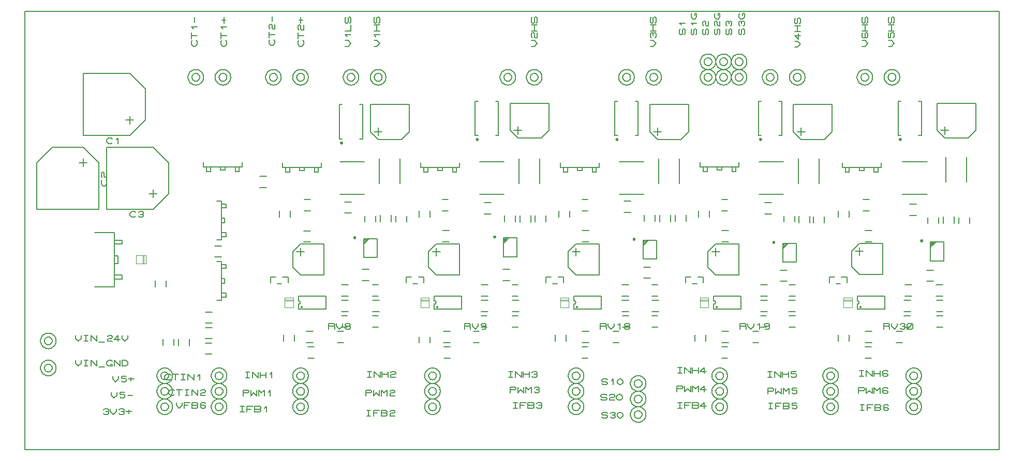
<source format=gbr>
G04 PROTEUS RS274X GERBER FILE*
%FSLAX45Y45*%
%MOMM*%
G01*
%ADD41C,0.203200*%
%ADD42C,0.200000*%
%ADD43C,0.250000*%
%ADD44C,0.101600*%
%ADD45C,0.100000*%
D41*
X-7429500Y-4254500D02*
X+8509000Y-4254500D01*
X+8509000Y+2921000D01*
X-7429500Y+2921000D01*
X-7429500Y-4254500D01*
D42*
X-1878000Y+455500D02*
X-2278000Y+455500D01*
X-1878000Y-74500D02*
X-2278000Y-74500D01*
D41*
X-6921500Y-2476500D02*
X-6921927Y-2466091D01*
X-6925399Y-2445272D01*
X-6932655Y-2424453D01*
X-6944483Y-2403634D01*
X-6962580Y-2382976D01*
X-6983399Y-2367455D01*
X-7004218Y-2357470D01*
X-7025037Y-2351686D01*
X-7045856Y-2349528D01*
X-7048500Y-2349500D01*
X-7175500Y-2476500D02*
X-7175073Y-2466091D01*
X-7171601Y-2445272D01*
X-7164345Y-2424453D01*
X-7152517Y-2403634D01*
X-7134420Y-2382976D01*
X-7113601Y-2367455D01*
X-7092782Y-2357470D01*
X-7071963Y-2351686D01*
X-7051144Y-2349528D01*
X-7048500Y-2349500D01*
X-7175500Y-2476500D02*
X-7175073Y-2486909D01*
X-7171601Y-2507728D01*
X-7164345Y-2528547D01*
X-7152517Y-2549366D01*
X-7134420Y-2570024D01*
X-7113601Y-2585545D01*
X-7092782Y-2595530D01*
X-7071963Y-2601314D01*
X-7051144Y-2603472D01*
X-7048500Y-2603500D01*
X-6921500Y-2476500D02*
X-6921927Y-2486909D01*
X-6925399Y-2507728D01*
X-6932655Y-2528547D01*
X-6944483Y-2549366D01*
X-6962580Y-2570024D01*
X-6983399Y-2585545D01*
X-7004218Y-2595530D01*
X-7025037Y-2601314D01*
X-7045856Y-2603472D01*
X-7048500Y-2603500D01*
X-6985000Y-2476500D02*
X-6985217Y-2471253D01*
X-6986982Y-2460758D01*
X-6990674Y-2450263D01*
X-6996702Y-2439768D01*
X-7005924Y-2429388D01*
X-7016419Y-2421700D01*
X-7026914Y-2416782D01*
X-7037409Y-2413976D01*
X-7047904Y-2413003D01*
X-7048500Y-2413000D01*
X-7112000Y-2476500D02*
X-7111783Y-2471253D01*
X-7110018Y-2460758D01*
X-7106326Y-2450263D01*
X-7100298Y-2439768D01*
X-7091076Y-2429388D01*
X-7080581Y-2421700D01*
X-7070086Y-2416782D01*
X-7059591Y-2413976D01*
X-7049096Y-2413003D01*
X-7048500Y-2413000D01*
X-7112000Y-2476500D02*
X-7111783Y-2481747D01*
X-7110018Y-2492242D01*
X-7106326Y-2502737D01*
X-7100298Y-2513232D01*
X-7091076Y-2523612D01*
X-7080581Y-2531300D01*
X-7070086Y-2536218D01*
X-7059591Y-2539024D01*
X-7049096Y-2539997D01*
X-7048500Y-2540000D01*
X-6985000Y-2476500D02*
X-6985217Y-2481747D01*
X-6986982Y-2492242D01*
X-6990674Y-2502737D01*
X-6996702Y-2513232D01*
X-7005924Y-2523612D01*
X-7016419Y-2531300D01*
X-7026914Y-2536218D01*
X-7037409Y-2539024D01*
X-7047904Y-2539997D01*
X-7048500Y-2540000D01*
X-6604000Y-2390140D02*
X-6604000Y-2435860D01*
X-6556375Y-2481580D01*
X-6508750Y-2435860D01*
X-6508750Y-2390140D01*
X-6461125Y-2390140D02*
X-6397625Y-2390140D01*
X-6429375Y-2390140D02*
X-6429375Y-2481580D01*
X-6461125Y-2481580D02*
X-6397625Y-2481580D01*
X-6350000Y-2481580D02*
X-6350000Y-2390140D01*
X-6254750Y-2481580D01*
X-6254750Y-2390140D01*
X-6223000Y-2496820D02*
X-6127750Y-2496820D01*
X-6080125Y-2405380D02*
X-6064250Y-2390140D01*
X-6016625Y-2390140D01*
X-6000750Y-2405380D01*
X-6000750Y-2420620D01*
X-6016625Y-2435860D01*
X-6064250Y-2435860D01*
X-6080125Y-2451100D01*
X-6080125Y-2481580D01*
X-6000750Y-2481580D01*
X-5873750Y-2451100D02*
X-5969000Y-2451100D01*
X-5905500Y-2390140D01*
X-5905500Y-2481580D01*
X-5842000Y-2390140D02*
X-5842000Y-2435860D01*
X-5794375Y-2481580D01*
X-5746750Y-2435860D01*
X-5746750Y-2390140D01*
X-6921500Y-2921000D02*
X-6921927Y-2910591D01*
X-6925399Y-2889772D01*
X-6932655Y-2868953D01*
X-6944483Y-2848134D01*
X-6962580Y-2827476D01*
X-6983399Y-2811955D01*
X-7004218Y-2801970D01*
X-7025037Y-2796186D01*
X-7045856Y-2794028D01*
X-7048500Y-2794000D01*
X-7175500Y-2921000D02*
X-7175073Y-2910591D01*
X-7171601Y-2889772D01*
X-7164345Y-2868953D01*
X-7152517Y-2848134D01*
X-7134420Y-2827476D01*
X-7113601Y-2811955D01*
X-7092782Y-2801970D01*
X-7071963Y-2796186D01*
X-7051144Y-2794028D01*
X-7048500Y-2794000D01*
X-7175500Y-2921000D02*
X-7175073Y-2931409D01*
X-7171601Y-2952228D01*
X-7164345Y-2973047D01*
X-7152517Y-2993866D01*
X-7134420Y-3014524D01*
X-7113601Y-3030045D01*
X-7092782Y-3040030D01*
X-7071963Y-3045814D01*
X-7051144Y-3047972D01*
X-7048500Y-3048000D01*
X-6921500Y-2921000D02*
X-6921927Y-2931409D01*
X-6925399Y-2952228D01*
X-6932655Y-2973047D01*
X-6944483Y-2993866D01*
X-6962580Y-3014524D01*
X-6983399Y-3030045D01*
X-7004218Y-3040030D01*
X-7025037Y-3045814D01*
X-7045856Y-3047972D01*
X-7048500Y-3048000D01*
X-6985000Y-2921000D02*
X-6985217Y-2915753D01*
X-6986982Y-2905258D01*
X-6990674Y-2894763D01*
X-6996702Y-2884268D01*
X-7005924Y-2873888D01*
X-7016419Y-2866200D01*
X-7026914Y-2861282D01*
X-7037409Y-2858476D01*
X-7047904Y-2857503D01*
X-7048500Y-2857500D01*
X-7112000Y-2921000D02*
X-7111783Y-2915753D01*
X-7110018Y-2905258D01*
X-7106326Y-2894763D01*
X-7100298Y-2884268D01*
X-7091076Y-2873888D01*
X-7080581Y-2866200D01*
X-7070086Y-2861282D01*
X-7059591Y-2858476D01*
X-7049096Y-2857503D01*
X-7048500Y-2857500D01*
X-7112000Y-2921000D02*
X-7111783Y-2926247D01*
X-7110018Y-2936742D01*
X-7106326Y-2947237D01*
X-7100298Y-2957732D01*
X-7091076Y-2968112D01*
X-7080581Y-2975800D01*
X-7070086Y-2980718D01*
X-7059591Y-2983524D01*
X-7049096Y-2984497D01*
X-7048500Y-2984500D01*
X-6985000Y-2921000D02*
X-6985217Y-2926247D01*
X-6986982Y-2936742D01*
X-6990674Y-2947237D01*
X-6996702Y-2957732D01*
X-7005924Y-2968112D01*
X-7016419Y-2975800D01*
X-7026914Y-2980718D01*
X-7037409Y-2983524D01*
X-7047904Y-2984497D01*
X-7048500Y-2984500D01*
X-6604000Y-2796540D02*
X-6604000Y-2842260D01*
X-6556375Y-2887980D01*
X-6508750Y-2842260D01*
X-6508750Y-2796540D01*
X-6461125Y-2796540D02*
X-6397625Y-2796540D01*
X-6429375Y-2796540D02*
X-6429375Y-2887980D01*
X-6461125Y-2887980D02*
X-6397625Y-2887980D01*
X-6350000Y-2887980D02*
X-6350000Y-2796540D01*
X-6254750Y-2887980D01*
X-6254750Y-2796540D01*
X-6223000Y-2903220D02*
X-6127750Y-2903220D01*
X-6032500Y-2857500D02*
X-6000750Y-2857500D01*
X-6000750Y-2887980D01*
X-6064250Y-2887980D01*
X-6096000Y-2857500D01*
X-6096000Y-2827020D01*
X-6064250Y-2796540D01*
X-6016625Y-2796540D01*
X-6000750Y-2811780D01*
X-5969000Y-2887980D02*
X-5969000Y-2796540D01*
X-5873750Y-2887980D01*
X-5873750Y-2796540D01*
X-5842000Y-2887980D02*
X-5842000Y-2796540D01*
X-5778500Y-2796540D01*
X-5746750Y-2827020D01*
X-5746750Y-2857500D01*
X-5778500Y-2887980D01*
X-5842000Y-2887980D01*
X-1968500Y+1841500D02*
X-1968927Y+1851909D01*
X-1972399Y+1872728D01*
X-1979655Y+1893547D01*
X-1991483Y+1914366D01*
X-2009580Y+1935024D01*
X-2030399Y+1950545D01*
X-2051218Y+1960530D01*
X-2072037Y+1966314D01*
X-2092856Y+1968472D01*
X-2095500Y+1968500D01*
X-2222500Y+1841500D02*
X-2222073Y+1851909D01*
X-2218601Y+1872728D01*
X-2211345Y+1893547D01*
X-2199517Y+1914366D01*
X-2181420Y+1935024D01*
X-2160601Y+1950545D01*
X-2139782Y+1960530D01*
X-2118963Y+1966314D01*
X-2098144Y+1968472D01*
X-2095500Y+1968500D01*
X-2222500Y+1841500D02*
X-2222073Y+1831091D01*
X-2218601Y+1810272D01*
X-2211345Y+1789453D01*
X-2199517Y+1768634D01*
X-2181420Y+1747976D01*
X-2160601Y+1732455D01*
X-2139782Y+1722470D01*
X-2118963Y+1716686D01*
X-2098144Y+1714528D01*
X-2095500Y+1714500D01*
X-1968500Y+1841500D02*
X-1968927Y+1831091D01*
X-1972399Y+1810272D01*
X-1979655Y+1789453D01*
X-1991483Y+1768634D01*
X-2009580Y+1747976D01*
X-2030399Y+1732455D01*
X-2051218Y+1722470D01*
X-2072037Y+1716686D01*
X-2092856Y+1714528D01*
X-2095500Y+1714500D01*
X-2032000Y+1841500D02*
X-2032217Y+1846747D01*
X-2033982Y+1857242D01*
X-2037674Y+1867737D01*
X-2043702Y+1878232D01*
X-2052924Y+1888612D01*
X-2063419Y+1896300D01*
X-2073914Y+1901218D01*
X-2084409Y+1904024D01*
X-2094904Y+1904997D01*
X-2095500Y+1905000D01*
X-2159000Y+1841500D02*
X-2158783Y+1846747D01*
X-2157018Y+1857242D01*
X-2153326Y+1867737D01*
X-2147298Y+1878232D01*
X-2138076Y+1888612D01*
X-2127581Y+1896300D01*
X-2117086Y+1901218D01*
X-2106591Y+1904024D01*
X-2096096Y+1904997D01*
X-2095500Y+1905000D01*
X-2159000Y+1841500D02*
X-2158783Y+1836253D01*
X-2157018Y+1825758D01*
X-2153326Y+1815263D01*
X-2147298Y+1804768D01*
X-2138076Y+1794388D01*
X-2127581Y+1786700D01*
X-2117086Y+1781782D01*
X-2106591Y+1778976D01*
X-2096096Y+1778003D01*
X-2095500Y+1778000D01*
X-2032000Y+1841500D02*
X-2032217Y+1836253D01*
X-2033982Y+1825758D01*
X-2037674Y+1815263D01*
X-2043702Y+1804768D01*
X-2052924Y+1794388D01*
X-2063419Y+1786700D01*
X-2073914Y+1781782D01*
X-2084409Y+1778976D01*
X-2094904Y+1778003D01*
X-2095500Y+1778000D01*
X-2189480Y+2349500D02*
X-2143760Y+2349500D01*
X-2098040Y+2397125D01*
X-2143760Y+2444750D01*
X-2189480Y+2444750D01*
X-2159000Y+2508250D02*
X-2189480Y+2540000D01*
X-2098040Y+2540000D01*
X-2189480Y+2603500D02*
X-2098040Y+2603500D01*
X-2098040Y+2698750D01*
X-2113280Y+2730500D02*
X-2098040Y+2746375D01*
X-2098040Y+2809875D01*
X-2113280Y+2825750D01*
X-2128520Y+2825750D01*
X-2143760Y+2809875D01*
X-2143760Y+2746375D01*
X-2159000Y+2730500D01*
X-2174240Y+2730500D01*
X-2189480Y+2746375D01*
X-2189480Y+2809875D01*
X-2174240Y+2825750D01*
X-1524000Y+1841500D02*
X-1524427Y+1851909D01*
X-1527899Y+1872728D01*
X-1535155Y+1893547D01*
X-1546983Y+1914366D01*
X-1565080Y+1935024D01*
X-1585899Y+1950545D01*
X-1606718Y+1960530D01*
X-1627537Y+1966314D01*
X-1648356Y+1968472D01*
X-1651000Y+1968500D01*
X-1778000Y+1841500D02*
X-1777573Y+1851909D01*
X-1774101Y+1872728D01*
X-1766845Y+1893547D01*
X-1755017Y+1914366D01*
X-1736920Y+1935024D01*
X-1716101Y+1950545D01*
X-1695282Y+1960530D01*
X-1674463Y+1966314D01*
X-1653644Y+1968472D01*
X-1651000Y+1968500D01*
X-1778000Y+1841500D02*
X-1777573Y+1831091D01*
X-1774101Y+1810272D01*
X-1766845Y+1789453D01*
X-1755017Y+1768634D01*
X-1736920Y+1747976D01*
X-1716101Y+1732455D01*
X-1695282Y+1722470D01*
X-1674463Y+1716686D01*
X-1653644Y+1714528D01*
X-1651000Y+1714500D01*
X-1524000Y+1841500D02*
X-1524427Y+1831091D01*
X-1527899Y+1810272D01*
X-1535155Y+1789453D01*
X-1546983Y+1768634D01*
X-1565080Y+1747976D01*
X-1585899Y+1732455D01*
X-1606718Y+1722470D01*
X-1627537Y+1716686D01*
X-1648356Y+1714528D01*
X-1651000Y+1714500D01*
X-1587500Y+1841500D02*
X-1587717Y+1846747D01*
X-1589482Y+1857242D01*
X-1593174Y+1867737D01*
X-1599202Y+1878232D01*
X-1608424Y+1888612D01*
X-1618919Y+1896300D01*
X-1629414Y+1901218D01*
X-1639909Y+1904024D01*
X-1650404Y+1904997D01*
X-1651000Y+1905000D01*
X-1714500Y+1841500D02*
X-1714283Y+1846747D01*
X-1712518Y+1857242D01*
X-1708826Y+1867737D01*
X-1702798Y+1878232D01*
X-1693576Y+1888612D01*
X-1683081Y+1896300D01*
X-1672586Y+1901218D01*
X-1662091Y+1904024D01*
X-1651596Y+1904997D01*
X-1651000Y+1905000D01*
X-1714500Y+1841500D02*
X-1714283Y+1836253D01*
X-1712518Y+1825758D01*
X-1708826Y+1815263D01*
X-1702798Y+1804768D01*
X-1693576Y+1794388D01*
X-1683081Y+1786700D01*
X-1672586Y+1781782D01*
X-1662091Y+1778976D01*
X-1651596Y+1778003D01*
X-1651000Y+1778000D01*
X-1587500Y+1841500D02*
X-1587717Y+1836253D01*
X-1589482Y+1825758D01*
X-1593174Y+1815263D01*
X-1599202Y+1804768D01*
X-1608424Y+1794388D01*
X-1618919Y+1786700D01*
X-1629414Y+1781782D01*
X-1639909Y+1778976D01*
X-1650404Y+1778003D01*
X-1651000Y+1778000D01*
X-1719580Y+2349500D02*
X-1673860Y+2349500D01*
X-1628140Y+2397125D01*
X-1673860Y+2444750D01*
X-1719580Y+2444750D01*
X-1689100Y+2508250D02*
X-1719580Y+2540000D01*
X-1628140Y+2540000D01*
X-1628140Y+2603500D02*
X-1719580Y+2603500D01*
X-1719580Y+2698750D02*
X-1628140Y+2698750D01*
X-1673860Y+2603500D02*
X-1673860Y+2698750D01*
X-1643380Y+2730500D02*
X-1628140Y+2746375D01*
X-1628140Y+2809875D01*
X-1643380Y+2825750D01*
X-1658620Y+2825750D01*
X-1673860Y+2809875D01*
X-1673860Y+2746375D01*
X-1689100Y+2730500D01*
X-1704340Y+2730500D01*
X-1719580Y+2746375D01*
X-1719580Y+2809875D01*
X-1704340Y+2825750D01*
X-2794000Y-3556000D02*
X-2794427Y-3545591D01*
X-2797899Y-3524772D01*
X-2805155Y-3503953D01*
X-2816983Y-3483134D01*
X-2835080Y-3462476D01*
X-2855899Y-3446955D01*
X-2876718Y-3436970D01*
X-2897537Y-3431186D01*
X-2918356Y-3429028D01*
X-2921000Y-3429000D01*
X-3048000Y-3556000D02*
X-3047573Y-3545591D01*
X-3044101Y-3524772D01*
X-3036845Y-3503953D01*
X-3025017Y-3483134D01*
X-3006920Y-3462476D01*
X-2986101Y-3446955D01*
X-2965282Y-3436970D01*
X-2944463Y-3431186D01*
X-2923644Y-3429028D01*
X-2921000Y-3429000D01*
X-3048000Y-3556000D02*
X-3047573Y-3566409D01*
X-3044101Y-3587228D01*
X-3036845Y-3608047D01*
X-3025017Y-3628866D01*
X-3006920Y-3649524D01*
X-2986101Y-3665045D01*
X-2965282Y-3675030D01*
X-2944463Y-3680814D01*
X-2923644Y-3682972D01*
X-2921000Y-3683000D01*
X-2794000Y-3556000D02*
X-2794427Y-3566409D01*
X-2797899Y-3587228D01*
X-2805155Y-3608047D01*
X-2816983Y-3628866D01*
X-2835080Y-3649524D01*
X-2855899Y-3665045D01*
X-2876718Y-3675030D01*
X-2897537Y-3680814D01*
X-2918356Y-3682972D01*
X-2921000Y-3683000D01*
X-2857500Y-3556000D02*
X-2857717Y-3550753D01*
X-2859482Y-3540258D01*
X-2863174Y-3529763D01*
X-2869202Y-3519268D01*
X-2878424Y-3508888D01*
X-2888919Y-3501200D01*
X-2899414Y-3496282D01*
X-2909909Y-3493476D01*
X-2920404Y-3492503D01*
X-2921000Y-3492500D01*
X-2984500Y-3556000D02*
X-2984283Y-3550753D01*
X-2982518Y-3540258D01*
X-2978826Y-3529763D01*
X-2972798Y-3519268D01*
X-2963576Y-3508888D01*
X-2953081Y-3501200D01*
X-2942586Y-3496282D01*
X-2932091Y-3493476D01*
X-2921596Y-3492503D01*
X-2921000Y-3492500D01*
X-2984500Y-3556000D02*
X-2984283Y-3561247D01*
X-2982518Y-3571742D01*
X-2978826Y-3582237D01*
X-2972798Y-3592732D01*
X-2963576Y-3603112D01*
X-2953081Y-3610800D01*
X-2942586Y-3615718D01*
X-2932091Y-3618524D01*
X-2921596Y-3619497D01*
X-2921000Y-3619500D01*
X-2857500Y-3556000D02*
X-2857717Y-3561247D01*
X-2859482Y-3571742D01*
X-2863174Y-3582237D01*
X-2869202Y-3592732D01*
X-2878424Y-3603112D01*
X-2888919Y-3610800D01*
X-2899414Y-3615718D01*
X-2909909Y-3618524D01*
X-2920404Y-3619497D01*
X-2921000Y-3619500D01*
X-3908425Y-3550920D02*
X-3844925Y-3550920D01*
X-3876675Y-3550920D02*
X-3876675Y-3642360D01*
X-3908425Y-3642360D02*
X-3844925Y-3642360D01*
X-3797300Y-3642360D02*
X-3797300Y-3550920D01*
X-3702050Y-3550920D01*
X-3797300Y-3596640D02*
X-3733800Y-3596640D01*
X-3670300Y-3642360D02*
X-3670300Y-3550920D01*
X-3590925Y-3550920D01*
X-3575050Y-3566160D01*
X-3575050Y-3581400D01*
X-3590925Y-3596640D01*
X-3575050Y-3611880D01*
X-3575050Y-3627120D01*
X-3590925Y-3642360D01*
X-3670300Y-3642360D01*
X-3670300Y-3596640D02*
X-3590925Y-3596640D01*
X-3511550Y-3581400D02*
X-3479800Y-3550920D01*
X-3479800Y-3642360D01*
X-2794000Y-3048000D02*
X-2794427Y-3037591D01*
X-2797899Y-3016772D01*
X-2805155Y-2995953D01*
X-2816983Y-2975134D01*
X-2835080Y-2954476D01*
X-2855899Y-2938955D01*
X-2876718Y-2928970D01*
X-2897537Y-2923186D01*
X-2918356Y-2921028D01*
X-2921000Y-2921000D01*
X-3048000Y-3048000D02*
X-3047573Y-3037591D01*
X-3044101Y-3016772D01*
X-3036845Y-2995953D01*
X-3025017Y-2975134D01*
X-3006920Y-2954476D01*
X-2986101Y-2938955D01*
X-2965282Y-2928970D01*
X-2944463Y-2923186D01*
X-2923644Y-2921028D01*
X-2921000Y-2921000D01*
X-3048000Y-3048000D02*
X-3047573Y-3058409D01*
X-3044101Y-3079228D01*
X-3036845Y-3100047D01*
X-3025017Y-3120866D01*
X-3006920Y-3141524D01*
X-2986101Y-3157045D01*
X-2965282Y-3167030D01*
X-2944463Y-3172814D01*
X-2923644Y-3174972D01*
X-2921000Y-3175000D01*
X-2794000Y-3048000D02*
X-2794427Y-3058409D01*
X-2797899Y-3079228D01*
X-2805155Y-3100047D01*
X-2816983Y-3120866D01*
X-2835080Y-3141524D01*
X-2855899Y-3157045D01*
X-2876718Y-3167030D01*
X-2897537Y-3172814D01*
X-2918356Y-3174972D01*
X-2921000Y-3175000D01*
X-2857500Y-3048000D02*
X-2857717Y-3042753D01*
X-2859482Y-3032258D01*
X-2863174Y-3021763D01*
X-2869202Y-3011268D01*
X-2878424Y-3000888D01*
X-2888919Y-2993200D01*
X-2899414Y-2988282D01*
X-2909909Y-2985476D01*
X-2920404Y-2984503D01*
X-2921000Y-2984500D01*
X-2984500Y-3048000D02*
X-2984283Y-3042753D01*
X-2982518Y-3032258D01*
X-2978826Y-3021763D01*
X-2972798Y-3011268D01*
X-2963576Y-3000888D01*
X-2953081Y-2993200D01*
X-2942586Y-2988282D01*
X-2932091Y-2985476D01*
X-2921596Y-2984503D01*
X-2921000Y-2984500D01*
X-2984500Y-3048000D02*
X-2984283Y-3053247D01*
X-2982518Y-3063742D01*
X-2978826Y-3074237D01*
X-2972798Y-3084732D01*
X-2963576Y-3095112D01*
X-2953081Y-3102800D01*
X-2942586Y-3107718D01*
X-2932091Y-3110524D01*
X-2921596Y-3111497D01*
X-2921000Y-3111500D01*
X-2857500Y-3048000D02*
X-2857717Y-3053247D01*
X-2859482Y-3063742D01*
X-2863174Y-3074237D01*
X-2869202Y-3084732D01*
X-2878424Y-3095112D01*
X-2888919Y-3102800D01*
X-2899414Y-3107718D01*
X-2909909Y-3110524D01*
X-2920404Y-3111497D01*
X-2921000Y-3111500D01*
X-3819525Y-2992120D02*
X-3756025Y-2992120D01*
X-3787775Y-2992120D02*
X-3787775Y-3083560D01*
X-3819525Y-3083560D02*
X-3756025Y-3083560D01*
X-3708400Y-3083560D02*
X-3708400Y-2992120D01*
X-3613150Y-3083560D01*
X-3613150Y-2992120D01*
X-3581400Y-3083560D02*
X-3581400Y-2992120D01*
X-3486150Y-2992120D02*
X-3486150Y-3083560D01*
X-3581400Y-3037840D02*
X-3486150Y-3037840D01*
X-3422650Y-3022600D02*
X-3390900Y-2992120D01*
X-3390900Y-3083560D01*
X-2794000Y-3302000D02*
X-2794427Y-3291591D01*
X-2797899Y-3270772D01*
X-2805155Y-3249953D01*
X-2816983Y-3229134D01*
X-2835080Y-3208476D01*
X-2855899Y-3192955D01*
X-2876718Y-3182970D01*
X-2897537Y-3177186D01*
X-2918356Y-3175028D01*
X-2921000Y-3175000D01*
X-3048000Y-3302000D02*
X-3047573Y-3291591D01*
X-3044101Y-3270772D01*
X-3036845Y-3249953D01*
X-3025017Y-3229134D01*
X-3006920Y-3208476D01*
X-2986101Y-3192955D01*
X-2965282Y-3182970D01*
X-2944463Y-3177186D01*
X-2923644Y-3175028D01*
X-2921000Y-3175000D01*
X-3048000Y-3302000D02*
X-3047573Y-3312409D01*
X-3044101Y-3333228D01*
X-3036845Y-3354047D01*
X-3025017Y-3374866D01*
X-3006920Y-3395524D01*
X-2986101Y-3411045D01*
X-2965282Y-3421030D01*
X-2944463Y-3426814D01*
X-2923644Y-3428972D01*
X-2921000Y-3429000D01*
X-2794000Y-3302000D02*
X-2794427Y-3312409D01*
X-2797899Y-3333228D01*
X-2805155Y-3354047D01*
X-2816983Y-3374866D01*
X-2835080Y-3395524D01*
X-2855899Y-3411045D01*
X-2876718Y-3421030D01*
X-2897537Y-3426814D01*
X-2918356Y-3428972D01*
X-2921000Y-3429000D01*
X-2857500Y-3302000D02*
X-2857717Y-3296753D01*
X-2859482Y-3286258D01*
X-2863174Y-3275763D01*
X-2869202Y-3265268D01*
X-2878424Y-3254888D01*
X-2888919Y-3247200D01*
X-2899414Y-3242282D01*
X-2909909Y-3239476D01*
X-2920404Y-3238503D01*
X-2921000Y-3238500D01*
X-2984500Y-3302000D02*
X-2984283Y-3296753D01*
X-2982518Y-3286258D01*
X-2978826Y-3275763D01*
X-2972798Y-3265268D01*
X-2963576Y-3254888D01*
X-2953081Y-3247200D01*
X-2942586Y-3242282D01*
X-2932091Y-3239476D01*
X-2921596Y-3238503D01*
X-2921000Y-3238500D01*
X-2984500Y-3302000D02*
X-2984283Y-3307247D01*
X-2982518Y-3317742D01*
X-2978826Y-3328237D01*
X-2972798Y-3338732D01*
X-2963576Y-3349112D01*
X-2953081Y-3356800D01*
X-2942586Y-3361718D01*
X-2932091Y-3364524D01*
X-2921596Y-3365497D01*
X-2921000Y-3365500D01*
X-2857500Y-3302000D02*
X-2857717Y-3307247D01*
X-2859482Y-3317742D01*
X-2863174Y-3328237D01*
X-2869202Y-3338732D01*
X-2878424Y-3349112D01*
X-2888919Y-3356800D01*
X-2899414Y-3361718D01*
X-2909909Y-3364524D01*
X-2920404Y-3365497D01*
X-2921000Y-3365500D01*
X-3860800Y-3375660D02*
X-3860800Y-3284220D01*
X-3781425Y-3284220D01*
X-3765550Y-3299460D01*
X-3765550Y-3314700D01*
X-3781425Y-3329940D01*
X-3860800Y-3329940D01*
X-3733800Y-3284220D02*
X-3733800Y-3375660D01*
X-3686175Y-3329940D01*
X-3638550Y-3375660D01*
X-3638550Y-3284220D01*
X-3606800Y-3375660D02*
X-3606800Y-3284220D01*
X-3559175Y-3329940D01*
X-3511550Y-3284220D01*
X-3511550Y-3375660D01*
X-3448050Y-3314700D02*
X-3416300Y-3284220D01*
X-3416300Y-3375660D01*
D42*
X-4477000Y-2185500D02*
X-4367000Y-2185500D01*
X-4477000Y-2005500D02*
X-4367000Y-2005500D01*
X-3478000Y+217000D02*
X-3588000Y+217000D01*
X-3478000Y+37000D02*
X-3588000Y+37000D01*
D43*
X-2243000Y+769000D02*
X-2243043Y+770039D01*
X-2243395Y+772118D01*
X-2244132Y+774197D01*
X-2245336Y+776276D01*
X-2247177Y+778326D01*
X-2249256Y+779829D01*
X-2251335Y+780786D01*
X-2253414Y+781325D01*
X-2255493Y+781500D01*
X-2255500Y+781500D01*
X-2268000Y+769000D02*
X-2267957Y+770039D01*
X-2267605Y+772118D01*
X-2266868Y+774197D01*
X-2265664Y+776276D01*
X-2263823Y+778326D01*
X-2261744Y+779829D01*
X-2259665Y+780786D01*
X-2257586Y+781325D01*
X-2255507Y+781500D01*
X-2255500Y+781500D01*
X-2268000Y+769000D02*
X-2267957Y+767961D01*
X-2267605Y+765882D01*
X-2266868Y+763803D01*
X-2265664Y+761724D01*
X-2263823Y+759674D01*
X-2261744Y+758171D01*
X-2259665Y+757214D01*
X-2257586Y+756675D01*
X-2255507Y+756500D01*
X-2255500Y+756500D01*
X-2243000Y+769000D02*
X-2243043Y+767961D01*
X-2243395Y+765882D01*
X-2244132Y+763803D01*
X-2245336Y+761724D01*
X-2247177Y+759674D01*
X-2249256Y+758171D01*
X-2251335Y+757214D01*
X-2253414Y+756675D01*
X-2255493Y+756500D01*
X-2255500Y+756500D01*
D42*
X-2240500Y+834000D02*
X-2285500Y+834000D01*
X-2285500Y+1394000D01*
X-2240500Y+1394000D01*
X-1950500Y+834000D02*
X-1905500Y+834000D01*
X-1905500Y+1394000D01*
X-1950500Y+1394000D01*
D41*
X-1778000Y+952500D02*
X-1651000Y+825500D01*
X-1270000Y+825500D01*
X-1143000Y+952500D01*
X-1143000Y+1397000D01*
X-1778000Y+1397000D01*
X-1778000Y+952500D01*
X-1651000Y+889000D02*
X-1651000Y+1016000D01*
X-1714500Y+952500D02*
X-1587500Y+952500D01*
D42*
X-1630500Y+510000D02*
X-1630500Y+100000D01*
X-1290500Y+510000D02*
X-1290500Y+100000D01*
D41*
X-3213100Y+444500D02*
X-3213100Y+368300D01*
X-2578100Y+368300D01*
X-2578100Y+444500D01*
X-2933700Y+368300D02*
X-2933700Y+317500D01*
X-2857500Y+317500D01*
X-2857500Y+368300D01*
X-3162300Y+368300D02*
X-3162300Y+292100D01*
X-3098800Y+292100D01*
X-3098800Y+368300D01*
X-2628900Y+368300D02*
X-2628900Y+292100D01*
X-2692400Y+292100D01*
X-2692400Y+368300D02*
X-2692400Y+292100D01*
X-2954020Y-1955800D02*
X-2954020Y-1874838D01*
X-2943399Y-1872756D01*
X-2934833Y-1867036D01*
X-2929114Y-1858471D01*
X-2927032Y-1847850D01*
X-2954020Y-1820862D02*
X-2943399Y-1822944D01*
X-2934833Y-1828664D01*
X-2929114Y-1837229D01*
X-2927032Y-1847850D01*
X-2954020Y-1820862D02*
X-2954020Y-1739900D01*
X-2506980Y-1879600D02*
X-2506980Y-1816100D01*
X-2921000Y-1955800D02*
X-2540000Y-1955800D01*
X-2921000Y-1739900D02*
X-2540000Y-1739900D01*
X-2921000Y-1955800D02*
X-2954020Y-1955800D01*
X-2954020Y-1739900D02*
X-2921000Y-1739900D01*
X-2506980Y-1816100D02*
X-2506980Y-1739900D01*
X-2540000Y-1739900D01*
X-2540000Y-1955800D02*
X-2506980Y-1955800D01*
X-2506980Y-1879600D01*
X-2894584Y-1920240D02*
X-2894619Y-1919395D01*
X-2894906Y-1917704D01*
X-2895505Y-1916013D01*
X-2896485Y-1914322D01*
X-2897985Y-1912654D01*
X-2899676Y-1911434D01*
X-2901367Y-1910658D01*
X-2903058Y-1910221D01*
X-2904744Y-1910080D01*
X-2914904Y-1920240D02*
X-2914869Y-1919395D01*
X-2914582Y-1917704D01*
X-2913983Y-1916013D01*
X-2913003Y-1914322D01*
X-2911503Y-1912654D01*
X-2909812Y-1911434D01*
X-2908121Y-1910658D01*
X-2906430Y-1910221D01*
X-2904744Y-1910080D01*
X-2914904Y-1920240D02*
X-2914869Y-1921085D01*
X-2914582Y-1922776D01*
X-2913983Y-1924467D01*
X-2913003Y-1926158D01*
X-2911503Y-1927826D01*
X-2909812Y-1929046D01*
X-2908121Y-1929822D01*
X-2906430Y-1930259D01*
X-2904744Y-1930400D01*
X-2894584Y-1920240D02*
X-2894619Y-1921085D01*
X-2894906Y-1922776D01*
X-2895505Y-1924467D01*
X-2896485Y-1926158D01*
X-2897985Y-1927826D01*
X-2899676Y-1929046D01*
X-2901367Y-1929822D01*
X-2903058Y-1930259D01*
X-2904744Y-1930400D01*
D42*
X-2762000Y-164000D02*
X-2862000Y-164000D01*
X-2762000Y-344000D02*
X-2862000Y-344000D01*
X-3265000Y-349000D02*
X-3265000Y-449000D01*
X-3085000Y-349000D02*
X-3085000Y-449000D01*
X-2872000Y-858350D02*
X-2762000Y-858350D01*
X-2872000Y-678350D02*
X-2762000Y-678350D01*
D41*
X-2921000Y-889000D02*
X-3048000Y-1016000D01*
X-3048000Y-1270000D01*
X-2921000Y-1397000D01*
X-2540000Y-1397000D01*
X-2540000Y-889000D01*
X-2921000Y-889000D01*
X-2984500Y-1016000D02*
X-2857500Y-1016000D01*
X-2921000Y-952500D02*
X-2921000Y-1079500D01*
D44*
X-3041500Y-1800960D02*
X-3181500Y-1800960D01*
X-3041500Y-1820960D02*
X-3181500Y-1820960D01*
X-3181500Y-1930960D02*
X-3041500Y-1930960D01*
X-3041500Y-1770960D01*
X-3181500Y-1770960D01*
X-3181500Y-1930960D01*
D42*
X-2826000Y-2503000D02*
X-2716000Y-2503000D01*
X-2826000Y-2323000D02*
X-2716000Y-2323000D01*
X-2798500Y-2757000D02*
X-2698500Y-2757000D01*
X-2798500Y-2577000D02*
X-2698500Y-2577000D01*
D41*
X-3124200Y-1432560D02*
X-3213100Y-1432560D01*
X-3230880Y-1544320D02*
X-3302000Y-1544320D01*
X-3124200Y-1432560D02*
X-3124200Y-1524000D01*
X-3413760Y-1526540D02*
X-3413760Y-1432560D01*
X-3327400Y-1432560D01*
D42*
X-3201500Y-2381000D02*
X-3201500Y-2481000D01*
X-3021500Y-2381000D02*
X-3021500Y-2481000D01*
X-1688000Y-527300D02*
X-1688000Y-427300D01*
X-1868000Y-527300D02*
X-1868000Y-427300D01*
X-1180000Y-527300D02*
X-1180000Y-427300D01*
X-1360000Y-527300D02*
X-1360000Y-427300D01*
X-1614000Y-417300D02*
X-1614000Y-527300D01*
X-1434000Y-417300D02*
X-1434000Y-527300D01*
D43*
X-2026400Y-781600D02*
X-2026443Y-780561D01*
X-2026795Y-778482D01*
X-2027532Y-776403D01*
X-2028736Y-774324D01*
X-2030577Y-772274D01*
X-2032656Y-770771D01*
X-2034735Y-769814D01*
X-2036814Y-769275D01*
X-2038893Y-769100D01*
X-2038900Y-769100D01*
X-2051400Y-781600D02*
X-2051357Y-780561D01*
X-2051005Y-778482D01*
X-2050268Y-776403D01*
X-2049064Y-774324D01*
X-2047223Y-772274D01*
X-2045144Y-770771D01*
X-2043065Y-769814D01*
X-2040986Y-769275D01*
X-2038907Y-769100D01*
X-2038900Y-769100D01*
X-2051400Y-781600D02*
X-2051357Y-782639D01*
X-2051005Y-784718D01*
X-2050268Y-786797D01*
X-2049064Y-788876D01*
X-2047223Y-790926D01*
X-2045144Y-792429D01*
X-2043065Y-793386D01*
X-2040986Y-793925D01*
X-2038907Y-794100D01*
X-2038900Y-794100D01*
X-2026400Y-781600D02*
X-2026443Y-782639D01*
X-2026795Y-784718D01*
X-2027532Y-786797D01*
X-2028736Y-788876D01*
X-2030577Y-790926D01*
X-2032656Y-792429D01*
X-2034735Y-793386D01*
X-2036814Y-793925D01*
X-2038893Y-794100D01*
X-2038900Y-794100D01*
D42*
X-1888900Y-1111600D02*
X-1668900Y-1111600D01*
X-1668900Y-801600D01*
X-1888900Y-801600D01*
X-1888900Y-1111600D01*
D45*
X-1888900Y-811600D02*
X-1878900Y-801600D01*
X-1888900Y-821600D02*
X-1868900Y-801600D01*
X-1888900Y-831600D02*
X-1858900Y-801600D01*
X-1888900Y-841600D02*
X-1848900Y-801600D01*
X-1888900Y-851600D02*
X-1838900Y-801600D01*
X-1888900Y-861600D02*
X-1828900Y-801600D01*
X-1888900Y-871600D02*
X-1818900Y-801600D01*
X-1888900Y-881600D02*
X-1808900Y-801600D01*
X-1888900Y-891600D02*
X-1798900Y-801600D01*
D42*
X-1911600Y-1487000D02*
X-1801600Y-1487000D01*
X-1911600Y-1307000D02*
X-1801600Y-1307000D01*
X-1746500Y-2249000D02*
X-1646500Y-2249000D01*
X-1746500Y-2069000D02*
X-1646500Y-2069000D01*
X-1746500Y-1741000D02*
X-1646500Y-1741000D01*
X-1746500Y-1561000D02*
X-1646500Y-1561000D01*
X-2254500Y-2249000D02*
X-2154500Y-2249000D01*
X-2254500Y-2069000D02*
X-2154500Y-2069000D01*
X-2254500Y-1741000D02*
X-2144500Y-1741000D01*
X-2254500Y-1561000D02*
X-2144500Y-1561000D01*
X-2254500Y-1995000D02*
X-2144500Y-1995000D01*
X-2254500Y-1815000D02*
X-2144500Y-1815000D01*
X-1746500Y-1995000D02*
X-1636500Y-1995000D01*
X-1746500Y-1815000D02*
X-1636500Y-1815000D01*
X-2198900Y-382100D02*
X-2088900Y-382100D01*
X-2198900Y-202100D02*
X-2088900Y-202100D01*
D41*
X-952500Y+444500D02*
X-952500Y+368300D01*
X-317500Y+368300D01*
X-317500Y+444500D01*
X-673100Y+368300D02*
X-673100Y+317500D01*
X-596900Y+317500D01*
X-596900Y+368300D01*
X-901700Y+368300D02*
X-901700Y+292100D01*
X-838200Y+292100D01*
X-838200Y+368300D01*
X-368300Y+368300D02*
X-368300Y+292100D01*
X-431800Y+292100D01*
X-431800Y+368300D02*
X-431800Y+292100D01*
D42*
X+408000Y+455500D02*
X+8000Y+455500D01*
X+408000Y-74500D02*
X+8000Y-74500D01*
D43*
X-20500Y+827000D02*
X-20543Y+828039D01*
X-20895Y+830118D01*
X-21632Y+832197D01*
X-22836Y+834276D01*
X-24677Y+836326D01*
X-26756Y+837829D01*
X-28835Y+838786D01*
X-30914Y+839325D01*
X-32993Y+839500D01*
X-33000Y+839500D01*
X-45500Y+827000D02*
X-45457Y+828039D01*
X-45105Y+830118D01*
X-44368Y+832197D01*
X-43164Y+834276D01*
X-41323Y+836326D01*
X-39244Y+837829D01*
X-37165Y+838786D01*
X-35086Y+839325D01*
X-33007Y+839500D01*
X-33000Y+839500D01*
X-45500Y+827000D02*
X-45457Y+825961D01*
X-45105Y+823882D01*
X-44368Y+821803D01*
X-43164Y+819724D01*
X-41323Y+817674D01*
X-39244Y+816171D01*
X-37165Y+815214D01*
X-35086Y+814675D01*
X-33007Y+814500D01*
X-33000Y+814500D01*
X-20500Y+827000D02*
X-20543Y+825961D01*
X-20895Y+823882D01*
X-21632Y+821803D01*
X-22836Y+819724D01*
X-24677Y+817674D01*
X-26756Y+816171D01*
X-28835Y+815214D01*
X-30914Y+814675D01*
X-32993Y+814500D01*
X-33000Y+814500D01*
D42*
X-18000Y+892000D02*
X-63000Y+892000D01*
X-63000Y+1452000D01*
X-18000Y+1452000D01*
X+272000Y+892000D02*
X+317000Y+892000D01*
X+317000Y+1452000D01*
X+272000Y+1452000D01*
D41*
X+508000Y+970500D02*
X+635000Y+843500D01*
X+1016000Y+843500D01*
X+1143000Y+970500D01*
X+1143000Y+1415000D01*
X+508000Y+1415000D01*
X+508000Y+970500D01*
X+635000Y+907000D02*
X+635000Y+1034000D01*
X+571500Y+970500D02*
X+698500Y+970500D01*
D42*
X+655500Y+510000D02*
X+655500Y+100000D01*
X+995500Y+510000D02*
X+995500Y+100000D01*
D43*
X+261400Y-770400D02*
X+261357Y-769361D01*
X+261005Y-767282D01*
X+260268Y-765203D01*
X+259064Y-763124D01*
X+257223Y-761074D01*
X+255144Y-759571D01*
X+253065Y-758614D01*
X+250986Y-758075D01*
X+248907Y-757900D01*
X+248900Y-757900D01*
X+236400Y-770400D02*
X+236443Y-769361D01*
X+236795Y-767282D01*
X+237532Y-765203D01*
X+238736Y-763124D01*
X+240577Y-761074D01*
X+242656Y-759571D01*
X+244735Y-758614D01*
X+246814Y-758075D01*
X+248893Y-757900D01*
X+248900Y-757900D01*
X+236400Y-770400D02*
X+236443Y-771439D01*
X+236795Y-773518D01*
X+237532Y-775597D01*
X+238736Y-777676D01*
X+240577Y-779726D01*
X+242656Y-781229D01*
X+244735Y-782186D01*
X+246814Y-782725D01*
X+248893Y-782900D01*
X+248900Y-782900D01*
X+261400Y-770400D02*
X+261357Y-771439D01*
X+261005Y-773518D01*
X+260268Y-775597D01*
X+259064Y-777676D01*
X+257223Y-779726D01*
X+255144Y-781229D01*
X+253065Y-782186D01*
X+250986Y-782725D01*
X+248907Y-782900D01*
X+248900Y-782900D01*
D42*
X+398900Y-1100400D02*
X+618900Y-1100400D01*
X+618900Y-790400D01*
X+398900Y-790400D01*
X+398900Y-1100400D01*
D45*
X+398900Y-800400D02*
X+408900Y-790400D01*
X+398900Y-810400D02*
X+418900Y-790400D01*
X+398900Y-820400D02*
X+428900Y-790400D01*
X+398900Y-830400D02*
X+438900Y-790400D01*
X+398900Y-840400D02*
X+448900Y-790400D01*
X+398900Y-850400D02*
X+458900Y-790400D01*
X+398900Y-860400D02*
X+468900Y-790400D01*
X+398900Y-870400D02*
X+478900Y-790400D01*
X+398900Y-880400D02*
X+488900Y-790400D01*
D42*
X-979000Y-349000D02*
X-979000Y-449000D01*
X-799000Y-349000D02*
X-799000Y-449000D01*
X-503500Y-164000D02*
X-603500Y-164000D01*
X-503500Y-344000D02*
X-603500Y-344000D01*
X-603500Y-852000D02*
X-493500Y-852000D01*
X-603500Y-672000D02*
X-493500Y-672000D01*
D41*
X-698500Y-889000D02*
X-825500Y-1016000D01*
X-825500Y-1270000D01*
X-698500Y-1397000D01*
X-317500Y-1397000D01*
X-317500Y-889000D01*
X-698500Y-889000D01*
X-762000Y-1016000D02*
X-635000Y-1016000D01*
X-698500Y-952500D02*
X-698500Y-1079500D01*
X-901700Y-1432560D02*
X-990600Y-1432560D01*
X-1008380Y-1544320D02*
X-1079500Y-1544320D01*
X-901700Y-1432560D02*
X-901700Y-1524000D01*
X-1191260Y-1526540D02*
X-1191260Y-1432560D01*
X-1104900Y-1432560D01*
D44*
X-819000Y-1800960D02*
X-959000Y-1800960D01*
X-819000Y-1820960D02*
X-959000Y-1820960D01*
X-959000Y-1930960D02*
X-819000Y-1930960D01*
X-819000Y-1770960D01*
X-959000Y-1770960D01*
X-959000Y-1930960D01*
D41*
X-731520Y-1955800D02*
X-731520Y-1874838D01*
X-720899Y-1872756D01*
X-712333Y-1867036D01*
X-706614Y-1858471D01*
X-704532Y-1847850D01*
X-731520Y-1820862D02*
X-720899Y-1822944D01*
X-712333Y-1828664D01*
X-706614Y-1837229D01*
X-704532Y-1847850D01*
X-731520Y-1820862D02*
X-731520Y-1739900D01*
X-284480Y-1879600D02*
X-284480Y-1816100D01*
X-698500Y-1955800D02*
X-317500Y-1955800D01*
X-698500Y-1739900D02*
X-317500Y-1739900D01*
X-698500Y-1955800D02*
X-731520Y-1955800D01*
X-731520Y-1739900D02*
X-698500Y-1739900D01*
X-284480Y-1816100D02*
X-284480Y-1739900D01*
X-317500Y-1739900D01*
X-317500Y-1955800D02*
X-284480Y-1955800D01*
X-284480Y-1879600D01*
X-672084Y-1920240D02*
X-672119Y-1919395D01*
X-672406Y-1917704D01*
X-673005Y-1916013D01*
X-673985Y-1914322D01*
X-675485Y-1912654D01*
X-677176Y-1911434D01*
X-678867Y-1910658D01*
X-680558Y-1910221D01*
X-682244Y-1910080D01*
X-692404Y-1920240D02*
X-692369Y-1919395D01*
X-692082Y-1917704D01*
X-691483Y-1916013D01*
X-690503Y-1914322D01*
X-689003Y-1912654D01*
X-687312Y-1911434D01*
X-685621Y-1910658D01*
X-683930Y-1910221D01*
X-682244Y-1910080D01*
X-692404Y-1920240D02*
X-692369Y-1921085D01*
X-692082Y-1922776D01*
X-691483Y-1924467D01*
X-690503Y-1926158D01*
X-689003Y-1927826D01*
X-687312Y-1929046D01*
X-685621Y-1929822D01*
X-683930Y-1930259D01*
X-682244Y-1930400D01*
X-672084Y-1920240D02*
X-672119Y-1921085D01*
X-672406Y-1922776D01*
X-673005Y-1924467D01*
X-673985Y-1926158D01*
X-675485Y-1927826D01*
X-677176Y-1929046D01*
X-678867Y-1929822D01*
X-680558Y-1930259D01*
X-682244Y-1930400D01*
D42*
X-979000Y-2408500D02*
X-979000Y-2508500D01*
X-799000Y-2408500D02*
X-799000Y-2508500D01*
X-576000Y-2757000D02*
X-476000Y-2757000D01*
X-576000Y-2577000D02*
X-476000Y-2577000D01*
X-586000Y-2503000D02*
X-476000Y-2503000D01*
X-586000Y-2323000D02*
X-476000Y-2323000D01*
X+87100Y-394800D02*
X+197100Y-394800D01*
X+87100Y-214800D02*
X+197100Y-214800D01*
X+672000Y-425200D02*
X+672000Y-535200D01*
X+852000Y-425200D02*
X+852000Y-535200D01*
X+598000Y-525200D02*
X+598000Y-425200D01*
X+418000Y-525200D02*
X+418000Y-425200D01*
X+1093300Y-525200D02*
X+1093300Y-425200D01*
X+913300Y-525200D02*
X+913300Y-425200D01*
X+387100Y-1487000D02*
X+497100Y-1487000D01*
X+387100Y-1307000D02*
X+497100Y-1307000D01*
X+31500Y-1741000D02*
X+141500Y-1741000D01*
X+31500Y-1561000D02*
X+141500Y-1561000D01*
X+31500Y-1995000D02*
X+141500Y-1995000D01*
X+31500Y-1815000D02*
X+141500Y-1815000D01*
X+31500Y-2249000D02*
X+131500Y-2249000D01*
X+31500Y-2069000D02*
X+131500Y-2069000D01*
X+539500Y-1741000D02*
X+639500Y-1741000D01*
X+539500Y-1561000D02*
X+639500Y-1561000D01*
X+539500Y-2249000D02*
X+639500Y-2249000D01*
X+539500Y-2069000D02*
X+639500Y-2069000D01*
X+539500Y-1995000D02*
X+649500Y-1995000D01*
X+539500Y-1815000D02*
X+649500Y-1815000D01*
D41*
X+1028700Y+1841500D02*
X+1028273Y+1851909D01*
X+1024801Y+1872728D01*
X+1017545Y+1893547D01*
X+1005717Y+1914366D01*
X+987620Y+1935024D01*
X+966801Y+1950545D01*
X+945982Y+1960530D01*
X+925163Y+1966314D01*
X+904344Y+1968472D01*
X+901700Y+1968500D01*
X+774700Y+1841500D02*
X+775127Y+1851909D01*
X+778599Y+1872728D01*
X+785855Y+1893547D01*
X+797683Y+1914366D01*
X+815780Y+1935024D01*
X+836599Y+1950545D01*
X+857418Y+1960530D01*
X+878237Y+1966314D01*
X+899056Y+1968472D01*
X+901700Y+1968500D01*
X+774700Y+1841500D02*
X+775127Y+1831091D01*
X+778599Y+1810272D01*
X+785855Y+1789453D01*
X+797683Y+1768634D01*
X+815780Y+1747976D01*
X+836599Y+1732455D01*
X+857418Y+1722470D01*
X+878237Y+1716686D01*
X+899056Y+1714528D01*
X+901700Y+1714500D01*
X+1028700Y+1841500D02*
X+1028273Y+1831091D01*
X+1024801Y+1810272D01*
X+1017545Y+1789453D01*
X+1005717Y+1768634D01*
X+987620Y+1747976D01*
X+966801Y+1732455D01*
X+945982Y+1722470D01*
X+925163Y+1716686D01*
X+904344Y+1714528D01*
X+901700Y+1714500D01*
X+965200Y+1841500D02*
X+964983Y+1846747D01*
X+963218Y+1857242D01*
X+959526Y+1867737D01*
X+953498Y+1878232D01*
X+944276Y+1888612D01*
X+933781Y+1896300D01*
X+923286Y+1901218D01*
X+912791Y+1904024D01*
X+902296Y+1904997D01*
X+901700Y+1905000D01*
X+838200Y+1841500D02*
X+838417Y+1846747D01*
X+840182Y+1857242D01*
X+843874Y+1867737D01*
X+849902Y+1878232D01*
X+859124Y+1888612D01*
X+869619Y+1896300D01*
X+880114Y+1901218D01*
X+890609Y+1904024D01*
X+901104Y+1904997D01*
X+901700Y+1905000D01*
X+838200Y+1841500D02*
X+838417Y+1836253D01*
X+840182Y+1825758D01*
X+843874Y+1815263D01*
X+849902Y+1804768D01*
X+859124Y+1794388D01*
X+869619Y+1786700D01*
X+880114Y+1781782D01*
X+890609Y+1778976D01*
X+901104Y+1778003D01*
X+901700Y+1778000D01*
X+965200Y+1841500D02*
X+964983Y+1836253D01*
X+963218Y+1825758D01*
X+959526Y+1815263D01*
X+953498Y+1804768D01*
X+944276Y+1794388D01*
X+933781Y+1786700D01*
X+923286Y+1781782D01*
X+912791Y+1778976D01*
X+902296Y+1778003D01*
X+901700Y+1778000D01*
X+858520Y+2349500D02*
X+904240Y+2349500D01*
X+949960Y+2397125D01*
X+904240Y+2444750D01*
X+858520Y+2444750D01*
X+873760Y+2492375D02*
X+858520Y+2508250D01*
X+858520Y+2555875D01*
X+873760Y+2571750D01*
X+889000Y+2571750D01*
X+904240Y+2555875D01*
X+904240Y+2508250D01*
X+919480Y+2492375D01*
X+949960Y+2492375D01*
X+949960Y+2571750D01*
X+949960Y+2603500D02*
X+858520Y+2603500D01*
X+858520Y+2698750D02*
X+949960Y+2698750D01*
X+904240Y+2603500D02*
X+904240Y+2698750D01*
X+934720Y+2730500D02*
X+949960Y+2746375D01*
X+949960Y+2809875D01*
X+934720Y+2825750D01*
X+919480Y+2825750D01*
X+904240Y+2809875D01*
X+904240Y+2746375D01*
X+889000Y+2730500D01*
X+873760Y+2730500D01*
X+858520Y+2746375D01*
X+858520Y+2809875D01*
X+873760Y+2825750D01*
X-635000Y-3556000D02*
X-635427Y-3545591D01*
X-638899Y-3524772D01*
X-646155Y-3503953D01*
X-657983Y-3483134D01*
X-676080Y-3462476D01*
X-696899Y-3446955D01*
X-717718Y-3436970D01*
X-738537Y-3431186D01*
X-759356Y-3429028D01*
X-762000Y-3429000D01*
X-889000Y-3556000D02*
X-888573Y-3545591D01*
X-885101Y-3524772D01*
X-877845Y-3503953D01*
X-866017Y-3483134D01*
X-847920Y-3462476D01*
X-827101Y-3446955D01*
X-806282Y-3436970D01*
X-785463Y-3431186D01*
X-764644Y-3429028D01*
X-762000Y-3429000D01*
X-889000Y-3556000D02*
X-888573Y-3566409D01*
X-885101Y-3587228D01*
X-877845Y-3608047D01*
X-866017Y-3628866D01*
X-847920Y-3649524D01*
X-827101Y-3665045D01*
X-806282Y-3675030D01*
X-785463Y-3680814D01*
X-764644Y-3682972D01*
X-762000Y-3683000D01*
X-635000Y-3556000D02*
X-635427Y-3566409D01*
X-638899Y-3587228D01*
X-646155Y-3608047D01*
X-657983Y-3628866D01*
X-676080Y-3649524D01*
X-696899Y-3665045D01*
X-717718Y-3675030D01*
X-738537Y-3680814D01*
X-759356Y-3682972D01*
X-762000Y-3683000D01*
X-698500Y-3556000D02*
X-698717Y-3550753D01*
X-700482Y-3540258D01*
X-704174Y-3529763D01*
X-710202Y-3519268D01*
X-719424Y-3508888D01*
X-729919Y-3501200D01*
X-740414Y-3496282D01*
X-750909Y-3493476D01*
X-761404Y-3492503D01*
X-762000Y-3492500D01*
X-825500Y-3556000D02*
X-825283Y-3550753D01*
X-823518Y-3540258D01*
X-819826Y-3529763D01*
X-813798Y-3519268D01*
X-804576Y-3508888D01*
X-794081Y-3501200D01*
X-783586Y-3496282D01*
X-773091Y-3493476D01*
X-762596Y-3492503D01*
X-762000Y-3492500D01*
X-825500Y-3556000D02*
X-825283Y-3561247D01*
X-823518Y-3571742D01*
X-819826Y-3582237D01*
X-813798Y-3592732D01*
X-804576Y-3603112D01*
X-794081Y-3610800D01*
X-783586Y-3615718D01*
X-773091Y-3618524D01*
X-762596Y-3619497D01*
X-762000Y-3619500D01*
X-698500Y-3556000D02*
X-698717Y-3561247D01*
X-700482Y-3571742D01*
X-704174Y-3582237D01*
X-710202Y-3592732D01*
X-719424Y-3603112D01*
X-729919Y-3610800D01*
X-740414Y-3615718D01*
X-750909Y-3618524D01*
X-761404Y-3619497D01*
X-762000Y-3619500D01*
X-1838325Y-3614420D02*
X-1774825Y-3614420D01*
X-1806575Y-3614420D02*
X-1806575Y-3705860D01*
X-1838325Y-3705860D02*
X-1774825Y-3705860D01*
X-1727200Y-3705860D02*
X-1727200Y-3614420D01*
X-1631950Y-3614420D01*
X-1727200Y-3660140D02*
X-1663700Y-3660140D01*
X-1600200Y-3705860D02*
X-1600200Y-3614420D01*
X-1520825Y-3614420D01*
X-1504950Y-3629660D01*
X-1504950Y-3644900D01*
X-1520825Y-3660140D01*
X-1504950Y-3675380D01*
X-1504950Y-3690620D01*
X-1520825Y-3705860D01*
X-1600200Y-3705860D01*
X-1600200Y-3660140D02*
X-1520825Y-3660140D01*
X-1457325Y-3629660D02*
X-1441450Y-3614420D01*
X-1393825Y-3614420D01*
X-1377950Y-3629660D01*
X-1377950Y-3644900D01*
X-1393825Y-3660140D01*
X-1441450Y-3660140D01*
X-1457325Y-3675380D01*
X-1457325Y-3705860D01*
X-1377950Y-3705860D01*
X-635000Y-3302000D02*
X-635427Y-3291591D01*
X-638899Y-3270772D01*
X-646155Y-3249953D01*
X-657983Y-3229134D01*
X-676080Y-3208476D01*
X-696899Y-3192955D01*
X-717718Y-3182970D01*
X-738537Y-3177186D01*
X-759356Y-3175028D01*
X-762000Y-3175000D01*
X-889000Y-3302000D02*
X-888573Y-3291591D01*
X-885101Y-3270772D01*
X-877845Y-3249953D01*
X-866017Y-3229134D01*
X-847920Y-3208476D01*
X-827101Y-3192955D01*
X-806282Y-3182970D01*
X-785463Y-3177186D01*
X-764644Y-3175028D01*
X-762000Y-3175000D01*
X-889000Y-3302000D02*
X-888573Y-3312409D01*
X-885101Y-3333228D01*
X-877845Y-3354047D01*
X-866017Y-3374866D01*
X-847920Y-3395524D01*
X-827101Y-3411045D01*
X-806282Y-3421030D01*
X-785463Y-3426814D01*
X-764644Y-3428972D01*
X-762000Y-3429000D01*
X-635000Y-3302000D02*
X-635427Y-3312409D01*
X-638899Y-3333228D01*
X-646155Y-3354047D01*
X-657983Y-3374866D01*
X-676080Y-3395524D01*
X-696899Y-3411045D01*
X-717718Y-3421030D01*
X-738537Y-3426814D01*
X-759356Y-3428972D01*
X-762000Y-3429000D01*
X-698500Y-3302000D02*
X-698717Y-3296753D01*
X-700482Y-3286258D01*
X-704174Y-3275763D01*
X-710202Y-3265268D01*
X-719424Y-3254888D01*
X-729919Y-3247200D01*
X-740414Y-3242282D01*
X-750909Y-3239476D01*
X-761404Y-3238503D01*
X-762000Y-3238500D01*
X-825500Y-3302000D02*
X-825283Y-3296753D01*
X-823518Y-3286258D01*
X-819826Y-3275763D01*
X-813798Y-3265268D01*
X-804576Y-3254888D01*
X-794081Y-3247200D01*
X-783586Y-3242282D01*
X-773091Y-3239476D01*
X-762596Y-3238503D01*
X-762000Y-3238500D01*
X-825500Y-3302000D02*
X-825283Y-3307247D01*
X-823518Y-3317742D01*
X-819826Y-3328237D01*
X-813798Y-3338732D01*
X-804576Y-3349112D01*
X-794081Y-3356800D01*
X-783586Y-3361718D01*
X-773091Y-3364524D01*
X-762596Y-3365497D01*
X-762000Y-3365500D01*
X-698500Y-3302000D02*
X-698717Y-3307247D01*
X-700482Y-3317742D01*
X-704174Y-3328237D01*
X-710202Y-3338732D01*
X-719424Y-3349112D01*
X-729919Y-3356800D01*
X-740414Y-3361718D01*
X-750909Y-3364524D01*
X-761404Y-3365497D01*
X-762000Y-3365500D01*
X-1854200Y-3375660D02*
X-1854200Y-3284220D01*
X-1774825Y-3284220D01*
X-1758950Y-3299460D01*
X-1758950Y-3314700D01*
X-1774825Y-3329940D01*
X-1854200Y-3329940D01*
X-1727200Y-3284220D02*
X-1727200Y-3375660D01*
X-1679575Y-3329940D01*
X-1631950Y-3375660D01*
X-1631950Y-3284220D01*
X-1600200Y-3375660D02*
X-1600200Y-3284220D01*
X-1552575Y-3329940D01*
X-1504950Y-3284220D01*
X-1504950Y-3375660D01*
X-1457325Y-3299460D02*
X-1441450Y-3284220D01*
X-1393825Y-3284220D01*
X-1377950Y-3299460D01*
X-1377950Y-3314700D01*
X-1393825Y-3329940D01*
X-1441450Y-3329940D01*
X-1457325Y-3345180D01*
X-1457325Y-3375660D01*
X-1377950Y-3375660D01*
X-635000Y-3048000D02*
X-635427Y-3037591D01*
X-638899Y-3016772D01*
X-646155Y-2995953D01*
X-657983Y-2975134D01*
X-676080Y-2954476D01*
X-696899Y-2938955D01*
X-717718Y-2928970D01*
X-738537Y-2923186D01*
X-759356Y-2921028D01*
X-762000Y-2921000D01*
X-889000Y-3048000D02*
X-888573Y-3037591D01*
X-885101Y-3016772D01*
X-877845Y-2995953D01*
X-866017Y-2975134D01*
X-847920Y-2954476D01*
X-827101Y-2938955D01*
X-806282Y-2928970D01*
X-785463Y-2923186D01*
X-764644Y-2921028D01*
X-762000Y-2921000D01*
X-889000Y-3048000D02*
X-888573Y-3058409D01*
X-885101Y-3079228D01*
X-877845Y-3100047D01*
X-866017Y-3120866D01*
X-847920Y-3141524D01*
X-827101Y-3157045D01*
X-806282Y-3167030D01*
X-785463Y-3172814D01*
X-764644Y-3174972D01*
X-762000Y-3175000D01*
X-635000Y-3048000D02*
X-635427Y-3058409D01*
X-638899Y-3079228D01*
X-646155Y-3100047D01*
X-657983Y-3120866D01*
X-676080Y-3141524D01*
X-696899Y-3157045D01*
X-717718Y-3167030D01*
X-738537Y-3172814D01*
X-759356Y-3174972D01*
X-762000Y-3175000D01*
X-698500Y-3048000D02*
X-698717Y-3042753D01*
X-700482Y-3032258D01*
X-704174Y-3021763D01*
X-710202Y-3011268D01*
X-719424Y-3000888D01*
X-729919Y-2993200D01*
X-740414Y-2988282D01*
X-750909Y-2985476D01*
X-761404Y-2984503D01*
X-762000Y-2984500D01*
X-825500Y-3048000D02*
X-825283Y-3042753D01*
X-823518Y-3032258D01*
X-819826Y-3021763D01*
X-813798Y-3011268D01*
X-804576Y-3000888D01*
X-794081Y-2993200D01*
X-783586Y-2988282D01*
X-773091Y-2985476D01*
X-762596Y-2984503D01*
X-762000Y-2984500D01*
X-825500Y-3048000D02*
X-825283Y-3053247D01*
X-823518Y-3063742D01*
X-819826Y-3074237D01*
X-813798Y-3084732D01*
X-804576Y-3095112D01*
X-794081Y-3102800D01*
X-783586Y-3107718D01*
X-773091Y-3110524D01*
X-762596Y-3111497D01*
X-762000Y-3111500D01*
X-698500Y-3048000D02*
X-698717Y-3053247D01*
X-700482Y-3063742D01*
X-704174Y-3074237D01*
X-710202Y-3084732D01*
X-719424Y-3095112D01*
X-729919Y-3102800D01*
X-740414Y-3107718D01*
X-750909Y-3110524D01*
X-761404Y-3111497D01*
X-762000Y-3111500D01*
X-1825625Y-2979420D02*
X-1762125Y-2979420D01*
X-1793875Y-2979420D02*
X-1793875Y-3070860D01*
X-1825625Y-3070860D02*
X-1762125Y-3070860D01*
X-1714500Y-3070860D02*
X-1714500Y-2979420D01*
X-1619250Y-3070860D01*
X-1619250Y-2979420D01*
X-1587500Y-3070860D02*
X-1587500Y-2979420D01*
X-1492250Y-2979420D02*
X-1492250Y-3070860D01*
X-1587500Y-3025140D02*
X-1492250Y-3025140D01*
X-1444625Y-2994660D02*
X-1428750Y-2979420D01*
X-1381125Y-2979420D01*
X-1365250Y-2994660D01*
X-1365250Y-3009900D01*
X-1381125Y-3025140D01*
X-1428750Y-3025140D01*
X-1444625Y-3040380D01*
X-1444625Y-3070860D01*
X-1365250Y-3070860D01*
X+2794000Y+952500D02*
X+2921000Y+825500D01*
X+3302000Y+825500D01*
X+3429000Y+952500D01*
X+3429000Y+1397000D01*
X+2794000Y+1397000D01*
X+2794000Y+952500D01*
X+2921000Y+889000D02*
X+2921000Y+1016000D01*
X+2857500Y+952500D02*
X+2984500Y+952500D01*
D43*
X+2265500Y+827000D02*
X+2265457Y+828039D01*
X+2265105Y+830118D01*
X+2264368Y+832197D01*
X+2263164Y+834276D01*
X+2261323Y+836326D01*
X+2259244Y+837829D01*
X+2257165Y+838786D01*
X+2255086Y+839325D01*
X+2253007Y+839500D01*
X+2253000Y+839500D01*
X+2240500Y+827000D02*
X+2240543Y+828039D01*
X+2240895Y+830118D01*
X+2241632Y+832197D01*
X+2242836Y+834276D01*
X+2244677Y+836326D01*
X+2246756Y+837829D01*
X+2248835Y+838786D01*
X+2250914Y+839325D01*
X+2252993Y+839500D01*
X+2253000Y+839500D01*
X+2240500Y+827000D02*
X+2240543Y+825961D01*
X+2240895Y+823882D01*
X+2241632Y+821803D01*
X+2242836Y+819724D01*
X+2244677Y+817674D01*
X+2246756Y+816171D01*
X+2248835Y+815214D01*
X+2250914Y+814675D01*
X+2252993Y+814500D01*
X+2253000Y+814500D01*
X+2265500Y+827000D02*
X+2265457Y+825961D01*
X+2265105Y+823882D01*
X+2264368Y+821803D01*
X+2263164Y+819724D01*
X+2261323Y+817674D01*
X+2259244Y+816171D01*
X+2257165Y+815214D01*
X+2255086Y+814675D01*
X+2253007Y+814500D01*
X+2253000Y+814500D01*
D42*
X+2268000Y+892000D02*
X+2223000Y+892000D01*
X+2223000Y+1452000D01*
X+2268000Y+1452000D01*
X+2558000Y+892000D02*
X+2603000Y+892000D01*
X+2603000Y+1452000D01*
X+2558000Y+1452000D01*
D44*
X+1467000Y-1800960D02*
X+1327000Y-1800960D01*
X+1467000Y-1820960D02*
X+1327000Y-1820960D01*
X+1327000Y-1930960D02*
X+1467000Y-1930960D01*
X+1467000Y-1770960D01*
X+1327000Y-1770960D01*
X+1327000Y-1930960D01*
D42*
X+2694000Y+455500D02*
X+2294000Y+455500D01*
X+2694000Y-74500D02*
X+2294000Y-74500D01*
D41*
X+1384300Y-1432560D02*
X+1295400Y-1432560D01*
X+1277620Y-1544320D02*
X+1206500Y-1544320D01*
X+1384300Y-1432560D02*
X+1384300Y-1524000D01*
X+1094740Y-1526540D02*
X+1094740Y-1432560D01*
X+1181100Y-1432560D01*
X+1333500Y+444500D02*
X+1333500Y+368300D01*
X+1968500Y+368300D01*
X+1968500Y+444500D01*
X+1612900Y+368300D02*
X+1612900Y+317500D01*
X+1689100Y+317500D01*
X+1689100Y+368300D01*
X+1384300Y+368300D02*
X+1384300Y+292100D01*
X+1447800Y+292100D01*
X+1447800Y+368300D01*
X+1917700Y+368300D02*
X+1917700Y+292100D01*
X+1854200Y+292100D01*
X+1854200Y+368300D02*
X+1854200Y+292100D01*
X+1714500Y-3302000D02*
X+1714073Y-3291591D01*
X+1710601Y-3270772D01*
X+1703345Y-3249953D01*
X+1691517Y-3229134D01*
X+1673420Y-3208476D01*
X+1652601Y-3192955D01*
X+1631782Y-3182970D01*
X+1610963Y-3177186D01*
X+1590144Y-3175028D01*
X+1587500Y-3175000D01*
X+1460500Y-3302000D02*
X+1460927Y-3291591D01*
X+1464399Y-3270772D01*
X+1471655Y-3249953D01*
X+1483483Y-3229134D01*
X+1501580Y-3208476D01*
X+1522399Y-3192955D01*
X+1543218Y-3182970D01*
X+1564037Y-3177186D01*
X+1584856Y-3175028D01*
X+1587500Y-3175000D01*
X+1460500Y-3302000D02*
X+1460927Y-3312409D01*
X+1464399Y-3333228D01*
X+1471655Y-3354047D01*
X+1483483Y-3374866D01*
X+1501580Y-3395524D01*
X+1522399Y-3411045D01*
X+1543218Y-3421030D01*
X+1564037Y-3426814D01*
X+1584856Y-3428972D01*
X+1587500Y-3429000D01*
X+1714500Y-3302000D02*
X+1714073Y-3312409D01*
X+1710601Y-3333228D01*
X+1703345Y-3354047D01*
X+1691517Y-3374866D01*
X+1673420Y-3395524D01*
X+1652601Y-3411045D01*
X+1631782Y-3421030D01*
X+1610963Y-3426814D01*
X+1590144Y-3428972D01*
X+1587500Y-3429000D01*
X+1651000Y-3302000D02*
X+1650783Y-3296753D01*
X+1649018Y-3286258D01*
X+1645326Y-3275763D01*
X+1639298Y-3265268D01*
X+1630076Y-3254888D01*
X+1619581Y-3247200D01*
X+1609086Y-3242282D01*
X+1598591Y-3239476D01*
X+1588096Y-3238503D01*
X+1587500Y-3238500D01*
X+1524000Y-3302000D02*
X+1524217Y-3296753D01*
X+1525982Y-3286258D01*
X+1529674Y-3275763D01*
X+1535702Y-3265268D01*
X+1544924Y-3254888D01*
X+1555419Y-3247200D01*
X+1565914Y-3242282D01*
X+1576409Y-3239476D01*
X+1586904Y-3238503D01*
X+1587500Y-3238500D01*
X+1524000Y-3302000D02*
X+1524217Y-3307247D01*
X+1525982Y-3317742D01*
X+1529674Y-3328237D01*
X+1535702Y-3338732D01*
X+1544924Y-3349112D01*
X+1555419Y-3356800D01*
X+1565914Y-3361718D01*
X+1576409Y-3364524D01*
X+1586904Y-3365497D01*
X+1587500Y-3365500D01*
X+1651000Y-3302000D02*
X+1650783Y-3307247D01*
X+1649018Y-3317742D01*
X+1645326Y-3328237D01*
X+1639298Y-3338732D01*
X+1630076Y-3349112D01*
X+1619581Y-3356800D01*
X+1609086Y-3361718D01*
X+1598591Y-3364524D01*
X+1588096Y-3365497D01*
X+1587500Y-3365500D01*
X+508000Y-3324860D02*
X+508000Y-3233420D01*
X+587375Y-3233420D01*
X+603250Y-3248660D01*
X+603250Y-3263900D01*
X+587375Y-3279140D01*
X+508000Y-3279140D01*
X+635000Y-3233420D02*
X+635000Y-3324860D01*
X+682625Y-3279140D01*
X+730250Y-3324860D01*
X+730250Y-3233420D01*
X+762000Y-3324860D02*
X+762000Y-3233420D01*
X+809625Y-3279140D01*
X+857250Y-3233420D01*
X+857250Y-3324860D01*
X+904875Y-3248660D02*
X+920750Y-3233420D01*
X+968375Y-3233420D01*
X+984250Y-3248660D01*
X+984250Y-3263900D01*
X+968375Y-3279140D01*
X+984250Y-3294380D01*
X+984250Y-3309620D01*
X+968375Y-3324860D01*
X+920750Y-3324860D01*
X+904875Y-3309620D01*
X+936625Y-3279140D02*
X+968375Y-3279140D01*
X+1714500Y-3556000D02*
X+1714073Y-3545591D01*
X+1710601Y-3524772D01*
X+1703345Y-3503953D01*
X+1691517Y-3483134D01*
X+1673420Y-3462476D01*
X+1652601Y-3446955D01*
X+1631782Y-3436970D01*
X+1610963Y-3431186D01*
X+1590144Y-3429028D01*
X+1587500Y-3429000D01*
X+1460500Y-3556000D02*
X+1460927Y-3545591D01*
X+1464399Y-3524772D01*
X+1471655Y-3503953D01*
X+1483483Y-3483134D01*
X+1501580Y-3462476D01*
X+1522399Y-3446955D01*
X+1543218Y-3436970D01*
X+1564037Y-3431186D01*
X+1584856Y-3429028D01*
X+1587500Y-3429000D01*
X+1460500Y-3556000D02*
X+1460927Y-3566409D01*
X+1464399Y-3587228D01*
X+1471655Y-3608047D01*
X+1483483Y-3628866D01*
X+1501580Y-3649524D01*
X+1522399Y-3665045D01*
X+1543218Y-3675030D01*
X+1564037Y-3680814D01*
X+1584856Y-3682972D01*
X+1587500Y-3683000D01*
X+1714500Y-3556000D02*
X+1714073Y-3566409D01*
X+1710601Y-3587228D01*
X+1703345Y-3608047D01*
X+1691517Y-3628866D01*
X+1673420Y-3649524D01*
X+1652601Y-3665045D01*
X+1631782Y-3675030D01*
X+1610963Y-3680814D01*
X+1590144Y-3682972D01*
X+1587500Y-3683000D01*
X+1651000Y-3556000D02*
X+1650783Y-3550753D01*
X+1649018Y-3540258D01*
X+1645326Y-3529763D01*
X+1639298Y-3519268D01*
X+1630076Y-3508888D01*
X+1619581Y-3501200D01*
X+1609086Y-3496282D01*
X+1598591Y-3493476D01*
X+1588096Y-3492503D01*
X+1587500Y-3492500D01*
X+1524000Y-3556000D02*
X+1524217Y-3550753D01*
X+1525982Y-3540258D01*
X+1529674Y-3529763D01*
X+1535702Y-3519268D01*
X+1544924Y-3508888D01*
X+1555419Y-3501200D01*
X+1565914Y-3496282D01*
X+1576409Y-3493476D01*
X+1586904Y-3492503D01*
X+1587500Y-3492500D01*
X+1524000Y-3556000D02*
X+1524217Y-3561247D01*
X+1525982Y-3571742D01*
X+1529674Y-3582237D01*
X+1535702Y-3592732D01*
X+1544924Y-3603112D01*
X+1555419Y-3610800D01*
X+1565914Y-3615718D01*
X+1576409Y-3618524D01*
X+1586904Y-3619497D01*
X+1587500Y-3619500D01*
X+1651000Y-3556000D02*
X+1650783Y-3561247D01*
X+1649018Y-3571742D01*
X+1645326Y-3582237D01*
X+1639298Y-3592732D01*
X+1630076Y-3603112D01*
X+1619581Y-3610800D01*
X+1609086Y-3615718D01*
X+1598591Y-3618524D01*
X+1588096Y-3619497D01*
X+1587500Y-3619500D01*
X+561975Y-3487420D02*
X+625475Y-3487420D01*
X+593725Y-3487420D02*
X+593725Y-3578860D01*
X+561975Y-3578860D02*
X+625475Y-3578860D01*
X+673100Y-3578860D02*
X+673100Y-3487420D01*
X+768350Y-3487420D01*
X+673100Y-3533140D02*
X+736600Y-3533140D01*
X+800100Y-3578860D02*
X+800100Y-3487420D01*
X+879475Y-3487420D01*
X+895350Y-3502660D01*
X+895350Y-3517900D01*
X+879475Y-3533140D01*
X+895350Y-3548380D01*
X+895350Y-3563620D01*
X+879475Y-3578860D01*
X+800100Y-3578860D01*
X+800100Y-3533140D02*
X+879475Y-3533140D01*
X+942975Y-3502660D02*
X+958850Y-3487420D01*
X+1006475Y-3487420D01*
X+1022350Y-3502660D01*
X+1022350Y-3517900D01*
X+1006475Y-3533140D01*
X+1022350Y-3548380D01*
X+1022350Y-3563620D01*
X+1006475Y-3578860D01*
X+958850Y-3578860D01*
X+942975Y-3563620D01*
X+974725Y-3533140D02*
X+1006475Y-3533140D01*
X+1714500Y-3048000D02*
X+1714073Y-3037591D01*
X+1710601Y-3016772D01*
X+1703345Y-2995953D01*
X+1691517Y-2975134D01*
X+1673420Y-2954476D01*
X+1652601Y-2938955D01*
X+1631782Y-2928970D01*
X+1610963Y-2923186D01*
X+1590144Y-2921028D01*
X+1587500Y-2921000D01*
X+1460500Y-3048000D02*
X+1460927Y-3037591D01*
X+1464399Y-3016772D01*
X+1471655Y-2995953D01*
X+1483483Y-2975134D01*
X+1501580Y-2954476D01*
X+1522399Y-2938955D01*
X+1543218Y-2928970D01*
X+1564037Y-2923186D01*
X+1584856Y-2921028D01*
X+1587500Y-2921000D01*
X+1460500Y-3048000D02*
X+1460927Y-3058409D01*
X+1464399Y-3079228D01*
X+1471655Y-3100047D01*
X+1483483Y-3120866D01*
X+1501580Y-3141524D01*
X+1522399Y-3157045D01*
X+1543218Y-3167030D01*
X+1564037Y-3172814D01*
X+1584856Y-3174972D01*
X+1587500Y-3175000D01*
X+1714500Y-3048000D02*
X+1714073Y-3058409D01*
X+1710601Y-3079228D01*
X+1703345Y-3100047D01*
X+1691517Y-3120866D01*
X+1673420Y-3141524D01*
X+1652601Y-3157045D01*
X+1631782Y-3167030D01*
X+1610963Y-3172814D01*
X+1590144Y-3174972D01*
X+1587500Y-3175000D01*
X+1651000Y-3048000D02*
X+1650783Y-3042753D01*
X+1649018Y-3032258D01*
X+1645326Y-3021763D01*
X+1639298Y-3011268D01*
X+1630076Y-3000888D01*
X+1619581Y-2993200D01*
X+1609086Y-2988282D01*
X+1598591Y-2985476D01*
X+1588096Y-2984503D01*
X+1587500Y-2984500D01*
X+1524000Y-3048000D02*
X+1524217Y-3042753D01*
X+1525982Y-3032258D01*
X+1529674Y-3021763D01*
X+1535702Y-3011268D01*
X+1544924Y-3000888D01*
X+1555419Y-2993200D01*
X+1565914Y-2988282D01*
X+1576409Y-2985476D01*
X+1586904Y-2984503D01*
X+1587500Y-2984500D01*
X+1524000Y-3048000D02*
X+1524217Y-3053247D01*
X+1525982Y-3063742D01*
X+1529674Y-3074237D01*
X+1535702Y-3084732D01*
X+1544924Y-3095112D01*
X+1555419Y-3102800D01*
X+1565914Y-3107718D01*
X+1576409Y-3110524D01*
X+1586904Y-3111497D01*
X+1587500Y-3111500D01*
X+1651000Y-3048000D02*
X+1650783Y-3053247D01*
X+1649018Y-3063742D01*
X+1645326Y-3074237D01*
X+1639298Y-3084732D01*
X+1630076Y-3095112D01*
X+1619581Y-3102800D01*
X+1609086Y-3107718D01*
X+1598591Y-3110524D01*
X+1588096Y-3111497D01*
X+1587500Y-3111500D01*
X+485775Y-2979420D02*
X+549275Y-2979420D01*
X+517525Y-2979420D02*
X+517525Y-3070860D01*
X+485775Y-3070860D02*
X+549275Y-3070860D01*
X+596900Y-3070860D02*
X+596900Y-2979420D01*
X+692150Y-3070860D01*
X+692150Y-2979420D01*
X+723900Y-3070860D02*
X+723900Y-2979420D01*
X+819150Y-2979420D02*
X+819150Y-3070860D01*
X+723900Y-3025140D02*
X+819150Y-3025140D01*
X+866775Y-2994660D02*
X+882650Y-2979420D01*
X+930275Y-2979420D01*
X+946150Y-2994660D01*
X+946150Y-3009900D01*
X+930275Y-3025140D01*
X+946150Y-3040380D01*
X+946150Y-3055620D01*
X+930275Y-3070860D01*
X+882650Y-3070860D01*
X+866775Y-3055620D01*
X+898525Y-3025140D02*
X+930275Y-3025140D01*
D43*
X+2545600Y-807000D02*
X+2545557Y-805961D01*
X+2545205Y-803882D01*
X+2544468Y-801803D01*
X+2543264Y-799724D01*
X+2541423Y-797674D01*
X+2539344Y-796171D01*
X+2537265Y-795214D01*
X+2535186Y-794675D01*
X+2533107Y-794500D01*
X+2533100Y-794500D01*
X+2520600Y-807000D02*
X+2520643Y-805961D01*
X+2520995Y-803882D01*
X+2521732Y-801803D01*
X+2522936Y-799724D01*
X+2524777Y-797674D01*
X+2526856Y-796171D01*
X+2528935Y-795214D01*
X+2531014Y-794675D01*
X+2533093Y-794500D01*
X+2533100Y-794500D01*
X+2520600Y-807000D02*
X+2520643Y-808039D01*
X+2520995Y-810118D01*
X+2521732Y-812197D01*
X+2522936Y-814276D01*
X+2524777Y-816326D01*
X+2526856Y-817829D01*
X+2528935Y-818786D01*
X+2531014Y-819325D01*
X+2533093Y-819500D01*
X+2533100Y-819500D01*
X+2545600Y-807000D02*
X+2545557Y-808039D01*
X+2545205Y-810118D01*
X+2544468Y-812197D01*
X+2543264Y-814276D01*
X+2541423Y-816326D01*
X+2539344Y-817829D01*
X+2537265Y-818786D01*
X+2535186Y-819325D01*
X+2533107Y-819500D01*
X+2533100Y-819500D01*
D42*
X+2683100Y-1137000D02*
X+2903100Y-1137000D01*
X+2903100Y-827000D01*
X+2683100Y-827000D01*
X+2683100Y-1137000D01*
D45*
X+2683100Y-837000D02*
X+2693100Y-827000D01*
X+2683100Y-847000D02*
X+2703100Y-827000D01*
X+2683100Y-857000D02*
X+2713100Y-827000D01*
X+2683100Y-867000D02*
X+2723100Y-827000D01*
X+2683100Y-877000D02*
X+2733100Y-827000D01*
X+2683100Y-887000D02*
X+2743100Y-827000D01*
X+2683100Y-897000D02*
X+2753100Y-827000D01*
X+2683100Y-907000D02*
X+2763100Y-827000D01*
X+2683100Y-917000D02*
X+2773100Y-827000D01*
D41*
X+1554480Y-1955800D02*
X+1554480Y-1874838D01*
X+1565101Y-1872756D01*
X+1573667Y-1867036D01*
X+1579386Y-1858471D01*
X+1581468Y-1847850D01*
X+1554480Y-1820862D02*
X+1565101Y-1822944D01*
X+1573667Y-1828664D01*
X+1579386Y-1837229D01*
X+1581468Y-1847850D01*
X+1554480Y-1820862D02*
X+1554480Y-1739900D01*
X+2001520Y-1879600D02*
X+2001520Y-1816100D01*
X+1587500Y-1955800D02*
X+1968500Y-1955800D01*
X+1587500Y-1739900D02*
X+1968500Y-1739900D01*
X+1587500Y-1955800D02*
X+1554480Y-1955800D01*
X+1554480Y-1739900D02*
X+1587500Y-1739900D01*
X+2001520Y-1816100D02*
X+2001520Y-1739900D01*
X+1968500Y-1739900D01*
X+1968500Y-1955800D02*
X+2001520Y-1955800D01*
X+2001520Y-1879600D01*
X+1613916Y-1920240D02*
X+1613881Y-1919395D01*
X+1613594Y-1917704D01*
X+1612995Y-1916013D01*
X+1612015Y-1914322D01*
X+1610515Y-1912654D01*
X+1608824Y-1911434D01*
X+1607133Y-1910658D01*
X+1605442Y-1910221D01*
X+1603756Y-1910080D01*
X+1593596Y-1920240D02*
X+1593631Y-1919395D01*
X+1593918Y-1917704D01*
X+1594517Y-1916013D01*
X+1595497Y-1914322D01*
X+1596997Y-1912654D01*
X+1598688Y-1911434D01*
X+1600379Y-1910658D01*
X+1602070Y-1910221D01*
X+1603756Y-1910080D01*
X+1593596Y-1920240D02*
X+1593631Y-1921085D01*
X+1593918Y-1922776D01*
X+1594517Y-1924467D01*
X+1595497Y-1926158D01*
X+1596997Y-1927826D01*
X+1598688Y-1929046D01*
X+1600379Y-1929822D01*
X+1602070Y-1930259D01*
X+1603756Y-1930400D01*
X+1613916Y-1920240D02*
X+1613881Y-1921085D01*
X+1613594Y-1922776D01*
X+1612995Y-1924467D01*
X+1612015Y-1926158D01*
X+1610515Y-1927826D01*
X+1608824Y-1929046D01*
X+1607133Y-1929822D01*
X+1605442Y-1930259D01*
X+1603756Y-1930400D01*
D42*
X+2941500Y+510000D02*
X+2941500Y+100000D01*
X+3281500Y+510000D02*
X+3281500Y+100000D01*
D41*
X+2984500Y+1841500D02*
X+2984073Y+1851909D01*
X+2980601Y+1872728D01*
X+2973345Y+1893547D01*
X+2961517Y+1914366D01*
X+2943420Y+1935024D01*
X+2922601Y+1950545D01*
X+2901782Y+1960530D01*
X+2880963Y+1966314D01*
X+2860144Y+1968472D01*
X+2857500Y+1968500D01*
X+2730500Y+1841500D02*
X+2730927Y+1851909D01*
X+2734399Y+1872728D01*
X+2741655Y+1893547D01*
X+2753483Y+1914366D01*
X+2771580Y+1935024D01*
X+2792399Y+1950545D01*
X+2813218Y+1960530D01*
X+2834037Y+1966314D01*
X+2854856Y+1968472D01*
X+2857500Y+1968500D01*
X+2730500Y+1841500D02*
X+2730927Y+1831091D01*
X+2734399Y+1810272D01*
X+2741655Y+1789453D01*
X+2753483Y+1768634D01*
X+2771580Y+1747976D01*
X+2792399Y+1732455D01*
X+2813218Y+1722470D01*
X+2834037Y+1716686D01*
X+2854856Y+1714528D01*
X+2857500Y+1714500D01*
X+2984500Y+1841500D02*
X+2984073Y+1831091D01*
X+2980601Y+1810272D01*
X+2973345Y+1789453D01*
X+2961517Y+1768634D01*
X+2943420Y+1747976D01*
X+2922601Y+1732455D01*
X+2901782Y+1722470D01*
X+2880963Y+1716686D01*
X+2860144Y+1714528D01*
X+2857500Y+1714500D01*
X+2921000Y+1841500D02*
X+2920783Y+1846747D01*
X+2919018Y+1857242D01*
X+2915326Y+1867737D01*
X+2909298Y+1878232D01*
X+2900076Y+1888612D01*
X+2889581Y+1896300D01*
X+2879086Y+1901218D01*
X+2868591Y+1904024D01*
X+2858096Y+1904997D01*
X+2857500Y+1905000D01*
X+2794000Y+1841500D02*
X+2794217Y+1846747D01*
X+2795982Y+1857242D01*
X+2799674Y+1867737D01*
X+2805702Y+1878232D01*
X+2814924Y+1888612D01*
X+2825419Y+1896300D01*
X+2835914Y+1901218D01*
X+2846409Y+1904024D01*
X+2856904Y+1904997D01*
X+2857500Y+1905000D01*
X+2794000Y+1841500D02*
X+2794217Y+1836253D01*
X+2795982Y+1825758D01*
X+2799674Y+1815263D01*
X+2805702Y+1804768D01*
X+2814924Y+1794388D01*
X+2825419Y+1786700D01*
X+2835914Y+1781782D01*
X+2846409Y+1778976D01*
X+2856904Y+1778003D01*
X+2857500Y+1778000D01*
X+2921000Y+1841500D02*
X+2920783Y+1836253D01*
X+2919018Y+1825758D01*
X+2915326Y+1815263D01*
X+2909298Y+1804768D01*
X+2900076Y+1794388D01*
X+2889581Y+1786700D01*
X+2879086Y+1781782D01*
X+2868591Y+1778976D01*
X+2858096Y+1778003D01*
X+2857500Y+1778000D01*
X+2801620Y+2349500D02*
X+2847340Y+2349500D01*
X+2893060Y+2397125D01*
X+2847340Y+2444750D01*
X+2801620Y+2444750D01*
X+2816860Y+2492375D02*
X+2801620Y+2508250D01*
X+2801620Y+2555875D01*
X+2816860Y+2571750D01*
X+2832100Y+2571750D01*
X+2847340Y+2555875D01*
X+2862580Y+2571750D01*
X+2877820Y+2571750D01*
X+2893060Y+2555875D01*
X+2893060Y+2508250D01*
X+2877820Y+2492375D01*
X+2847340Y+2524125D02*
X+2847340Y+2555875D01*
X+2893060Y+2603500D02*
X+2801620Y+2603500D01*
X+2801620Y+2698750D02*
X+2893060Y+2698750D01*
X+2847340Y+2603500D02*
X+2847340Y+2698750D01*
X+2877820Y+2730500D02*
X+2893060Y+2746375D01*
X+2893060Y+2809875D01*
X+2877820Y+2825750D01*
X+2862580Y+2825750D01*
X+2847340Y+2809875D01*
X+2847340Y+2746375D01*
X+2832100Y+2730500D01*
X+2816860Y+2730500D01*
X+2801620Y+2746375D01*
X+2801620Y+2809875D01*
X+2816860Y+2825750D01*
D42*
X+1682500Y-852000D02*
X+1792500Y-852000D01*
X+1682500Y-672000D02*
X+1792500Y-672000D01*
D41*
X+1587500Y-889000D02*
X+1460500Y-1016000D01*
X+1460500Y-1270000D01*
X+1587500Y-1397000D01*
X+1968500Y-1397000D01*
X+1968500Y-889000D01*
X+1587500Y-889000D01*
X+1524000Y-1016000D02*
X+1651000Y-1016000D01*
X+1587500Y-952500D02*
X+1587500Y-1079500D01*
D42*
X+1307000Y-349000D02*
X+1307000Y-449000D01*
X+1487000Y-349000D02*
X+1487000Y-449000D01*
X+1782500Y-164000D02*
X+1682500Y-164000D01*
X+1782500Y-344000D02*
X+1682500Y-344000D01*
X+1682500Y-2757000D02*
X+1782500Y-2757000D01*
X+1682500Y-2577000D02*
X+1782500Y-2577000D01*
X+1243500Y-2381000D02*
X+1243500Y-2481000D01*
X+1423500Y-2381000D02*
X+1423500Y-2481000D01*
X+1682500Y-2503000D02*
X+1792500Y-2503000D01*
X+1682500Y-2323000D02*
X+1792500Y-2323000D01*
X+2368300Y-369400D02*
X+2478300Y-369400D01*
X+2368300Y-189400D02*
X+2478300Y-189400D01*
X+3392000Y-512500D02*
X+3392000Y-412500D01*
X+3212000Y-512500D02*
X+3212000Y-412500D01*
X+2884000Y-512500D02*
X+2884000Y-412500D01*
X+2704000Y-512500D02*
X+2704000Y-412500D01*
X+2958000Y-412500D02*
X+2958000Y-522500D01*
X+3138000Y-412500D02*
X+3138000Y-522500D01*
X+2690600Y-1448900D02*
X+2800600Y-1448900D01*
X+2690600Y-1268900D02*
X+2800600Y-1268900D01*
X+2825500Y-2249000D02*
X+2925500Y-2249000D01*
X+2825500Y-2069000D02*
X+2925500Y-2069000D01*
X+2825500Y-1741000D02*
X+2925500Y-1741000D01*
X+2825500Y-1561000D02*
X+2925500Y-1561000D01*
X+2345000Y-2249000D02*
X+2445000Y-2249000D01*
X+2345000Y-2069000D02*
X+2445000Y-2069000D01*
X+2335000Y-1995000D02*
X+2445000Y-1995000D01*
X+2335000Y-1815000D02*
X+2445000Y-1815000D01*
X+2825500Y-1995000D02*
X+2935500Y-1995000D01*
X+2825500Y-1815000D02*
X+2935500Y-1815000D01*
X+2335000Y-1741000D02*
X+2445000Y-1741000D01*
X+2335000Y-1561000D02*
X+2445000Y-1561000D01*
D41*
X+5143500Y+952500D02*
X+5270500Y+825500D01*
X+5651500Y+825500D01*
X+5778500Y+952500D01*
X+5778500Y+1397000D01*
X+5143500Y+1397000D01*
X+5143500Y+952500D01*
X+5270500Y+889000D02*
X+5270500Y+1016000D01*
X+5207000Y+952500D02*
X+5334000Y+952500D01*
D43*
X+4615000Y+827000D02*
X+4614957Y+828039D01*
X+4614605Y+830118D01*
X+4613868Y+832197D01*
X+4612664Y+834276D01*
X+4610823Y+836326D01*
X+4608744Y+837829D01*
X+4606665Y+838786D01*
X+4604586Y+839325D01*
X+4602507Y+839500D01*
X+4602500Y+839500D01*
X+4590000Y+827000D02*
X+4590043Y+828039D01*
X+4590395Y+830118D01*
X+4591132Y+832197D01*
X+4592336Y+834276D01*
X+4594177Y+836326D01*
X+4596256Y+837829D01*
X+4598335Y+838786D01*
X+4600414Y+839325D01*
X+4602493Y+839500D01*
X+4602500Y+839500D01*
X+4590000Y+827000D02*
X+4590043Y+825961D01*
X+4590395Y+823882D01*
X+4591132Y+821803D01*
X+4592336Y+819724D01*
X+4594177Y+817674D01*
X+4596256Y+816171D01*
X+4598335Y+815214D01*
X+4600414Y+814675D01*
X+4602493Y+814500D01*
X+4602500Y+814500D01*
X+4615000Y+827000D02*
X+4614957Y+825961D01*
X+4614605Y+823882D01*
X+4613868Y+821803D01*
X+4612664Y+819724D01*
X+4610823Y+817674D01*
X+4608744Y+816171D01*
X+4606665Y+815214D01*
X+4604586Y+814675D01*
X+4602507Y+814500D01*
X+4602500Y+814500D01*
D42*
X+4617500Y+892000D02*
X+4572500Y+892000D01*
X+4572500Y+1452000D01*
X+4617500Y+1452000D01*
X+4907500Y+892000D02*
X+4952500Y+892000D01*
X+4952500Y+1452000D01*
X+4907500Y+1452000D01*
D44*
X+3753000Y-1800960D02*
X+3613000Y-1800960D01*
X+3753000Y-1820960D02*
X+3613000Y-1820960D01*
X+3613000Y-1930960D02*
X+3753000Y-1930960D01*
X+3753000Y-1770960D01*
X+3613000Y-1770960D01*
X+3613000Y-1930960D01*
D41*
X+4064000Y-3556000D02*
X+4063573Y-3545591D01*
X+4060101Y-3524772D01*
X+4052845Y-3503953D01*
X+4041017Y-3483134D01*
X+4022920Y-3462476D01*
X+4002101Y-3446955D01*
X+3981282Y-3436970D01*
X+3960463Y-3431186D01*
X+3939644Y-3429028D01*
X+3937000Y-3429000D01*
X+3810000Y-3556000D02*
X+3810427Y-3545591D01*
X+3813899Y-3524772D01*
X+3821155Y-3503953D01*
X+3832983Y-3483134D01*
X+3851080Y-3462476D01*
X+3871899Y-3446955D01*
X+3892718Y-3436970D01*
X+3913537Y-3431186D01*
X+3934356Y-3429028D01*
X+3937000Y-3429000D01*
X+3810000Y-3556000D02*
X+3810427Y-3566409D01*
X+3813899Y-3587228D01*
X+3821155Y-3608047D01*
X+3832983Y-3628866D01*
X+3851080Y-3649524D01*
X+3871899Y-3665045D01*
X+3892718Y-3675030D01*
X+3913537Y-3680814D01*
X+3934356Y-3682972D01*
X+3937000Y-3683000D01*
X+4064000Y-3556000D02*
X+4063573Y-3566409D01*
X+4060101Y-3587228D01*
X+4052845Y-3608047D01*
X+4041017Y-3628866D01*
X+4022920Y-3649524D01*
X+4002101Y-3665045D01*
X+3981282Y-3675030D01*
X+3960463Y-3680814D01*
X+3939644Y-3682972D01*
X+3937000Y-3683000D01*
X+4000500Y-3556000D02*
X+4000283Y-3550753D01*
X+3998518Y-3540258D01*
X+3994826Y-3529763D01*
X+3988798Y-3519268D01*
X+3979576Y-3508888D01*
X+3969081Y-3501200D01*
X+3958586Y-3496282D01*
X+3948091Y-3493476D01*
X+3937596Y-3492503D01*
X+3937000Y-3492500D01*
X+3873500Y-3556000D02*
X+3873717Y-3550753D01*
X+3875482Y-3540258D01*
X+3879174Y-3529763D01*
X+3885202Y-3519268D01*
X+3894424Y-3508888D01*
X+3904919Y-3501200D01*
X+3915414Y-3496282D01*
X+3925909Y-3493476D01*
X+3936404Y-3492503D01*
X+3937000Y-3492500D01*
X+3873500Y-3556000D02*
X+3873717Y-3561247D01*
X+3875482Y-3571742D01*
X+3879174Y-3582237D01*
X+3885202Y-3592732D01*
X+3894424Y-3603112D01*
X+3904919Y-3610800D01*
X+3915414Y-3615718D01*
X+3925909Y-3618524D01*
X+3936404Y-3619497D01*
X+3937000Y-3619500D01*
X+4000500Y-3556000D02*
X+4000283Y-3561247D01*
X+3998518Y-3571742D01*
X+3994826Y-3582237D01*
X+3988798Y-3592732D01*
X+3979576Y-3603112D01*
X+3969081Y-3610800D01*
X+3958586Y-3615718D01*
X+3948091Y-3618524D01*
X+3937596Y-3619497D01*
X+3937000Y-3619500D01*
X+3254375Y-3487420D02*
X+3317875Y-3487420D01*
X+3286125Y-3487420D02*
X+3286125Y-3578860D01*
X+3254375Y-3578860D02*
X+3317875Y-3578860D01*
X+3365500Y-3578860D02*
X+3365500Y-3487420D01*
X+3460750Y-3487420D01*
X+3365500Y-3533140D02*
X+3429000Y-3533140D01*
X+3492500Y-3578860D02*
X+3492500Y-3487420D01*
X+3571875Y-3487420D01*
X+3587750Y-3502660D01*
X+3587750Y-3517900D01*
X+3571875Y-3533140D01*
X+3587750Y-3548380D01*
X+3587750Y-3563620D01*
X+3571875Y-3578860D01*
X+3492500Y-3578860D01*
X+3492500Y-3533140D02*
X+3571875Y-3533140D01*
X+3714750Y-3548380D02*
X+3619500Y-3548380D01*
X+3683000Y-3487420D01*
X+3683000Y-3578860D01*
X+5880100Y-3556000D02*
X+5879673Y-3545591D01*
X+5876201Y-3524772D01*
X+5868945Y-3503953D01*
X+5857117Y-3483134D01*
X+5839020Y-3462476D01*
X+5818201Y-3446955D01*
X+5797382Y-3436970D01*
X+5776563Y-3431186D01*
X+5755744Y-3429028D01*
X+5753100Y-3429000D01*
X+5626100Y-3556000D02*
X+5626527Y-3545591D01*
X+5629999Y-3524772D01*
X+5637255Y-3503953D01*
X+5649083Y-3483134D01*
X+5667180Y-3462476D01*
X+5687999Y-3446955D01*
X+5708818Y-3436970D01*
X+5729637Y-3431186D01*
X+5750456Y-3429028D01*
X+5753100Y-3429000D01*
X+5626100Y-3556000D02*
X+5626527Y-3566409D01*
X+5629999Y-3587228D01*
X+5637255Y-3608047D01*
X+5649083Y-3628866D01*
X+5667180Y-3649524D01*
X+5687999Y-3665045D01*
X+5708818Y-3675030D01*
X+5729637Y-3680814D01*
X+5750456Y-3682972D01*
X+5753100Y-3683000D01*
X+5880100Y-3556000D02*
X+5879673Y-3566409D01*
X+5876201Y-3587228D01*
X+5868945Y-3608047D01*
X+5857117Y-3628866D01*
X+5839020Y-3649524D01*
X+5818201Y-3665045D01*
X+5797382Y-3675030D01*
X+5776563Y-3680814D01*
X+5755744Y-3682972D01*
X+5753100Y-3683000D01*
X+5816600Y-3556000D02*
X+5816383Y-3550753D01*
X+5814618Y-3540258D01*
X+5810926Y-3529763D01*
X+5804898Y-3519268D01*
X+5795676Y-3508888D01*
X+5785181Y-3501200D01*
X+5774686Y-3496282D01*
X+5764191Y-3493476D01*
X+5753696Y-3492503D01*
X+5753100Y-3492500D01*
X+5689600Y-3556000D02*
X+5689817Y-3550753D01*
X+5691582Y-3540258D01*
X+5695274Y-3529763D01*
X+5701302Y-3519268D01*
X+5710524Y-3508888D01*
X+5721019Y-3501200D01*
X+5731514Y-3496282D01*
X+5742009Y-3493476D01*
X+5752504Y-3492503D01*
X+5753100Y-3492500D01*
X+5689600Y-3556000D02*
X+5689817Y-3561247D01*
X+5691582Y-3571742D01*
X+5695274Y-3582237D01*
X+5701302Y-3592732D01*
X+5710524Y-3603112D01*
X+5721019Y-3610800D01*
X+5731514Y-3615718D01*
X+5742009Y-3618524D01*
X+5752504Y-3619497D01*
X+5753100Y-3619500D01*
X+5816600Y-3556000D02*
X+5816383Y-3561247D01*
X+5814618Y-3571742D01*
X+5810926Y-3582237D01*
X+5804898Y-3592732D01*
X+5795676Y-3603112D01*
X+5785181Y-3610800D01*
X+5774686Y-3615718D01*
X+5764191Y-3618524D01*
X+5753696Y-3619497D01*
X+5753100Y-3619500D01*
X+4740275Y-3500120D02*
X+4803775Y-3500120D01*
X+4772025Y-3500120D02*
X+4772025Y-3591560D01*
X+4740275Y-3591560D02*
X+4803775Y-3591560D01*
X+4851400Y-3591560D02*
X+4851400Y-3500120D01*
X+4946650Y-3500120D01*
X+4851400Y-3545840D02*
X+4914900Y-3545840D01*
X+4978400Y-3591560D02*
X+4978400Y-3500120D01*
X+5057775Y-3500120D01*
X+5073650Y-3515360D01*
X+5073650Y-3530600D01*
X+5057775Y-3545840D01*
X+5073650Y-3561080D01*
X+5073650Y-3576320D01*
X+5057775Y-3591560D01*
X+4978400Y-3591560D01*
X+4978400Y-3545840D02*
X+5057775Y-3545840D01*
X+5200650Y-3500120D02*
X+5121275Y-3500120D01*
X+5121275Y-3530600D01*
X+5184775Y-3530600D01*
X+5200650Y-3545840D01*
X+5200650Y-3576320D01*
X+5184775Y-3591560D01*
X+5137150Y-3591560D01*
X+5121275Y-3576320D01*
X+4064000Y-3048000D02*
X+4063573Y-3037591D01*
X+4060101Y-3016772D01*
X+4052845Y-2995953D01*
X+4041017Y-2975134D01*
X+4022920Y-2954476D01*
X+4002101Y-2938955D01*
X+3981282Y-2928970D01*
X+3960463Y-2923186D01*
X+3939644Y-2921028D01*
X+3937000Y-2921000D01*
X+3810000Y-3048000D02*
X+3810427Y-3037591D01*
X+3813899Y-3016772D01*
X+3821155Y-2995953D01*
X+3832983Y-2975134D01*
X+3851080Y-2954476D01*
X+3871899Y-2938955D01*
X+3892718Y-2928970D01*
X+3913537Y-2923186D01*
X+3934356Y-2921028D01*
X+3937000Y-2921000D01*
X+3810000Y-3048000D02*
X+3810427Y-3058409D01*
X+3813899Y-3079228D01*
X+3821155Y-3100047D01*
X+3832983Y-3120866D01*
X+3851080Y-3141524D01*
X+3871899Y-3157045D01*
X+3892718Y-3167030D01*
X+3913537Y-3172814D01*
X+3934356Y-3174972D01*
X+3937000Y-3175000D01*
X+4064000Y-3048000D02*
X+4063573Y-3058409D01*
X+4060101Y-3079228D01*
X+4052845Y-3100047D01*
X+4041017Y-3120866D01*
X+4022920Y-3141524D01*
X+4002101Y-3157045D01*
X+3981282Y-3167030D01*
X+3960463Y-3172814D01*
X+3939644Y-3174972D01*
X+3937000Y-3175000D01*
X+4000500Y-3048000D02*
X+4000283Y-3042753D01*
X+3998518Y-3032258D01*
X+3994826Y-3021763D01*
X+3988798Y-3011268D01*
X+3979576Y-3000888D01*
X+3969081Y-2993200D01*
X+3958586Y-2988282D01*
X+3948091Y-2985476D01*
X+3937596Y-2984503D01*
X+3937000Y-2984500D01*
X+3873500Y-3048000D02*
X+3873717Y-3042753D01*
X+3875482Y-3032258D01*
X+3879174Y-3021763D01*
X+3885202Y-3011268D01*
X+3894424Y-3000888D01*
X+3904919Y-2993200D01*
X+3915414Y-2988282D01*
X+3925909Y-2985476D01*
X+3936404Y-2984503D01*
X+3937000Y-2984500D01*
X+3873500Y-3048000D02*
X+3873717Y-3053247D01*
X+3875482Y-3063742D01*
X+3879174Y-3074237D01*
X+3885202Y-3084732D01*
X+3894424Y-3095112D01*
X+3904919Y-3102800D01*
X+3915414Y-3107718D01*
X+3925909Y-3110524D01*
X+3936404Y-3111497D01*
X+3937000Y-3111500D01*
X+4000500Y-3048000D02*
X+4000283Y-3053247D01*
X+3998518Y-3063742D01*
X+3994826Y-3074237D01*
X+3988798Y-3084732D01*
X+3979576Y-3095112D01*
X+3969081Y-3102800D01*
X+3958586Y-3107718D01*
X+3948091Y-3110524D01*
X+3937596Y-3111497D01*
X+3937000Y-3111500D01*
X+3254375Y-2915920D02*
X+3317875Y-2915920D01*
X+3286125Y-2915920D02*
X+3286125Y-3007360D01*
X+3254375Y-3007360D02*
X+3317875Y-3007360D01*
X+3365500Y-3007360D02*
X+3365500Y-2915920D01*
X+3460750Y-3007360D01*
X+3460750Y-2915920D01*
X+3492500Y-3007360D02*
X+3492500Y-2915920D01*
X+3587750Y-2915920D02*
X+3587750Y-3007360D01*
X+3492500Y-2961640D02*
X+3587750Y-2961640D01*
X+3714750Y-2976880D02*
X+3619500Y-2976880D01*
X+3683000Y-2915920D01*
X+3683000Y-3007360D01*
X+5880100Y-3048000D02*
X+5879673Y-3037591D01*
X+5876201Y-3016772D01*
X+5868945Y-2995953D01*
X+5857117Y-2975134D01*
X+5839020Y-2954476D01*
X+5818201Y-2938955D01*
X+5797382Y-2928970D01*
X+5776563Y-2923186D01*
X+5755744Y-2921028D01*
X+5753100Y-2921000D01*
X+5626100Y-3048000D02*
X+5626527Y-3037591D01*
X+5629999Y-3016772D01*
X+5637255Y-2995953D01*
X+5649083Y-2975134D01*
X+5667180Y-2954476D01*
X+5687999Y-2938955D01*
X+5708818Y-2928970D01*
X+5729637Y-2923186D01*
X+5750456Y-2921028D01*
X+5753100Y-2921000D01*
X+5626100Y-3048000D02*
X+5626527Y-3058409D01*
X+5629999Y-3079228D01*
X+5637255Y-3100047D01*
X+5649083Y-3120866D01*
X+5667180Y-3141524D01*
X+5687999Y-3157045D01*
X+5708818Y-3167030D01*
X+5729637Y-3172814D01*
X+5750456Y-3174972D01*
X+5753100Y-3175000D01*
X+5880100Y-3048000D02*
X+5879673Y-3058409D01*
X+5876201Y-3079228D01*
X+5868945Y-3100047D01*
X+5857117Y-3120866D01*
X+5839020Y-3141524D01*
X+5818201Y-3157045D01*
X+5797382Y-3167030D01*
X+5776563Y-3172814D01*
X+5755744Y-3174972D01*
X+5753100Y-3175000D01*
X+5816600Y-3048000D02*
X+5816383Y-3042753D01*
X+5814618Y-3032258D01*
X+5810926Y-3021763D01*
X+5804898Y-3011268D01*
X+5795676Y-3000888D01*
X+5785181Y-2993200D01*
X+5774686Y-2988282D01*
X+5764191Y-2985476D01*
X+5753696Y-2984503D01*
X+5753100Y-2984500D01*
X+5689600Y-3048000D02*
X+5689817Y-3042753D01*
X+5691582Y-3032258D01*
X+5695274Y-3021763D01*
X+5701302Y-3011268D01*
X+5710524Y-3000888D01*
X+5721019Y-2993200D01*
X+5731514Y-2988282D01*
X+5742009Y-2985476D01*
X+5752504Y-2984503D01*
X+5753100Y-2984500D01*
X+5689600Y-3048000D02*
X+5689817Y-3053247D01*
X+5691582Y-3063742D01*
X+5695274Y-3074237D01*
X+5701302Y-3084732D01*
X+5710524Y-3095112D01*
X+5721019Y-3102800D01*
X+5731514Y-3107718D01*
X+5742009Y-3110524D01*
X+5752504Y-3111497D01*
X+5753100Y-3111500D01*
X+5816600Y-3048000D02*
X+5816383Y-3053247D01*
X+5814618Y-3063742D01*
X+5810926Y-3074237D01*
X+5804898Y-3084732D01*
X+5795676Y-3095112D01*
X+5785181Y-3102800D01*
X+5774686Y-3107718D01*
X+5764191Y-3110524D01*
X+5753696Y-3111497D01*
X+5753100Y-3111500D01*
X+4727575Y-2979420D02*
X+4791075Y-2979420D01*
X+4759325Y-2979420D02*
X+4759325Y-3070860D01*
X+4727575Y-3070860D02*
X+4791075Y-3070860D01*
X+4838700Y-3070860D02*
X+4838700Y-2979420D01*
X+4933950Y-3070860D01*
X+4933950Y-2979420D01*
X+4965700Y-3070860D02*
X+4965700Y-2979420D01*
X+5060950Y-2979420D02*
X+5060950Y-3070860D01*
X+4965700Y-3025140D02*
X+5060950Y-3025140D01*
X+5187950Y-2979420D02*
X+5108575Y-2979420D01*
X+5108575Y-3009900D01*
X+5172075Y-3009900D01*
X+5187950Y-3025140D01*
X+5187950Y-3055620D01*
X+5172075Y-3070860D01*
X+5124450Y-3070860D01*
X+5108575Y-3055620D01*
D42*
X+4980000Y+455500D02*
X+4580000Y+455500D01*
X+4980000Y-74500D02*
X+4580000Y-74500D01*
D41*
X+4064000Y-3302000D02*
X+4063573Y-3291591D01*
X+4060101Y-3270772D01*
X+4052845Y-3249953D01*
X+4041017Y-3229134D01*
X+4022920Y-3208476D01*
X+4002101Y-3192955D01*
X+3981282Y-3182970D01*
X+3960463Y-3177186D01*
X+3939644Y-3175028D01*
X+3937000Y-3175000D01*
X+3810000Y-3302000D02*
X+3810427Y-3291591D01*
X+3813899Y-3270772D01*
X+3821155Y-3249953D01*
X+3832983Y-3229134D01*
X+3851080Y-3208476D01*
X+3871899Y-3192955D01*
X+3892718Y-3182970D01*
X+3913537Y-3177186D01*
X+3934356Y-3175028D01*
X+3937000Y-3175000D01*
X+3810000Y-3302000D02*
X+3810427Y-3312409D01*
X+3813899Y-3333228D01*
X+3821155Y-3354047D01*
X+3832983Y-3374866D01*
X+3851080Y-3395524D01*
X+3871899Y-3411045D01*
X+3892718Y-3421030D01*
X+3913537Y-3426814D01*
X+3934356Y-3428972D01*
X+3937000Y-3429000D01*
X+4064000Y-3302000D02*
X+4063573Y-3312409D01*
X+4060101Y-3333228D01*
X+4052845Y-3354047D01*
X+4041017Y-3374866D01*
X+4022920Y-3395524D01*
X+4002101Y-3411045D01*
X+3981282Y-3421030D01*
X+3960463Y-3426814D01*
X+3939644Y-3428972D01*
X+3937000Y-3429000D01*
X+4000500Y-3302000D02*
X+4000283Y-3296753D01*
X+3998518Y-3286258D01*
X+3994826Y-3275763D01*
X+3988798Y-3265268D01*
X+3979576Y-3254888D01*
X+3969081Y-3247200D01*
X+3958586Y-3242282D01*
X+3948091Y-3239476D01*
X+3937596Y-3238503D01*
X+3937000Y-3238500D01*
X+3873500Y-3302000D02*
X+3873717Y-3296753D01*
X+3875482Y-3286258D01*
X+3879174Y-3275763D01*
X+3885202Y-3265268D01*
X+3894424Y-3254888D01*
X+3904919Y-3247200D01*
X+3915414Y-3242282D01*
X+3925909Y-3239476D01*
X+3936404Y-3238503D01*
X+3937000Y-3238500D01*
X+3873500Y-3302000D02*
X+3873717Y-3307247D01*
X+3875482Y-3317742D01*
X+3879174Y-3328237D01*
X+3885202Y-3338732D01*
X+3894424Y-3349112D01*
X+3904919Y-3356800D01*
X+3915414Y-3361718D01*
X+3925909Y-3364524D01*
X+3936404Y-3365497D01*
X+3937000Y-3365500D01*
X+4000500Y-3302000D02*
X+4000283Y-3307247D01*
X+3998518Y-3317742D01*
X+3994826Y-3328237D01*
X+3988798Y-3338732D01*
X+3979576Y-3349112D01*
X+3969081Y-3356800D01*
X+3958586Y-3361718D01*
X+3948091Y-3364524D01*
X+3937596Y-3365497D01*
X+3937000Y-3365500D01*
X+3238500Y-3307080D02*
X+3238500Y-3215640D01*
X+3317875Y-3215640D01*
X+3333750Y-3230880D01*
X+3333750Y-3246120D01*
X+3317875Y-3261360D01*
X+3238500Y-3261360D01*
X+3365500Y-3215640D02*
X+3365500Y-3307080D01*
X+3413125Y-3261360D01*
X+3460750Y-3307080D01*
X+3460750Y-3215640D01*
X+3492500Y-3307080D02*
X+3492500Y-3215640D01*
X+3540125Y-3261360D01*
X+3587750Y-3215640D01*
X+3587750Y-3307080D01*
X+3714750Y-3276600D02*
X+3619500Y-3276600D01*
X+3683000Y-3215640D01*
X+3683000Y-3307080D01*
X+5880100Y-3302000D02*
X+5879673Y-3291591D01*
X+5876201Y-3270772D01*
X+5868945Y-3249953D01*
X+5857117Y-3229134D01*
X+5839020Y-3208476D01*
X+5818201Y-3192955D01*
X+5797382Y-3182970D01*
X+5776563Y-3177186D01*
X+5755744Y-3175028D01*
X+5753100Y-3175000D01*
X+5626100Y-3302000D02*
X+5626527Y-3291591D01*
X+5629999Y-3270772D01*
X+5637255Y-3249953D01*
X+5649083Y-3229134D01*
X+5667180Y-3208476D01*
X+5687999Y-3192955D01*
X+5708818Y-3182970D01*
X+5729637Y-3177186D01*
X+5750456Y-3175028D01*
X+5753100Y-3175000D01*
X+5626100Y-3302000D02*
X+5626527Y-3312409D01*
X+5629999Y-3333228D01*
X+5637255Y-3354047D01*
X+5649083Y-3374866D01*
X+5667180Y-3395524D01*
X+5687999Y-3411045D01*
X+5708818Y-3421030D01*
X+5729637Y-3426814D01*
X+5750456Y-3428972D01*
X+5753100Y-3429000D01*
X+5880100Y-3302000D02*
X+5879673Y-3312409D01*
X+5876201Y-3333228D01*
X+5868945Y-3354047D01*
X+5857117Y-3374866D01*
X+5839020Y-3395524D01*
X+5818201Y-3411045D01*
X+5797382Y-3421030D01*
X+5776563Y-3426814D01*
X+5755744Y-3428972D01*
X+5753100Y-3429000D01*
X+5816600Y-3302000D02*
X+5816383Y-3296753D01*
X+5814618Y-3286258D01*
X+5810926Y-3275763D01*
X+5804898Y-3265268D01*
X+5795676Y-3254888D01*
X+5785181Y-3247200D01*
X+5774686Y-3242282D01*
X+5764191Y-3239476D01*
X+5753696Y-3238503D01*
X+5753100Y-3238500D01*
X+5689600Y-3302000D02*
X+5689817Y-3296753D01*
X+5691582Y-3286258D01*
X+5695274Y-3275763D01*
X+5701302Y-3265268D01*
X+5710524Y-3254888D01*
X+5721019Y-3247200D01*
X+5731514Y-3242282D01*
X+5742009Y-3239476D01*
X+5752504Y-3238503D01*
X+5753100Y-3238500D01*
X+5689600Y-3302000D02*
X+5689817Y-3307247D01*
X+5691582Y-3317742D01*
X+5695274Y-3328237D01*
X+5701302Y-3338732D01*
X+5710524Y-3349112D01*
X+5721019Y-3356800D01*
X+5731514Y-3361718D01*
X+5742009Y-3364524D01*
X+5752504Y-3365497D01*
X+5753100Y-3365500D01*
X+5816600Y-3302000D02*
X+5816383Y-3307247D01*
X+5814618Y-3317742D01*
X+5810926Y-3328237D01*
X+5804898Y-3338732D01*
X+5795676Y-3349112D01*
X+5785181Y-3356800D01*
X+5774686Y-3361718D01*
X+5764191Y-3364524D01*
X+5753696Y-3365497D01*
X+5753100Y-3365500D01*
X+4724400Y-3345180D02*
X+4724400Y-3253740D01*
X+4803775Y-3253740D01*
X+4819650Y-3268980D01*
X+4819650Y-3284220D01*
X+4803775Y-3299460D01*
X+4724400Y-3299460D01*
X+4851400Y-3253740D02*
X+4851400Y-3345180D01*
X+4899025Y-3299460D01*
X+4946650Y-3345180D01*
X+4946650Y-3253740D01*
X+4978400Y-3345180D02*
X+4978400Y-3253740D01*
X+5026025Y-3299460D01*
X+5073650Y-3253740D01*
X+5073650Y-3345180D01*
X+5200650Y-3253740D02*
X+5121275Y-3253740D01*
X+5121275Y-3284220D01*
X+5184775Y-3284220D01*
X+5200650Y-3299460D01*
X+5200650Y-3329940D01*
X+5184775Y-3345180D01*
X+5137150Y-3345180D01*
X+5121275Y-3329940D01*
X+3670300Y-1432560D02*
X+3581400Y-1432560D01*
X+3563620Y-1544320D02*
X+3492500Y-1544320D01*
X+3670300Y-1432560D02*
X+3670300Y-1524000D01*
X+3380740Y-1526540D02*
X+3380740Y-1432560D01*
X+3467100Y-1432560D01*
X+3619500Y+452120D02*
X+3619500Y+375920D01*
X+4254500Y+375920D01*
X+4254500Y+452120D01*
X+3898900Y+375920D02*
X+3898900Y+325120D01*
X+3975100Y+325120D01*
X+3975100Y+375920D01*
X+3670300Y+375920D02*
X+3670300Y+299720D01*
X+3733800Y+299720D01*
X+3733800Y+375920D01*
X+4203700Y+375920D02*
X+4203700Y+299720D01*
X+4140200Y+299720D01*
X+4140200Y+375920D02*
X+4140200Y+299720D01*
X+6019800Y-1432560D02*
X+5930900Y-1432560D01*
X+5913120Y-1544320D02*
X+5842000Y-1544320D01*
X+6019800Y-1432560D02*
X+6019800Y-1524000D01*
X+5730240Y-1526540D02*
X+5730240Y-1432560D01*
X+5816600Y-1432560D01*
X+5943600Y+444500D02*
X+5943600Y+368300D01*
X+6578600Y+368300D01*
X+6578600Y+444500D01*
X+6223000Y+368300D02*
X+6223000Y+317500D01*
X+6299200Y+317500D01*
X+6299200Y+368300D01*
X+5994400Y+368300D02*
X+5994400Y+292100D01*
X+6057900Y+292100D01*
X+6057900Y+368300D01*
X+6527800Y+368300D02*
X+6527800Y+292100D01*
X+6464300Y+292100D01*
X+6464300Y+368300D02*
X+6464300Y+292100D01*
X+5334000Y+1841500D02*
X+5333573Y+1851909D01*
X+5330101Y+1872728D01*
X+5322845Y+1893547D01*
X+5311017Y+1914366D01*
X+5292920Y+1935024D01*
X+5272101Y+1950545D01*
X+5251282Y+1960530D01*
X+5230463Y+1966314D01*
X+5209644Y+1968472D01*
X+5207000Y+1968500D01*
X+5080000Y+1841500D02*
X+5080427Y+1851909D01*
X+5083899Y+1872728D01*
X+5091155Y+1893547D01*
X+5102983Y+1914366D01*
X+5121080Y+1935024D01*
X+5141899Y+1950545D01*
X+5162718Y+1960530D01*
X+5183537Y+1966314D01*
X+5204356Y+1968472D01*
X+5207000Y+1968500D01*
X+5080000Y+1841500D02*
X+5080427Y+1831091D01*
X+5083899Y+1810272D01*
X+5091155Y+1789453D01*
X+5102983Y+1768634D01*
X+5121080Y+1747976D01*
X+5141899Y+1732455D01*
X+5162718Y+1722470D01*
X+5183537Y+1716686D01*
X+5204356Y+1714528D01*
X+5207000Y+1714500D01*
X+5334000Y+1841500D02*
X+5333573Y+1831091D01*
X+5330101Y+1810272D01*
X+5322845Y+1789453D01*
X+5311017Y+1768634D01*
X+5292920Y+1747976D01*
X+5272101Y+1732455D01*
X+5251282Y+1722470D01*
X+5230463Y+1716686D01*
X+5209644Y+1714528D01*
X+5207000Y+1714500D01*
X+5270500Y+1841500D02*
X+5270283Y+1846747D01*
X+5268518Y+1857242D01*
X+5264826Y+1867737D01*
X+5258798Y+1878232D01*
X+5249576Y+1888612D01*
X+5239081Y+1896300D01*
X+5228586Y+1901218D01*
X+5218091Y+1904024D01*
X+5207596Y+1904997D01*
X+5207000Y+1905000D01*
X+5143500Y+1841500D02*
X+5143717Y+1846747D01*
X+5145482Y+1857242D01*
X+5149174Y+1867737D01*
X+5155202Y+1878232D01*
X+5164424Y+1888612D01*
X+5174919Y+1896300D01*
X+5185414Y+1901218D01*
X+5195909Y+1904024D01*
X+5206404Y+1904997D01*
X+5207000Y+1905000D01*
X+5143500Y+1841500D02*
X+5143717Y+1836253D01*
X+5145482Y+1825758D01*
X+5149174Y+1815263D01*
X+5155202Y+1804768D01*
X+5164424Y+1794388D01*
X+5174919Y+1786700D01*
X+5185414Y+1781782D01*
X+5195909Y+1778976D01*
X+5206404Y+1778003D01*
X+5207000Y+1778000D01*
X+5270500Y+1841500D02*
X+5270283Y+1836253D01*
X+5268518Y+1825758D01*
X+5264826Y+1815263D01*
X+5258798Y+1804768D01*
X+5249576Y+1794388D01*
X+5239081Y+1786700D01*
X+5228586Y+1781782D01*
X+5218091Y+1778976D01*
X+5207596Y+1778003D01*
X+5207000Y+1778000D01*
X+5163820Y+2336800D02*
X+5209540Y+2336800D01*
X+5255260Y+2384425D01*
X+5209540Y+2432050D01*
X+5163820Y+2432050D01*
X+5224780Y+2559050D02*
X+5224780Y+2463800D01*
X+5163820Y+2527300D01*
X+5255260Y+2527300D01*
X+5255260Y+2590800D02*
X+5163820Y+2590800D01*
X+5163820Y+2686050D02*
X+5255260Y+2686050D01*
X+5209540Y+2590800D02*
X+5209540Y+2686050D01*
X+5240020Y+2717800D02*
X+5255260Y+2733675D01*
X+5255260Y+2797175D01*
X+5240020Y+2813050D01*
X+5224780Y+2813050D01*
X+5209540Y+2797175D01*
X+5209540Y+2733675D01*
X+5194300Y+2717800D01*
X+5179060Y+2717800D01*
X+5163820Y+2733675D01*
X+5163820Y+2797175D01*
X+5179060Y+2813050D01*
X+6883400Y+1841500D02*
X+6882973Y+1851909D01*
X+6879501Y+1872728D01*
X+6872245Y+1893547D01*
X+6860417Y+1914366D01*
X+6842320Y+1935024D01*
X+6821501Y+1950545D01*
X+6800682Y+1960530D01*
X+6779863Y+1966314D01*
X+6759044Y+1968472D01*
X+6756400Y+1968500D01*
X+6629400Y+1841500D02*
X+6629827Y+1851909D01*
X+6633299Y+1872728D01*
X+6640555Y+1893547D01*
X+6652383Y+1914366D01*
X+6670480Y+1935024D01*
X+6691299Y+1950545D01*
X+6712118Y+1960530D01*
X+6732937Y+1966314D01*
X+6753756Y+1968472D01*
X+6756400Y+1968500D01*
X+6629400Y+1841500D02*
X+6629827Y+1831091D01*
X+6633299Y+1810272D01*
X+6640555Y+1789453D01*
X+6652383Y+1768634D01*
X+6670480Y+1747976D01*
X+6691299Y+1732455D01*
X+6712118Y+1722470D01*
X+6732937Y+1716686D01*
X+6753756Y+1714528D01*
X+6756400Y+1714500D01*
X+6883400Y+1841500D02*
X+6882973Y+1831091D01*
X+6879501Y+1810272D01*
X+6872245Y+1789453D01*
X+6860417Y+1768634D01*
X+6842320Y+1747976D01*
X+6821501Y+1732455D01*
X+6800682Y+1722470D01*
X+6779863Y+1716686D01*
X+6759044Y+1714528D01*
X+6756400Y+1714500D01*
X+6819900Y+1841500D02*
X+6819683Y+1846747D01*
X+6817918Y+1857242D01*
X+6814226Y+1867737D01*
X+6808198Y+1878232D01*
X+6798976Y+1888612D01*
X+6788481Y+1896300D01*
X+6777986Y+1901218D01*
X+6767491Y+1904024D01*
X+6756996Y+1904997D01*
X+6756400Y+1905000D01*
X+6692900Y+1841500D02*
X+6693117Y+1846747D01*
X+6694882Y+1857242D01*
X+6698574Y+1867737D01*
X+6704602Y+1878232D01*
X+6713824Y+1888612D01*
X+6724319Y+1896300D01*
X+6734814Y+1901218D01*
X+6745309Y+1904024D01*
X+6755804Y+1904997D01*
X+6756400Y+1905000D01*
X+6692900Y+1841500D02*
X+6693117Y+1836253D01*
X+6694882Y+1825758D01*
X+6698574Y+1815263D01*
X+6704602Y+1804768D01*
X+6713824Y+1794388D01*
X+6724319Y+1786700D01*
X+6734814Y+1781782D01*
X+6745309Y+1778976D01*
X+6755804Y+1778003D01*
X+6756400Y+1778000D01*
X+6819900Y+1841500D02*
X+6819683Y+1836253D01*
X+6817918Y+1825758D01*
X+6814226Y+1815263D01*
X+6808198Y+1804768D01*
X+6798976Y+1794388D01*
X+6788481Y+1786700D01*
X+6777986Y+1781782D01*
X+6767491Y+1778976D01*
X+6756996Y+1778003D01*
X+6756400Y+1778000D01*
X+6700520Y+2349500D02*
X+6746240Y+2349500D01*
X+6791960Y+2397125D01*
X+6746240Y+2444750D01*
X+6700520Y+2444750D01*
X+6700520Y+2571750D02*
X+6700520Y+2492375D01*
X+6731000Y+2492375D01*
X+6731000Y+2555875D01*
X+6746240Y+2571750D01*
X+6776720Y+2571750D01*
X+6791960Y+2555875D01*
X+6791960Y+2508250D01*
X+6776720Y+2492375D01*
X+6791960Y+2603500D02*
X+6700520Y+2603500D01*
X+6700520Y+2698750D02*
X+6791960Y+2698750D01*
X+6746240Y+2603500D02*
X+6746240Y+2698750D01*
X+6776720Y+2730500D02*
X+6791960Y+2746375D01*
X+6791960Y+2809875D01*
X+6776720Y+2825750D01*
X+6761480Y+2825750D01*
X+6746240Y+2809875D01*
X+6746240Y+2746375D01*
X+6731000Y+2730500D01*
X+6715760Y+2730500D01*
X+6700520Y+2746375D01*
X+6700520Y+2809875D01*
X+6715760Y+2825750D01*
D42*
X+5227500Y+510000D02*
X+5227500Y+100000D01*
X+5567500Y+510000D02*
X+5567500Y+100000D01*
X+7640500Y+535000D02*
X+7640500Y+125000D01*
X+7980500Y+535000D02*
X+7980500Y+125000D01*
D43*
X+4831600Y-857800D02*
X+4831557Y-856761D01*
X+4831205Y-854682D01*
X+4830468Y-852603D01*
X+4829264Y-850524D01*
X+4827423Y-848474D01*
X+4825344Y-846971D01*
X+4823265Y-846014D01*
X+4821186Y-845475D01*
X+4819107Y-845300D01*
X+4819100Y-845300D01*
X+4806600Y-857800D02*
X+4806643Y-856761D01*
X+4806995Y-854682D01*
X+4807732Y-852603D01*
X+4808936Y-850524D01*
X+4810777Y-848474D01*
X+4812856Y-846971D01*
X+4814935Y-846014D01*
X+4817014Y-845475D01*
X+4819093Y-845300D01*
X+4819100Y-845300D01*
X+4806600Y-857800D02*
X+4806643Y-858839D01*
X+4806995Y-860918D01*
X+4807732Y-862997D01*
X+4808936Y-865076D01*
X+4810777Y-867126D01*
X+4812856Y-868629D01*
X+4814935Y-869586D01*
X+4817014Y-870125D01*
X+4819093Y-870300D01*
X+4819100Y-870300D01*
X+4831600Y-857800D02*
X+4831557Y-858839D01*
X+4831205Y-860918D01*
X+4830468Y-862997D01*
X+4829264Y-865076D01*
X+4827423Y-867126D01*
X+4825344Y-868629D01*
X+4823265Y-869586D01*
X+4821186Y-870125D01*
X+4819107Y-870300D01*
X+4819100Y-870300D01*
D42*
X+4969100Y-1187800D02*
X+5189100Y-1187800D01*
X+5189100Y-877800D01*
X+4969100Y-877800D01*
X+4969100Y-1187800D01*
D45*
X+4969100Y-887800D02*
X+4979100Y-877800D01*
X+4969100Y-897800D02*
X+4989100Y-877800D01*
X+4969100Y-907800D02*
X+4999100Y-877800D01*
X+4969100Y-917800D02*
X+5009100Y-877800D01*
X+4969100Y-927800D02*
X+5019100Y-877800D01*
X+4969100Y-937800D02*
X+5029100Y-877800D01*
X+4969100Y-947800D02*
X+5039100Y-877800D01*
X+4969100Y-957800D02*
X+5049100Y-877800D01*
X+4969100Y-967800D02*
X+5059100Y-877800D01*
D41*
X+3840480Y-1955800D02*
X+3840480Y-1874838D01*
X+3851101Y-1872756D01*
X+3859667Y-1867036D01*
X+3865386Y-1858471D01*
X+3867468Y-1847850D01*
X+3840480Y-1820862D02*
X+3851101Y-1822944D01*
X+3859667Y-1828664D01*
X+3865386Y-1837229D01*
X+3867468Y-1847850D01*
X+3840480Y-1820862D02*
X+3840480Y-1739900D01*
X+4287520Y-1879600D02*
X+4287520Y-1816100D01*
X+3873500Y-1955800D02*
X+4254500Y-1955800D01*
X+3873500Y-1739900D02*
X+4254500Y-1739900D01*
X+3873500Y-1955800D02*
X+3840480Y-1955800D01*
X+3840480Y-1739900D02*
X+3873500Y-1739900D01*
X+4287520Y-1816100D02*
X+4287520Y-1739900D01*
X+4254500Y-1739900D01*
X+4254500Y-1955800D02*
X+4287520Y-1955800D01*
X+4287520Y-1879600D01*
X+3899916Y-1920240D02*
X+3899881Y-1919395D01*
X+3899594Y-1917704D01*
X+3898995Y-1916013D01*
X+3898015Y-1914322D01*
X+3896515Y-1912654D01*
X+3894824Y-1911434D01*
X+3893133Y-1910658D01*
X+3891442Y-1910221D01*
X+3889756Y-1910080D01*
X+3879596Y-1920240D02*
X+3879631Y-1919395D01*
X+3879918Y-1917704D01*
X+3880517Y-1916013D01*
X+3881497Y-1914322D01*
X+3882997Y-1912654D01*
X+3884688Y-1911434D01*
X+3886379Y-1910658D01*
X+3888070Y-1910221D01*
X+3889756Y-1910080D01*
X+3879596Y-1920240D02*
X+3879631Y-1921085D01*
X+3879918Y-1922776D01*
X+3880517Y-1924467D01*
X+3881497Y-1926158D01*
X+3882997Y-1927826D01*
X+3884688Y-1929046D01*
X+3886379Y-1929822D01*
X+3888070Y-1930259D01*
X+3889756Y-1930400D01*
X+3899916Y-1920240D02*
X+3899881Y-1921085D01*
X+3899594Y-1922776D01*
X+3898995Y-1924467D01*
X+3898015Y-1926158D01*
X+3896515Y-1927826D01*
X+3894824Y-1929046D01*
X+3893133Y-1929822D01*
X+3891442Y-1930259D01*
X+3889756Y-1930400D01*
D43*
X+7249400Y-833900D02*
X+7249357Y-832861D01*
X+7249005Y-830782D01*
X+7248268Y-828703D01*
X+7247064Y-826624D01*
X+7245223Y-824574D01*
X+7243144Y-823071D01*
X+7241065Y-822114D01*
X+7238986Y-821575D01*
X+7236907Y-821400D01*
X+7236900Y-821400D01*
X+7224400Y-833900D02*
X+7224443Y-832861D01*
X+7224795Y-830782D01*
X+7225532Y-828703D01*
X+7226736Y-826624D01*
X+7228577Y-824574D01*
X+7230656Y-823071D01*
X+7232735Y-822114D01*
X+7234814Y-821575D01*
X+7236893Y-821400D01*
X+7236900Y-821400D01*
X+7224400Y-833900D02*
X+7224443Y-834939D01*
X+7224795Y-837018D01*
X+7225532Y-839097D01*
X+7226736Y-841176D01*
X+7228577Y-843226D01*
X+7230656Y-844729D01*
X+7232735Y-845686D01*
X+7234814Y-846225D01*
X+7236893Y-846400D01*
X+7236900Y-846400D01*
X+7249400Y-833900D02*
X+7249357Y-834939D01*
X+7249005Y-837018D01*
X+7248268Y-839097D01*
X+7247064Y-841176D01*
X+7245223Y-843226D01*
X+7243144Y-844729D01*
X+7241065Y-845686D01*
X+7238986Y-846225D01*
X+7236907Y-846400D01*
X+7236900Y-846400D01*
D42*
X+7386900Y-1163900D02*
X+7606900Y-1163900D01*
X+7606900Y-853900D01*
X+7386900Y-853900D01*
X+7386900Y-1163900D01*
D45*
X+7386900Y-863900D02*
X+7396900Y-853900D01*
X+7386900Y-873900D02*
X+7406900Y-853900D01*
X+7386900Y-883900D02*
X+7416900Y-853900D01*
X+7386900Y-893900D02*
X+7426900Y-853900D01*
X+7386900Y-903900D02*
X+7436900Y-853900D01*
X+7386900Y-913900D02*
X+7446900Y-853900D01*
X+7386900Y-923900D02*
X+7456900Y-853900D01*
X+7386900Y-933900D02*
X+7466900Y-853900D01*
X+7386900Y-943900D02*
X+7476900Y-853900D01*
D41*
X+6189980Y-1955800D02*
X+6189980Y-1874838D01*
X+6200601Y-1872756D01*
X+6209167Y-1867036D01*
X+6214886Y-1858471D01*
X+6216968Y-1847850D01*
X+6189980Y-1820862D02*
X+6200601Y-1822944D01*
X+6209167Y-1828664D01*
X+6214886Y-1837229D01*
X+6216968Y-1847850D01*
X+6189980Y-1820862D02*
X+6189980Y-1739900D01*
X+6637020Y-1879600D02*
X+6637020Y-1816100D01*
X+6223000Y-1955800D02*
X+6604000Y-1955800D01*
X+6223000Y-1739900D02*
X+6604000Y-1739900D01*
X+6223000Y-1955800D02*
X+6189980Y-1955800D01*
X+6189980Y-1739900D02*
X+6223000Y-1739900D01*
X+6637020Y-1816100D02*
X+6637020Y-1739900D01*
X+6604000Y-1739900D01*
X+6604000Y-1955800D02*
X+6637020Y-1955800D01*
X+6637020Y-1879600D01*
X+6249416Y-1920240D02*
X+6249381Y-1919395D01*
X+6249094Y-1917704D01*
X+6248495Y-1916013D01*
X+6247515Y-1914322D01*
X+6246015Y-1912654D01*
X+6244324Y-1911434D01*
X+6242633Y-1910658D01*
X+6240942Y-1910221D01*
X+6239256Y-1910080D01*
X+6229096Y-1920240D02*
X+6229131Y-1919395D01*
X+6229418Y-1917704D01*
X+6230017Y-1916013D01*
X+6230997Y-1914322D01*
X+6232497Y-1912654D01*
X+6234188Y-1911434D01*
X+6235879Y-1910658D01*
X+6237570Y-1910221D01*
X+6239256Y-1910080D01*
X+6229096Y-1920240D02*
X+6229131Y-1921085D01*
X+6229418Y-1922776D01*
X+6230017Y-1924467D01*
X+6230997Y-1926158D01*
X+6232497Y-1927826D01*
X+6234188Y-1929046D01*
X+6235879Y-1929822D01*
X+6237570Y-1930259D01*
X+6239256Y-1930400D01*
X+6249416Y-1920240D02*
X+6249381Y-1921085D01*
X+6249094Y-1922776D01*
X+6248495Y-1924467D01*
X+6247515Y-1926158D01*
X+6246015Y-1927826D01*
X+6244324Y-1929046D01*
X+6242633Y-1929822D01*
X+6240942Y-1930259D01*
X+6239256Y-1930400D01*
D42*
X+3968500Y-2503000D02*
X+4078500Y-2503000D01*
X+3968500Y-2323000D02*
X+4078500Y-2323000D01*
X+3968500Y-852000D02*
X+4078500Y-852000D01*
X+3968500Y-672000D02*
X+4078500Y-672000D01*
D41*
X+3873500Y-889000D02*
X+3746500Y-1016000D01*
X+3746500Y-1270000D01*
X+3873500Y-1397000D01*
X+4254500Y-1397000D01*
X+4254500Y-889000D01*
X+3873500Y-889000D01*
X+3810000Y-1016000D02*
X+3937000Y-1016000D01*
X+3873500Y-952500D02*
X+3873500Y-1079500D01*
D42*
X+3529500Y-2381000D02*
X+3529500Y-2481000D01*
X+3709500Y-2381000D02*
X+3709500Y-2481000D01*
X+3593000Y-349000D02*
X+3593000Y-449000D01*
X+3773000Y-349000D02*
X+3773000Y-449000D01*
X+4068500Y-164000D02*
X+3968500Y-164000D01*
X+4068500Y-344000D02*
X+3968500Y-344000D01*
X+3968500Y-2757000D02*
X+4068500Y-2757000D01*
X+3968500Y-2577000D02*
X+4068500Y-2577000D01*
X+5170000Y-527300D02*
X+5170000Y-427300D01*
X+4990000Y-527300D02*
X+4990000Y-427300D01*
X+5652600Y-540000D02*
X+5652600Y-440000D01*
X+5472600Y-540000D02*
X+5472600Y-440000D01*
X+4603500Y-2249000D02*
X+4703500Y-2249000D01*
X+4603500Y-2069000D02*
X+4703500Y-2069000D01*
X+4925800Y-1499700D02*
X+5035800Y-1499700D01*
X+4925800Y-1319700D02*
X+5035800Y-1319700D01*
X+5231300Y-430000D02*
X+5231300Y-540000D01*
X+5411300Y-430000D02*
X+5411300Y-540000D01*
X+4671800Y-394800D02*
X+4781800Y-394800D01*
X+4671800Y-214800D02*
X+4781800Y-214800D01*
X+5075500Y-2249000D02*
X+5175500Y-2249000D01*
X+5075500Y-2069000D02*
X+5175500Y-2069000D01*
X+5075500Y-1741000D02*
X+5175500Y-1741000D01*
X+5075500Y-1561000D02*
X+5175500Y-1561000D01*
X+7488500Y-2249000D02*
X+7588500Y-2249000D01*
X+7488500Y-2069000D02*
X+7588500Y-2069000D01*
X+4603500Y-1995000D02*
X+4713500Y-1995000D01*
X+4603500Y-1815000D02*
X+4713500Y-1815000D01*
X+5065500Y-1995000D02*
X+5175500Y-1995000D01*
X+5065500Y-1815000D02*
X+5175500Y-1815000D01*
X+4603500Y-1741000D02*
X+4713500Y-1741000D01*
X+4603500Y-1561000D02*
X+4713500Y-1561000D01*
D41*
X+7493000Y+970500D02*
X+7620000Y+843500D01*
X+8001000Y+843500D01*
X+8128000Y+970500D01*
X+8128000Y+1415000D01*
X+7493000Y+1415000D01*
X+7493000Y+970500D01*
X+7620000Y+907000D02*
X+7620000Y+1034000D01*
X+7556500Y+970500D02*
X+7683500Y+970500D01*
D43*
X+6901000Y+827000D02*
X+6900957Y+828039D01*
X+6900605Y+830118D01*
X+6899868Y+832197D01*
X+6898664Y+834276D01*
X+6896823Y+836326D01*
X+6894744Y+837829D01*
X+6892665Y+838786D01*
X+6890586Y+839325D01*
X+6888507Y+839500D01*
X+6888500Y+839500D01*
X+6876000Y+827000D02*
X+6876043Y+828039D01*
X+6876395Y+830118D01*
X+6877132Y+832197D01*
X+6878336Y+834276D01*
X+6880177Y+836326D01*
X+6882256Y+837829D01*
X+6884335Y+838786D01*
X+6886414Y+839325D01*
X+6888493Y+839500D01*
X+6888500Y+839500D01*
X+6876000Y+827000D02*
X+6876043Y+825961D01*
X+6876395Y+823882D01*
X+6877132Y+821803D01*
X+6878336Y+819724D01*
X+6880177Y+817674D01*
X+6882256Y+816171D01*
X+6884335Y+815214D01*
X+6886414Y+814675D01*
X+6888493Y+814500D01*
X+6888500Y+814500D01*
X+6901000Y+827000D02*
X+6900957Y+825961D01*
X+6900605Y+823882D01*
X+6899868Y+821803D01*
X+6898664Y+819724D01*
X+6896823Y+817674D01*
X+6894744Y+816171D01*
X+6892665Y+815214D01*
X+6890586Y+814675D01*
X+6888507Y+814500D01*
X+6888500Y+814500D01*
D42*
X+6903500Y+892000D02*
X+6858500Y+892000D01*
X+6858500Y+1452000D01*
X+6903500Y+1452000D01*
X+7193500Y+892000D02*
X+7238500Y+892000D01*
X+7238500Y+1452000D01*
X+7193500Y+1452000D01*
D44*
X+6102500Y-1800960D02*
X+5962500Y-1800960D01*
X+6102500Y-1820960D02*
X+5962500Y-1820960D01*
X+5962500Y-1930960D02*
X+6102500Y-1930960D01*
X+6102500Y-1770960D01*
X+5962500Y-1770960D01*
X+5962500Y-1930960D01*
D42*
X+7329500Y+455500D02*
X+6929500Y+455500D01*
X+7329500Y-74500D02*
X+6929500Y-74500D01*
X+6953000Y-1995000D02*
X+7063000Y-1995000D01*
X+6953000Y-1815000D02*
X+7063000Y-1815000D01*
X+6318000Y-852000D02*
X+6428000Y-852000D01*
X+6318000Y-672000D02*
X+6428000Y-672000D01*
D41*
X+6223000Y-881380D02*
X+6096000Y-1008380D01*
X+6096000Y-1262380D01*
X+6223000Y-1389380D01*
X+6604000Y-1389380D01*
X+6604000Y-881380D01*
X+6223000Y-881380D01*
X+6159500Y-1008380D02*
X+6286500Y-1008380D01*
X+6223000Y-944880D02*
X+6223000Y-1071880D01*
D42*
X+5879000Y-349000D02*
X+5879000Y-449000D01*
X+6059000Y-349000D02*
X+6059000Y-449000D01*
X+6382000Y-164000D02*
X+6282000Y-164000D01*
X+6382000Y-344000D02*
X+6282000Y-344000D01*
X+5879000Y-2381000D02*
X+5879000Y-2481000D01*
X+6059000Y-2381000D02*
X+6059000Y-2481000D01*
X+6318000Y-2757000D02*
X+6418000Y-2757000D01*
X+6318000Y-2577000D02*
X+6418000Y-2577000D01*
X+6318000Y-2503000D02*
X+6428000Y-2503000D01*
X+6318000Y-2323000D02*
X+6428000Y-2323000D01*
X+7321300Y-1499700D02*
X+7431300Y-1499700D01*
X+7321300Y-1319700D02*
X+7431300Y-1319700D01*
X+7478500Y-1741000D02*
X+7588500Y-1741000D01*
X+7478500Y-1561000D02*
X+7588500Y-1561000D01*
X+7593500Y-442700D02*
X+7593500Y-552700D01*
X+7773500Y-442700D02*
X+7773500Y-552700D01*
X+6970500Y-1741000D02*
X+7080500Y-1741000D01*
X+6970500Y-1561000D02*
X+7080500Y-1561000D01*
X+7046700Y-420200D02*
X+7156700Y-420200D01*
X+7046700Y-240200D02*
X+7156700Y-240200D01*
X+7488500Y-1995000D02*
X+7588500Y-1995000D01*
X+7488500Y-1815000D02*
X+7588500Y-1815000D01*
X+7519500Y-552700D02*
X+7519500Y-452700D01*
X+7339500Y-552700D02*
X+7339500Y-452700D01*
X+8027500Y-552700D02*
X+8027500Y-452700D01*
X+7847500Y-552700D02*
X+7847500Y-452700D01*
X+6953000Y-2249000D02*
X+7053000Y-2249000D01*
X+6953000Y-2069000D02*
X+7053000Y-2069000D01*
D41*
X+7239000Y-3302000D02*
X+7238573Y-3291591D01*
X+7235101Y-3270772D01*
X+7227845Y-3249953D01*
X+7216017Y-3229134D01*
X+7197920Y-3208476D01*
X+7177101Y-3192955D01*
X+7156282Y-3182970D01*
X+7135463Y-3177186D01*
X+7114644Y-3175028D01*
X+7112000Y-3175000D01*
X+6985000Y-3302000D02*
X+6985427Y-3291591D01*
X+6988899Y-3270772D01*
X+6996155Y-3249953D01*
X+7007983Y-3229134D01*
X+7026080Y-3208476D01*
X+7046899Y-3192955D01*
X+7067718Y-3182970D01*
X+7088537Y-3177186D01*
X+7109356Y-3175028D01*
X+7112000Y-3175000D01*
X+6985000Y-3302000D02*
X+6985427Y-3312409D01*
X+6988899Y-3333228D01*
X+6996155Y-3354047D01*
X+7007983Y-3374866D01*
X+7026080Y-3395524D01*
X+7046899Y-3411045D01*
X+7067718Y-3421030D01*
X+7088537Y-3426814D01*
X+7109356Y-3428972D01*
X+7112000Y-3429000D01*
X+7239000Y-3302000D02*
X+7238573Y-3312409D01*
X+7235101Y-3333228D01*
X+7227845Y-3354047D01*
X+7216017Y-3374866D01*
X+7197920Y-3395524D01*
X+7177101Y-3411045D01*
X+7156282Y-3421030D01*
X+7135463Y-3426814D01*
X+7114644Y-3428972D01*
X+7112000Y-3429000D01*
X+7175500Y-3302000D02*
X+7175283Y-3296753D01*
X+7173518Y-3286258D01*
X+7169826Y-3275763D01*
X+7163798Y-3265268D01*
X+7154576Y-3254888D01*
X+7144081Y-3247200D01*
X+7133586Y-3242282D01*
X+7123091Y-3239476D01*
X+7112596Y-3238503D01*
X+7112000Y-3238500D01*
X+7048500Y-3302000D02*
X+7048717Y-3296753D01*
X+7050482Y-3286258D01*
X+7054174Y-3275763D01*
X+7060202Y-3265268D01*
X+7069424Y-3254888D01*
X+7079919Y-3247200D01*
X+7090414Y-3242282D01*
X+7100909Y-3239476D01*
X+7111404Y-3238503D01*
X+7112000Y-3238500D01*
X+7048500Y-3302000D02*
X+7048717Y-3307247D01*
X+7050482Y-3317742D01*
X+7054174Y-3328237D01*
X+7060202Y-3338732D01*
X+7069424Y-3349112D01*
X+7079919Y-3356800D01*
X+7090414Y-3361718D01*
X+7100909Y-3364524D01*
X+7111404Y-3365497D01*
X+7112000Y-3365500D01*
X+7175500Y-3302000D02*
X+7175283Y-3307247D01*
X+7173518Y-3317742D01*
X+7169826Y-3328237D01*
X+7163798Y-3338732D01*
X+7154576Y-3349112D01*
X+7144081Y-3356800D01*
X+7133586Y-3361718D01*
X+7123091Y-3364524D01*
X+7112596Y-3365497D01*
X+7112000Y-3365500D01*
X+6210300Y-3337560D02*
X+6210300Y-3246120D01*
X+6289675Y-3246120D01*
X+6305550Y-3261360D01*
X+6305550Y-3276600D01*
X+6289675Y-3291840D01*
X+6210300Y-3291840D01*
X+6337300Y-3246120D02*
X+6337300Y-3337560D01*
X+6384925Y-3291840D01*
X+6432550Y-3337560D01*
X+6432550Y-3246120D01*
X+6464300Y-3337560D02*
X+6464300Y-3246120D01*
X+6511925Y-3291840D01*
X+6559550Y-3246120D01*
X+6559550Y-3337560D01*
X+6686550Y-3261360D02*
X+6670675Y-3246120D01*
X+6623050Y-3246120D01*
X+6607175Y-3261360D01*
X+6607175Y-3322320D01*
X+6623050Y-3337560D01*
X+6670675Y-3337560D01*
X+6686550Y-3322320D01*
X+6686550Y-3307080D01*
X+6670675Y-3291840D01*
X+6607175Y-3291840D01*
X+7239000Y-3556000D02*
X+7238573Y-3545591D01*
X+7235101Y-3524772D01*
X+7227845Y-3503953D01*
X+7216017Y-3483134D01*
X+7197920Y-3462476D01*
X+7177101Y-3446955D01*
X+7156282Y-3436970D01*
X+7135463Y-3431186D01*
X+7114644Y-3429028D01*
X+7112000Y-3429000D01*
X+6985000Y-3556000D02*
X+6985427Y-3545591D01*
X+6988899Y-3524772D01*
X+6996155Y-3503953D01*
X+7007983Y-3483134D01*
X+7026080Y-3462476D01*
X+7046899Y-3446955D01*
X+7067718Y-3436970D01*
X+7088537Y-3431186D01*
X+7109356Y-3429028D01*
X+7112000Y-3429000D01*
X+6985000Y-3556000D02*
X+6985427Y-3566409D01*
X+6988899Y-3587228D01*
X+6996155Y-3608047D01*
X+7007983Y-3628866D01*
X+7026080Y-3649524D01*
X+7046899Y-3665045D01*
X+7067718Y-3675030D01*
X+7088537Y-3680814D01*
X+7109356Y-3682972D01*
X+7112000Y-3683000D01*
X+7239000Y-3556000D02*
X+7238573Y-3566409D01*
X+7235101Y-3587228D01*
X+7227845Y-3608047D01*
X+7216017Y-3628866D01*
X+7197920Y-3649524D01*
X+7177101Y-3665045D01*
X+7156282Y-3675030D01*
X+7135463Y-3680814D01*
X+7114644Y-3682972D01*
X+7112000Y-3683000D01*
X+7175500Y-3556000D02*
X+7175283Y-3550753D01*
X+7173518Y-3540258D01*
X+7169826Y-3529763D01*
X+7163798Y-3519268D01*
X+7154576Y-3508888D01*
X+7144081Y-3501200D01*
X+7133586Y-3496282D01*
X+7123091Y-3493476D01*
X+7112596Y-3492503D01*
X+7112000Y-3492500D01*
X+7048500Y-3556000D02*
X+7048717Y-3550753D01*
X+7050482Y-3540258D01*
X+7054174Y-3529763D01*
X+7060202Y-3519268D01*
X+7069424Y-3508888D01*
X+7079919Y-3501200D01*
X+7090414Y-3496282D01*
X+7100909Y-3493476D01*
X+7111404Y-3492503D01*
X+7112000Y-3492500D01*
X+7048500Y-3556000D02*
X+7048717Y-3561247D01*
X+7050482Y-3571742D01*
X+7054174Y-3582237D01*
X+7060202Y-3592732D01*
X+7069424Y-3603112D01*
X+7079919Y-3610800D01*
X+7090414Y-3615718D01*
X+7100909Y-3618524D01*
X+7111404Y-3619497D01*
X+7112000Y-3619500D01*
X+7175500Y-3556000D02*
X+7175283Y-3561247D01*
X+7173518Y-3571742D01*
X+7169826Y-3582237D01*
X+7163798Y-3592732D01*
X+7154576Y-3603112D01*
X+7144081Y-3610800D01*
X+7133586Y-3615718D01*
X+7123091Y-3618524D01*
X+7112596Y-3619497D01*
X+7112000Y-3619500D01*
X+6238875Y-3525520D02*
X+6302375Y-3525520D01*
X+6270625Y-3525520D02*
X+6270625Y-3616960D01*
X+6238875Y-3616960D02*
X+6302375Y-3616960D01*
X+6350000Y-3616960D02*
X+6350000Y-3525520D01*
X+6445250Y-3525520D01*
X+6350000Y-3571240D02*
X+6413500Y-3571240D01*
X+6477000Y-3616960D02*
X+6477000Y-3525520D01*
X+6556375Y-3525520D01*
X+6572250Y-3540760D01*
X+6572250Y-3556000D01*
X+6556375Y-3571240D01*
X+6572250Y-3586480D01*
X+6572250Y-3601720D01*
X+6556375Y-3616960D01*
X+6477000Y-3616960D01*
X+6477000Y-3571240D02*
X+6556375Y-3571240D01*
X+6699250Y-3540760D02*
X+6683375Y-3525520D01*
X+6635750Y-3525520D01*
X+6619875Y-3540760D01*
X+6619875Y-3601720D01*
X+6635750Y-3616960D01*
X+6683375Y-3616960D01*
X+6699250Y-3601720D01*
X+6699250Y-3586480D01*
X+6683375Y-3571240D01*
X+6619875Y-3571240D01*
X+7239000Y-3048000D02*
X+7238573Y-3037591D01*
X+7235101Y-3016772D01*
X+7227845Y-2995953D01*
X+7216017Y-2975134D01*
X+7197920Y-2954476D01*
X+7177101Y-2938955D01*
X+7156282Y-2928970D01*
X+7135463Y-2923186D01*
X+7114644Y-2921028D01*
X+7112000Y-2921000D01*
X+6985000Y-3048000D02*
X+6985427Y-3037591D01*
X+6988899Y-3016772D01*
X+6996155Y-2995953D01*
X+7007983Y-2975134D01*
X+7026080Y-2954476D01*
X+7046899Y-2938955D01*
X+7067718Y-2928970D01*
X+7088537Y-2923186D01*
X+7109356Y-2921028D01*
X+7112000Y-2921000D01*
X+6985000Y-3048000D02*
X+6985427Y-3058409D01*
X+6988899Y-3079228D01*
X+6996155Y-3100047D01*
X+7007983Y-3120866D01*
X+7026080Y-3141524D01*
X+7046899Y-3157045D01*
X+7067718Y-3167030D01*
X+7088537Y-3172814D01*
X+7109356Y-3174972D01*
X+7112000Y-3175000D01*
X+7239000Y-3048000D02*
X+7238573Y-3058409D01*
X+7235101Y-3079228D01*
X+7227845Y-3100047D01*
X+7216017Y-3120866D01*
X+7197920Y-3141524D01*
X+7177101Y-3157045D01*
X+7156282Y-3167030D01*
X+7135463Y-3172814D01*
X+7114644Y-3174972D01*
X+7112000Y-3175000D01*
X+7175500Y-3048000D02*
X+7175283Y-3042753D01*
X+7173518Y-3032258D01*
X+7169826Y-3021763D01*
X+7163798Y-3011268D01*
X+7154576Y-3000888D01*
X+7144081Y-2993200D01*
X+7133586Y-2988282D01*
X+7123091Y-2985476D01*
X+7112596Y-2984503D01*
X+7112000Y-2984500D01*
X+7048500Y-3048000D02*
X+7048717Y-3042753D01*
X+7050482Y-3032258D01*
X+7054174Y-3021763D01*
X+7060202Y-3011268D01*
X+7069424Y-3000888D01*
X+7079919Y-2993200D01*
X+7090414Y-2988282D01*
X+7100909Y-2985476D01*
X+7111404Y-2984503D01*
X+7112000Y-2984500D01*
X+7048500Y-3048000D02*
X+7048717Y-3053247D01*
X+7050482Y-3063742D01*
X+7054174Y-3074237D01*
X+7060202Y-3084732D01*
X+7069424Y-3095112D01*
X+7079919Y-3102800D01*
X+7090414Y-3107718D01*
X+7100909Y-3110524D01*
X+7111404Y-3111497D01*
X+7112000Y-3111500D01*
X+7175500Y-3048000D02*
X+7175283Y-3053247D01*
X+7173518Y-3063742D01*
X+7169826Y-3074237D01*
X+7163798Y-3084732D01*
X+7154576Y-3095112D01*
X+7144081Y-3102800D01*
X+7133586Y-3107718D01*
X+7123091Y-3110524D01*
X+7112596Y-3111497D01*
X+7112000Y-3111500D01*
X+6226175Y-2966720D02*
X+6289675Y-2966720D01*
X+6257925Y-2966720D02*
X+6257925Y-3058160D01*
X+6226175Y-3058160D02*
X+6289675Y-3058160D01*
X+6337300Y-3058160D02*
X+6337300Y-2966720D01*
X+6432550Y-3058160D01*
X+6432550Y-2966720D01*
X+6464300Y-3058160D02*
X+6464300Y-2966720D01*
X+6559550Y-2966720D02*
X+6559550Y-3058160D01*
X+6464300Y-3012440D02*
X+6559550Y-3012440D01*
X+6686550Y-2981960D02*
X+6670675Y-2966720D01*
X+6623050Y-2966720D01*
X+6607175Y-2981960D01*
X+6607175Y-3042920D01*
X+6623050Y-3058160D01*
X+6670675Y-3058160D01*
X+6686550Y-3042920D01*
X+6686550Y-3027680D01*
X+6670675Y-3012440D01*
X+6607175Y-3012440D01*
X+6438900Y+1841500D02*
X+6438473Y+1851909D01*
X+6435001Y+1872728D01*
X+6427745Y+1893547D01*
X+6415917Y+1914366D01*
X+6397820Y+1935024D01*
X+6377001Y+1950545D01*
X+6356182Y+1960530D01*
X+6335363Y+1966314D01*
X+6314544Y+1968472D01*
X+6311900Y+1968500D01*
X+6184900Y+1841500D02*
X+6185327Y+1851909D01*
X+6188799Y+1872728D01*
X+6196055Y+1893547D01*
X+6207883Y+1914366D01*
X+6225980Y+1935024D01*
X+6246799Y+1950545D01*
X+6267618Y+1960530D01*
X+6288437Y+1966314D01*
X+6309256Y+1968472D01*
X+6311900Y+1968500D01*
X+6184900Y+1841500D02*
X+6185327Y+1831091D01*
X+6188799Y+1810272D01*
X+6196055Y+1789453D01*
X+6207883Y+1768634D01*
X+6225980Y+1747976D01*
X+6246799Y+1732455D01*
X+6267618Y+1722470D01*
X+6288437Y+1716686D01*
X+6309256Y+1714528D01*
X+6311900Y+1714500D01*
X+6438900Y+1841500D02*
X+6438473Y+1831091D01*
X+6435001Y+1810272D01*
X+6427745Y+1789453D01*
X+6415917Y+1768634D01*
X+6397820Y+1747976D01*
X+6377001Y+1732455D01*
X+6356182Y+1722470D01*
X+6335363Y+1716686D01*
X+6314544Y+1714528D01*
X+6311900Y+1714500D01*
X+6375400Y+1841500D02*
X+6375183Y+1846747D01*
X+6373418Y+1857242D01*
X+6369726Y+1867737D01*
X+6363698Y+1878232D01*
X+6354476Y+1888612D01*
X+6343981Y+1896300D01*
X+6333486Y+1901218D01*
X+6322991Y+1904024D01*
X+6312496Y+1904997D01*
X+6311900Y+1905000D01*
X+6248400Y+1841500D02*
X+6248617Y+1846747D01*
X+6250382Y+1857242D01*
X+6254074Y+1867737D01*
X+6260102Y+1878232D01*
X+6269324Y+1888612D01*
X+6279819Y+1896300D01*
X+6290314Y+1901218D01*
X+6300809Y+1904024D01*
X+6311304Y+1904997D01*
X+6311900Y+1905000D01*
X+6248400Y+1841500D02*
X+6248617Y+1836253D01*
X+6250382Y+1825758D01*
X+6254074Y+1815263D01*
X+6260102Y+1804768D01*
X+6269324Y+1794388D01*
X+6279819Y+1786700D01*
X+6290314Y+1781782D01*
X+6300809Y+1778976D01*
X+6311304Y+1778003D01*
X+6311900Y+1778000D01*
X+6375400Y+1841500D02*
X+6375183Y+1836253D01*
X+6373418Y+1825758D01*
X+6369726Y+1815263D01*
X+6363698Y+1804768D01*
X+6354476Y+1794388D01*
X+6343981Y+1786700D01*
X+6333486Y+1781782D01*
X+6322991Y+1778976D01*
X+6312496Y+1778003D01*
X+6311900Y+1778000D01*
X+6268720Y+2349500D02*
X+6314440Y+2349500D01*
X+6360160Y+2397125D01*
X+6314440Y+2444750D01*
X+6268720Y+2444750D01*
X+6283960Y+2571750D02*
X+6268720Y+2555875D01*
X+6268720Y+2508250D01*
X+6283960Y+2492375D01*
X+6344920Y+2492375D01*
X+6360160Y+2508250D01*
X+6360160Y+2555875D01*
X+6344920Y+2571750D01*
X+6329680Y+2571750D01*
X+6314440Y+2555875D01*
X+6314440Y+2492375D01*
X+6360160Y+2603500D02*
X+6268720Y+2603500D01*
X+6268720Y+2698750D02*
X+6360160Y+2698750D01*
X+6314440Y+2603500D02*
X+6314440Y+2698750D01*
X+6344920Y+2730500D02*
X+6360160Y+2746375D01*
X+6360160Y+2809875D01*
X+6344920Y+2825750D01*
X+6329680Y+2825750D01*
X+6314440Y+2809875D01*
X+6314440Y+2746375D01*
X+6299200Y+2730500D01*
X+6283960Y+2730500D01*
X+6268720Y+2746375D01*
X+6268720Y+2809875D01*
X+6283960Y+2825750D01*
X-4127500Y-3556000D02*
X-4127927Y-3545591D01*
X-4131399Y-3524772D01*
X-4138655Y-3503953D01*
X-4150483Y-3483134D01*
X-4168580Y-3462476D01*
X-4189399Y-3446955D01*
X-4210218Y-3436970D01*
X-4231037Y-3431186D01*
X-4251856Y-3429028D01*
X-4254500Y-3429000D01*
X-4381500Y-3556000D02*
X-4381073Y-3545591D01*
X-4377601Y-3524772D01*
X-4370345Y-3503953D01*
X-4358517Y-3483134D01*
X-4340420Y-3462476D01*
X-4319601Y-3446955D01*
X-4298782Y-3436970D01*
X-4277963Y-3431186D01*
X-4257144Y-3429028D01*
X-4254500Y-3429000D01*
X-4381500Y-3556000D02*
X-4381073Y-3566409D01*
X-4377601Y-3587228D01*
X-4370345Y-3608047D01*
X-4358517Y-3628866D01*
X-4340420Y-3649524D01*
X-4319601Y-3665045D01*
X-4298782Y-3675030D01*
X-4277963Y-3680814D01*
X-4257144Y-3682972D01*
X-4254500Y-3683000D01*
X-4127500Y-3556000D02*
X-4127927Y-3566409D01*
X-4131399Y-3587228D01*
X-4138655Y-3608047D01*
X-4150483Y-3628866D01*
X-4168580Y-3649524D01*
X-4189399Y-3665045D01*
X-4210218Y-3675030D01*
X-4231037Y-3680814D01*
X-4251856Y-3682972D01*
X-4254500Y-3683000D01*
X-4191000Y-3556000D02*
X-4191217Y-3550753D01*
X-4192982Y-3540258D01*
X-4196674Y-3529763D01*
X-4202702Y-3519268D01*
X-4211924Y-3508888D01*
X-4222419Y-3501200D01*
X-4232914Y-3496282D01*
X-4243409Y-3493476D01*
X-4253904Y-3492503D01*
X-4254500Y-3492500D01*
X-4318000Y-3556000D02*
X-4317783Y-3550753D01*
X-4316018Y-3540258D01*
X-4312326Y-3529763D01*
X-4306298Y-3519268D01*
X-4297076Y-3508888D01*
X-4286581Y-3501200D01*
X-4276086Y-3496282D01*
X-4265591Y-3493476D01*
X-4255096Y-3492503D01*
X-4254500Y-3492500D01*
X-4318000Y-3556000D02*
X-4317783Y-3561247D01*
X-4316018Y-3571742D01*
X-4312326Y-3582237D01*
X-4306298Y-3592732D01*
X-4297076Y-3603112D01*
X-4286581Y-3610800D01*
X-4276086Y-3615718D01*
X-4265591Y-3618524D01*
X-4255096Y-3619497D01*
X-4254500Y-3619500D01*
X-4191000Y-3556000D02*
X-4191217Y-3561247D01*
X-4192982Y-3571742D01*
X-4196674Y-3582237D01*
X-4202702Y-3592732D01*
X-4211924Y-3603112D01*
X-4222419Y-3610800D01*
X-4232914Y-3615718D01*
X-4243409Y-3618524D01*
X-4253904Y-3619497D01*
X-4254500Y-3619500D01*
X-4953000Y-3487420D02*
X-4953000Y-3533140D01*
X-4905375Y-3578860D01*
X-4857750Y-3533140D01*
X-4857750Y-3487420D01*
X-4826000Y-3578860D02*
X-4826000Y-3487420D01*
X-4730750Y-3487420D01*
X-4826000Y-3533140D02*
X-4762500Y-3533140D01*
X-4699000Y-3578860D02*
X-4699000Y-3487420D01*
X-4619625Y-3487420D01*
X-4603750Y-3502660D01*
X-4603750Y-3517900D01*
X-4619625Y-3533140D01*
X-4603750Y-3548380D01*
X-4603750Y-3563620D01*
X-4619625Y-3578860D01*
X-4699000Y-3578860D01*
X-4699000Y-3533140D02*
X-4619625Y-3533140D01*
X-4476750Y-3502660D02*
X-4492625Y-3487420D01*
X-4540250Y-3487420D01*
X-4556125Y-3502660D01*
X-4556125Y-3563620D01*
X-4540250Y-3578860D01*
X-4492625Y-3578860D01*
X-4476750Y-3563620D01*
X-4476750Y-3548380D01*
X-4492625Y-3533140D01*
X-4556125Y-3533140D01*
D42*
X-4477000Y-2439500D02*
X-4367000Y-2439500D01*
X-4477000Y-2259500D02*
X-4367000Y-2259500D01*
X-4324600Y-1098380D02*
X-4214600Y-1098380D01*
X-4324600Y-918380D02*
X-4214600Y-918380D01*
D41*
X-4064000Y+1841500D02*
X-4064427Y+1851909D01*
X-4067899Y+1872728D01*
X-4075155Y+1893547D01*
X-4086983Y+1914366D01*
X-4105080Y+1935024D01*
X-4125899Y+1950545D01*
X-4146718Y+1960530D01*
X-4167537Y+1966314D01*
X-4188356Y+1968472D01*
X-4191000Y+1968500D01*
X-4318000Y+1841500D02*
X-4317573Y+1851909D01*
X-4314101Y+1872728D01*
X-4306845Y+1893547D01*
X-4295017Y+1914366D01*
X-4276920Y+1935024D01*
X-4256101Y+1950545D01*
X-4235282Y+1960530D01*
X-4214463Y+1966314D01*
X-4193644Y+1968472D01*
X-4191000Y+1968500D01*
X-4318000Y+1841500D02*
X-4317573Y+1831091D01*
X-4314101Y+1810272D01*
X-4306845Y+1789453D01*
X-4295017Y+1768634D01*
X-4276920Y+1747976D01*
X-4256101Y+1732455D01*
X-4235282Y+1722470D01*
X-4214463Y+1716686D01*
X-4193644Y+1714528D01*
X-4191000Y+1714500D01*
X-4064000Y+1841500D02*
X-4064427Y+1831091D01*
X-4067899Y+1810272D01*
X-4075155Y+1789453D01*
X-4086983Y+1768634D01*
X-4105080Y+1747976D01*
X-4125899Y+1732455D01*
X-4146718Y+1722470D01*
X-4167537Y+1716686D01*
X-4188356Y+1714528D01*
X-4191000Y+1714500D01*
X-4127500Y+1841500D02*
X-4127717Y+1846747D01*
X-4129482Y+1857242D01*
X-4133174Y+1867737D01*
X-4139202Y+1878232D01*
X-4148424Y+1888612D01*
X-4158919Y+1896300D01*
X-4169414Y+1901218D01*
X-4179909Y+1904024D01*
X-4190404Y+1904997D01*
X-4191000Y+1905000D01*
X-4254500Y+1841500D02*
X-4254283Y+1846747D01*
X-4252518Y+1857242D01*
X-4248826Y+1867737D01*
X-4242798Y+1878232D01*
X-4233576Y+1888612D01*
X-4223081Y+1896300D01*
X-4212586Y+1901218D01*
X-4202091Y+1904024D01*
X-4191596Y+1904997D01*
X-4191000Y+1905000D01*
X-4254500Y+1841500D02*
X-4254283Y+1836253D01*
X-4252518Y+1825758D01*
X-4248826Y+1815263D01*
X-4242798Y+1804768D01*
X-4233576Y+1794388D01*
X-4223081Y+1786700D01*
X-4212586Y+1781782D01*
X-4202091Y+1778976D01*
X-4191596Y+1778003D01*
X-4191000Y+1778000D01*
X-4127500Y+1841500D02*
X-4127717Y+1836253D01*
X-4129482Y+1825758D01*
X-4133174Y+1815263D01*
X-4139202Y+1804768D01*
X-4148424Y+1794388D01*
X-4158919Y+1786700D01*
X-4169414Y+1781782D01*
X-4179909Y+1778976D01*
X-4190404Y+1778003D01*
X-4191000Y+1778000D01*
X-4145280Y+2444750D02*
X-4130040Y+2428875D01*
X-4130040Y+2381250D01*
X-4160520Y+2349500D01*
X-4191000Y+2349500D01*
X-4221480Y+2381250D01*
X-4221480Y+2428875D01*
X-4206240Y+2444750D01*
X-4221480Y+2476500D02*
X-4221480Y+2571750D01*
X-4221480Y+2524125D02*
X-4130040Y+2524125D01*
X-4191000Y+2635250D02*
X-4221480Y+2667000D01*
X-4130040Y+2667000D01*
X-4175760Y+2730500D02*
X-4175760Y+2825750D01*
X-4206240Y+2778125D02*
X-4145280Y+2778125D01*
X-4508500Y+1841500D02*
X-4508927Y+1851909D01*
X-4512399Y+1872728D01*
X-4519655Y+1893547D01*
X-4531483Y+1914366D01*
X-4549580Y+1935024D01*
X-4570399Y+1950545D01*
X-4591218Y+1960530D01*
X-4612037Y+1966314D01*
X-4632856Y+1968472D01*
X-4635500Y+1968500D01*
X-4762500Y+1841500D02*
X-4762073Y+1851909D01*
X-4758601Y+1872728D01*
X-4751345Y+1893547D01*
X-4739517Y+1914366D01*
X-4721420Y+1935024D01*
X-4700601Y+1950545D01*
X-4679782Y+1960530D01*
X-4658963Y+1966314D01*
X-4638144Y+1968472D01*
X-4635500Y+1968500D01*
X-4762500Y+1841500D02*
X-4762073Y+1831091D01*
X-4758601Y+1810272D01*
X-4751345Y+1789453D01*
X-4739517Y+1768634D01*
X-4721420Y+1747976D01*
X-4700601Y+1732455D01*
X-4679782Y+1722470D01*
X-4658963Y+1716686D01*
X-4638144Y+1714528D01*
X-4635500Y+1714500D01*
X-4508500Y+1841500D02*
X-4508927Y+1831091D01*
X-4512399Y+1810272D01*
X-4519655Y+1789453D01*
X-4531483Y+1768634D01*
X-4549580Y+1747976D01*
X-4570399Y+1732455D01*
X-4591218Y+1722470D01*
X-4612037Y+1716686D01*
X-4632856Y+1714528D01*
X-4635500Y+1714500D01*
X-4572000Y+1841500D02*
X-4572217Y+1846747D01*
X-4573982Y+1857242D01*
X-4577674Y+1867737D01*
X-4583702Y+1878232D01*
X-4592924Y+1888612D01*
X-4603419Y+1896300D01*
X-4613914Y+1901218D01*
X-4624409Y+1904024D01*
X-4634904Y+1904997D01*
X-4635500Y+1905000D01*
X-4699000Y+1841500D02*
X-4698783Y+1846747D01*
X-4697018Y+1857242D01*
X-4693326Y+1867737D01*
X-4687298Y+1878232D01*
X-4678076Y+1888612D01*
X-4667581Y+1896300D01*
X-4657086Y+1901218D01*
X-4646591Y+1904024D01*
X-4636096Y+1904997D01*
X-4635500Y+1905000D01*
X-4699000Y+1841500D02*
X-4698783Y+1836253D01*
X-4697018Y+1825758D01*
X-4693326Y+1815263D01*
X-4687298Y+1804768D01*
X-4678076Y+1794388D01*
X-4667581Y+1786700D01*
X-4657086Y+1781782D01*
X-4646591Y+1778976D01*
X-4636096Y+1778003D01*
X-4635500Y+1778000D01*
X-4572000Y+1841500D02*
X-4572217Y+1836253D01*
X-4573982Y+1825758D01*
X-4577674Y+1815263D01*
X-4583702Y+1804768D01*
X-4592924Y+1794388D01*
X-4603419Y+1786700D01*
X-4613914Y+1781782D01*
X-4624409Y+1778976D01*
X-4634904Y+1778003D01*
X-4635500Y+1778000D01*
X-4627880Y+2444750D02*
X-4612640Y+2428875D01*
X-4612640Y+2381250D01*
X-4643120Y+2349500D01*
X-4673600Y+2349500D01*
X-4704080Y+2381250D01*
X-4704080Y+2428875D01*
X-4688840Y+2444750D01*
X-4704080Y+2476500D02*
X-4704080Y+2571750D01*
X-4704080Y+2524125D02*
X-4612640Y+2524125D01*
X-4673600Y+2635250D02*
X-4704080Y+2667000D01*
X-4612640Y+2667000D01*
X-4658360Y+2746375D02*
X-4658360Y+2825750D01*
X-2794000Y+1841500D02*
X-2794427Y+1851909D01*
X-2797899Y+1872728D01*
X-2805155Y+1893547D01*
X-2816983Y+1914366D01*
X-2835080Y+1935024D01*
X-2855899Y+1950545D01*
X-2876718Y+1960530D01*
X-2897537Y+1966314D01*
X-2918356Y+1968472D01*
X-2921000Y+1968500D01*
X-3048000Y+1841500D02*
X-3047573Y+1851909D01*
X-3044101Y+1872728D01*
X-3036845Y+1893547D01*
X-3025017Y+1914366D01*
X-3006920Y+1935024D01*
X-2986101Y+1950545D01*
X-2965282Y+1960530D01*
X-2944463Y+1966314D01*
X-2923644Y+1968472D01*
X-2921000Y+1968500D01*
X-3048000Y+1841500D02*
X-3047573Y+1831091D01*
X-3044101Y+1810272D01*
X-3036845Y+1789453D01*
X-3025017Y+1768634D01*
X-3006920Y+1747976D01*
X-2986101Y+1732455D01*
X-2965282Y+1722470D01*
X-2944463Y+1716686D01*
X-2923644Y+1714528D01*
X-2921000Y+1714500D01*
X-2794000Y+1841500D02*
X-2794427Y+1831091D01*
X-2797899Y+1810272D01*
X-2805155Y+1789453D01*
X-2816983Y+1768634D01*
X-2835080Y+1747976D01*
X-2855899Y+1732455D01*
X-2876718Y+1722470D01*
X-2897537Y+1716686D01*
X-2918356Y+1714528D01*
X-2921000Y+1714500D01*
X-2857500Y+1841500D02*
X-2857717Y+1846747D01*
X-2859482Y+1857242D01*
X-2863174Y+1867737D01*
X-2869202Y+1878232D01*
X-2878424Y+1888612D01*
X-2888919Y+1896300D01*
X-2899414Y+1901218D01*
X-2909909Y+1904024D01*
X-2920404Y+1904997D01*
X-2921000Y+1905000D01*
X-2984500Y+1841500D02*
X-2984283Y+1846747D01*
X-2982518Y+1857242D01*
X-2978826Y+1867737D01*
X-2972798Y+1878232D01*
X-2963576Y+1888612D01*
X-2953081Y+1896300D01*
X-2942586Y+1901218D01*
X-2932091Y+1904024D01*
X-2921596Y+1904997D01*
X-2921000Y+1905000D01*
X-2984500Y+1841500D02*
X-2984283Y+1836253D01*
X-2982518Y+1825758D01*
X-2978826Y+1815263D01*
X-2972798Y+1804768D01*
X-2963576Y+1794388D01*
X-2953081Y+1786700D01*
X-2942586Y+1781782D01*
X-2932091Y+1778976D01*
X-2921596Y+1778003D01*
X-2921000Y+1778000D01*
X-2857500Y+1841500D02*
X-2857717Y+1836253D01*
X-2859482Y+1825758D01*
X-2863174Y+1815263D01*
X-2869202Y+1804768D01*
X-2878424Y+1794388D01*
X-2888919Y+1786700D01*
X-2899414Y+1781782D01*
X-2909909Y+1778976D01*
X-2920404Y+1778003D01*
X-2921000Y+1778000D01*
X-2887980Y+2444750D02*
X-2872740Y+2428875D01*
X-2872740Y+2381250D01*
X-2903220Y+2349500D01*
X-2933700Y+2349500D01*
X-2964180Y+2381250D01*
X-2964180Y+2428875D01*
X-2948940Y+2444750D01*
X-2964180Y+2476500D02*
X-2964180Y+2571750D01*
X-2964180Y+2524125D02*
X-2872740Y+2524125D01*
X-2948940Y+2619375D02*
X-2964180Y+2635250D01*
X-2964180Y+2682875D01*
X-2948940Y+2698750D01*
X-2933700Y+2698750D01*
X-2918460Y+2682875D01*
X-2918460Y+2635250D01*
X-2903220Y+2619375D01*
X-2872740Y+2619375D01*
X-2872740Y+2698750D01*
X-2918460Y+2730500D02*
X-2918460Y+2825750D01*
X-2948940Y+2778125D02*
X-2887980Y+2778125D01*
X-3238500Y+1841500D02*
X-3238927Y+1851909D01*
X-3242399Y+1872728D01*
X-3249655Y+1893547D01*
X-3261483Y+1914366D01*
X-3279580Y+1935024D01*
X-3300399Y+1950545D01*
X-3321218Y+1960530D01*
X-3342037Y+1966314D01*
X-3362856Y+1968472D01*
X-3365500Y+1968500D01*
X-3492500Y+1841500D02*
X-3492073Y+1851909D01*
X-3488601Y+1872728D01*
X-3481345Y+1893547D01*
X-3469517Y+1914366D01*
X-3451420Y+1935024D01*
X-3430601Y+1950545D01*
X-3409782Y+1960530D01*
X-3388963Y+1966314D01*
X-3368144Y+1968472D01*
X-3365500Y+1968500D01*
X-3492500Y+1841500D02*
X-3492073Y+1831091D01*
X-3488601Y+1810272D01*
X-3481345Y+1789453D01*
X-3469517Y+1768634D01*
X-3451420Y+1747976D01*
X-3430601Y+1732455D01*
X-3409782Y+1722470D01*
X-3388963Y+1716686D01*
X-3368144Y+1714528D01*
X-3365500Y+1714500D01*
X-3238500Y+1841500D02*
X-3238927Y+1831091D01*
X-3242399Y+1810272D01*
X-3249655Y+1789453D01*
X-3261483Y+1768634D01*
X-3279580Y+1747976D01*
X-3300399Y+1732455D01*
X-3321218Y+1722470D01*
X-3342037Y+1716686D01*
X-3362856Y+1714528D01*
X-3365500Y+1714500D01*
X-3302000Y+1841500D02*
X-3302217Y+1846747D01*
X-3303982Y+1857242D01*
X-3307674Y+1867737D01*
X-3313702Y+1878232D01*
X-3322924Y+1888612D01*
X-3333419Y+1896300D01*
X-3343914Y+1901218D01*
X-3354409Y+1904024D01*
X-3364904Y+1904997D01*
X-3365500Y+1905000D01*
X-3429000Y+1841500D02*
X-3428783Y+1846747D01*
X-3427018Y+1857242D01*
X-3423326Y+1867737D01*
X-3417298Y+1878232D01*
X-3408076Y+1888612D01*
X-3397581Y+1896300D01*
X-3387086Y+1901218D01*
X-3376591Y+1904024D01*
X-3366096Y+1904997D01*
X-3365500Y+1905000D01*
X-3429000Y+1841500D02*
X-3428783Y+1836253D01*
X-3427018Y+1825758D01*
X-3423326Y+1815263D01*
X-3417298Y+1804768D01*
X-3408076Y+1794388D01*
X-3397581Y+1786700D01*
X-3387086Y+1781782D01*
X-3376591Y+1778976D01*
X-3366096Y+1778003D01*
X-3365500Y+1778000D01*
X-3302000Y+1841500D02*
X-3302217Y+1836253D01*
X-3303982Y+1825758D01*
X-3307674Y+1815263D01*
X-3313702Y+1804768D01*
X-3322924Y+1794388D01*
X-3333419Y+1786700D01*
X-3343914Y+1781782D01*
X-3354409Y+1778976D01*
X-3364904Y+1778003D01*
X-3365500Y+1778000D01*
X-3357880Y+2457450D02*
X-3342640Y+2441575D01*
X-3342640Y+2393950D01*
X-3373120Y+2362200D01*
X-3403600Y+2362200D01*
X-3434080Y+2393950D01*
X-3434080Y+2441575D01*
X-3418840Y+2457450D01*
X-3434080Y+2489200D02*
X-3434080Y+2584450D01*
X-3434080Y+2536825D02*
X-3342640Y+2536825D01*
X-3418840Y+2632075D02*
X-3434080Y+2647950D01*
X-3434080Y+2695575D01*
X-3418840Y+2711450D01*
X-3403600Y+2711450D01*
X-3388360Y+2695575D01*
X-3388360Y+2647950D01*
X-3373120Y+2632075D01*
X-3342640Y+2632075D01*
X-3342640Y+2711450D01*
X-3388360Y+2759075D02*
X-3388360Y+2838450D01*
X-4127500Y-3048000D02*
X-4127927Y-3037591D01*
X-4131399Y-3016772D01*
X-4138655Y-2995953D01*
X-4150483Y-2975134D01*
X-4168580Y-2954476D01*
X-4189399Y-2938955D01*
X-4210218Y-2928970D01*
X-4231037Y-2923186D01*
X-4251856Y-2921028D01*
X-4254500Y-2921000D01*
X-4381500Y-3048000D02*
X-4381073Y-3037591D01*
X-4377601Y-3016772D01*
X-4370345Y-2995953D01*
X-4358517Y-2975134D01*
X-4340420Y-2954476D01*
X-4319601Y-2938955D01*
X-4298782Y-2928970D01*
X-4277963Y-2923186D01*
X-4257144Y-2921028D01*
X-4254500Y-2921000D01*
X-4381500Y-3048000D02*
X-4381073Y-3058409D01*
X-4377601Y-3079228D01*
X-4370345Y-3100047D01*
X-4358517Y-3120866D01*
X-4340420Y-3141524D01*
X-4319601Y-3157045D01*
X-4298782Y-3167030D01*
X-4277963Y-3172814D01*
X-4257144Y-3174972D01*
X-4254500Y-3175000D01*
X-4127500Y-3048000D02*
X-4127927Y-3058409D01*
X-4131399Y-3079228D01*
X-4138655Y-3100047D01*
X-4150483Y-3120866D01*
X-4168580Y-3141524D01*
X-4189399Y-3157045D01*
X-4210218Y-3167030D01*
X-4231037Y-3172814D01*
X-4251856Y-3174972D01*
X-4254500Y-3175000D01*
X-4191000Y-3048000D02*
X-4191217Y-3042753D01*
X-4192982Y-3032258D01*
X-4196674Y-3021763D01*
X-4202702Y-3011268D01*
X-4211924Y-3000888D01*
X-4222419Y-2993200D01*
X-4232914Y-2988282D01*
X-4243409Y-2985476D01*
X-4253904Y-2984503D01*
X-4254500Y-2984500D01*
X-4318000Y-3048000D02*
X-4317783Y-3042753D01*
X-4316018Y-3032258D01*
X-4312326Y-3021763D01*
X-4306298Y-3011268D01*
X-4297076Y-3000888D01*
X-4286581Y-2993200D01*
X-4276086Y-2988282D01*
X-4265591Y-2985476D01*
X-4255096Y-2984503D01*
X-4254500Y-2984500D01*
X-4318000Y-3048000D02*
X-4317783Y-3053247D01*
X-4316018Y-3063742D01*
X-4312326Y-3074237D01*
X-4306298Y-3084732D01*
X-4297076Y-3095112D01*
X-4286581Y-3102800D01*
X-4276086Y-3107718D01*
X-4265591Y-3110524D01*
X-4255096Y-3111497D01*
X-4254500Y-3111500D01*
X-4191000Y-3048000D02*
X-4191217Y-3053247D01*
X-4192982Y-3063742D01*
X-4196674Y-3074237D01*
X-4202702Y-3084732D01*
X-4211924Y-3095112D01*
X-4222419Y-3102800D01*
X-4232914Y-3107718D01*
X-4243409Y-3110524D01*
X-4253904Y-3111497D01*
X-4254500Y-3111500D01*
X-5048250Y-3101340D02*
X-5064125Y-3116580D01*
X-5111750Y-3116580D01*
X-5143500Y-3086100D01*
X-5143500Y-3055620D01*
X-5111750Y-3025140D01*
X-5064125Y-3025140D01*
X-5048250Y-3040380D01*
X-5016500Y-3025140D02*
X-4921250Y-3025140D01*
X-4968875Y-3025140D02*
X-4968875Y-3116580D01*
X-4873625Y-3025140D02*
X-4810125Y-3025140D01*
X-4841875Y-3025140D02*
X-4841875Y-3116580D01*
X-4873625Y-3116580D02*
X-4810125Y-3116580D01*
X-4762500Y-3116580D02*
X-4762500Y-3025140D01*
X-4667250Y-3116580D01*
X-4667250Y-3025140D01*
X-4603750Y-3055620D02*
X-4572000Y-3025140D01*
X-4572000Y-3116580D01*
X-4127500Y-3302000D02*
X-4127927Y-3291591D01*
X-4131399Y-3270772D01*
X-4138655Y-3249953D01*
X-4150483Y-3229134D01*
X-4168580Y-3208476D01*
X-4189399Y-3192955D01*
X-4210218Y-3182970D01*
X-4231037Y-3177186D01*
X-4251856Y-3175028D01*
X-4254500Y-3175000D01*
X-4381500Y-3302000D02*
X-4381073Y-3291591D01*
X-4377601Y-3270772D01*
X-4370345Y-3249953D01*
X-4358517Y-3229134D01*
X-4340420Y-3208476D01*
X-4319601Y-3192955D01*
X-4298782Y-3182970D01*
X-4277963Y-3177186D01*
X-4257144Y-3175028D01*
X-4254500Y-3175000D01*
X-4381500Y-3302000D02*
X-4381073Y-3312409D01*
X-4377601Y-3333228D01*
X-4370345Y-3354047D01*
X-4358517Y-3374866D01*
X-4340420Y-3395524D01*
X-4319601Y-3411045D01*
X-4298782Y-3421030D01*
X-4277963Y-3426814D01*
X-4257144Y-3428972D01*
X-4254500Y-3429000D01*
X-4127500Y-3302000D02*
X-4127927Y-3312409D01*
X-4131399Y-3333228D01*
X-4138655Y-3354047D01*
X-4150483Y-3374866D01*
X-4168580Y-3395524D01*
X-4189399Y-3411045D01*
X-4210218Y-3421030D01*
X-4231037Y-3426814D01*
X-4251856Y-3428972D01*
X-4254500Y-3429000D01*
X-4191000Y-3302000D02*
X-4191217Y-3296753D01*
X-4192982Y-3286258D01*
X-4196674Y-3275763D01*
X-4202702Y-3265268D01*
X-4211924Y-3254888D01*
X-4222419Y-3247200D01*
X-4232914Y-3242282D01*
X-4243409Y-3239476D01*
X-4253904Y-3238503D01*
X-4254500Y-3238500D01*
X-4318000Y-3302000D02*
X-4317783Y-3296753D01*
X-4316018Y-3286258D01*
X-4312326Y-3275763D01*
X-4306298Y-3265268D01*
X-4297076Y-3254888D01*
X-4286581Y-3247200D01*
X-4276086Y-3242282D01*
X-4265591Y-3239476D01*
X-4255096Y-3238503D01*
X-4254500Y-3238500D01*
X-4318000Y-3302000D02*
X-4317783Y-3307247D01*
X-4316018Y-3317742D01*
X-4312326Y-3328237D01*
X-4306298Y-3338732D01*
X-4297076Y-3349112D01*
X-4286581Y-3356800D01*
X-4276086Y-3361718D01*
X-4265591Y-3364524D01*
X-4255096Y-3365497D01*
X-4254500Y-3365500D01*
X-4191000Y-3302000D02*
X-4191217Y-3307247D01*
X-4192982Y-3317742D01*
X-4196674Y-3328237D01*
X-4202702Y-3338732D01*
X-4211924Y-3349112D01*
X-4222419Y-3356800D01*
X-4232914Y-3361718D01*
X-4243409Y-3364524D01*
X-4253904Y-3365497D01*
X-4254500Y-3365500D01*
X-4984750Y-3355340D02*
X-5000625Y-3370580D01*
X-5048250Y-3370580D01*
X-5080000Y-3340100D01*
X-5080000Y-3309620D01*
X-5048250Y-3279140D01*
X-5000625Y-3279140D01*
X-4984750Y-3294380D01*
X-4953000Y-3279140D02*
X-4857750Y-3279140D01*
X-4905375Y-3279140D02*
X-4905375Y-3370580D01*
X-4810125Y-3279140D02*
X-4746625Y-3279140D01*
X-4778375Y-3279140D02*
X-4778375Y-3370580D01*
X-4810125Y-3370580D02*
X-4746625Y-3370580D01*
X-4699000Y-3370580D02*
X-4699000Y-3279140D01*
X-4603750Y-3370580D01*
X-4603750Y-3279140D01*
X-4556125Y-3294380D02*
X-4540250Y-3279140D01*
X-4492625Y-3279140D01*
X-4476750Y-3294380D01*
X-4476750Y-3309620D01*
X-4492625Y-3324860D01*
X-4540250Y-3324860D01*
X-4556125Y-3340100D01*
X-4556125Y-3370580D01*
X-4476750Y-3370580D01*
X+3873500Y+2095500D02*
X+3873073Y+2105909D01*
X+3869601Y+2126728D01*
X+3862345Y+2147547D01*
X+3850517Y+2168366D01*
X+3832420Y+2189024D01*
X+3811601Y+2204545D01*
X+3790782Y+2214530D01*
X+3769963Y+2220314D01*
X+3749144Y+2222472D01*
X+3746500Y+2222500D01*
X+3619500Y+2095500D02*
X+3619927Y+2105909D01*
X+3623399Y+2126728D01*
X+3630655Y+2147547D01*
X+3642483Y+2168366D01*
X+3660580Y+2189024D01*
X+3681399Y+2204545D01*
X+3702218Y+2214530D01*
X+3723037Y+2220314D01*
X+3743856Y+2222472D01*
X+3746500Y+2222500D01*
X+3619500Y+2095500D02*
X+3619927Y+2085091D01*
X+3623399Y+2064272D01*
X+3630655Y+2043453D01*
X+3642483Y+2022634D01*
X+3660580Y+2001976D01*
X+3681399Y+1986455D01*
X+3702218Y+1976470D01*
X+3723037Y+1970686D01*
X+3743856Y+1968528D01*
X+3746500Y+1968500D01*
X+3873500Y+2095500D02*
X+3873073Y+2085091D01*
X+3869601Y+2064272D01*
X+3862345Y+2043453D01*
X+3850517Y+2022634D01*
X+3832420Y+2001976D01*
X+3811601Y+1986455D01*
X+3790782Y+1976470D01*
X+3769963Y+1970686D01*
X+3749144Y+1968528D01*
X+3746500Y+1968500D01*
X+3810000Y+2095500D02*
X+3809783Y+2100747D01*
X+3808018Y+2111242D01*
X+3804326Y+2121737D01*
X+3798298Y+2132232D01*
X+3789076Y+2142612D01*
X+3778581Y+2150300D01*
X+3768086Y+2155218D01*
X+3757591Y+2158024D01*
X+3747096Y+2158997D01*
X+3746500Y+2159000D01*
X+3683000Y+2095500D02*
X+3683217Y+2100747D01*
X+3684982Y+2111242D01*
X+3688674Y+2121737D01*
X+3694702Y+2132232D01*
X+3703924Y+2142612D01*
X+3714419Y+2150300D01*
X+3724914Y+2155218D01*
X+3735409Y+2158024D01*
X+3745904Y+2158997D01*
X+3746500Y+2159000D01*
X+3683000Y+2095500D02*
X+3683217Y+2090253D01*
X+3684982Y+2079758D01*
X+3688674Y+2069263D01*
X+3694702Y+2058768D01*
X+3703924Y+2048388D01*
X+3714419Y+2040700D01*
X+3724914Y+2035782D01*
X+3735409Y+2032976D01*
X+3745904Y+2032003D01*
X+3746500Y+2032000D01*
X+3810000Y+2095500D02*
X+3809783Y+2090253D01*
X+3808018Y+2079758D01*
X+3804326Y+2069263D01*
X+3798298Y+2058768D01*
X+3789076Y+2048388D01*
X+3778581Y+2040700D01*
X+3768086Y+2035782D01*
X+3757591Y+2032976D01*
X+3747096Y+2032003D01*
X+3746500Y+2032000D01*
X+3545840Y+2540000D02*
X+3561080Y+2555875D01*
X+3561080Y+2619375D01*
X+3545840Y+2635250D01*
X+3530600Y+2635250D01*
X+3515360Y+2619375D01*
X+3515360Y+2555875D01*
X+3500120Y+2540000D01*
X+3484880Y+2540000D01*
X+3469640Y+2555875D01*
X+3469640Y+2619375D01*
X+3484880Y+2635250D01*
X+3500120Y+2698750D02*
X+3469640Y+2730500D01*
X+3561080Y+2730500D01*
X+3530600Y+2857500D02*
X+3530600Y+2889250D01*
X+3561080Y+2889250D01*
X+3561080Y+2825750D01*
X+3530600Y+2794000D01*
X+3500120Y+2794000D01*
X+3469640Y+2825750D01*
X+3469640Y+2873375D01*
X+3484880Y+2889250D01*
X+2730500Y-3175000D02*
X+2730073Y-3164591D01*
X+2726601Y-3143772D01*
X+2719345Y-3122953D01*
X+2707517Y-3102134D01*
X+2689420Y-3081476D01*
X+2668601Y-3065955D01*
X+2647782Y-3055970D01*
X+2626963Y-3050186D01*
X+2606144Y-3048028D01*
X+2603500Y-3048000D01*
X+2476500Y-3175000D02*
X+2476927Y-3164591D01*
X+2480399Y-3143772D01*
X+2487655Y-3122953D01*
X+2499483Y-3102134D01*
X+2517580Y-3081476D01*
X+2538399Y-3065955D01*
X+2559218Y-3055970D01*
X+2580037Y-3050186D01*
X+2600856Y-3048028D01*
X+2603500Y-3048000D01*
X+2476500Y-3175000D02*
X+2476927Y-3185409D01*
X+2480399Y-3206228D01*
X+2487655Y-3227047D01*
X+2499483Y-3247866D01*
X+2517580Y-3268524D01*
X+2538399Y-3284045D01*
X+2559218Y-3294030D01*
X+2580037Y-3299814D01*
X+2600856Y-3301972D01*
X+2603500Y-3302000D01*
X+2730500Y-3175000D02*
X+2730073Y-3185409D01*
X+2726601Y-3206228D01*
X+2719345Y-3227047D01*
X+2707517Y-3247866D01*
X+2689420Y-3268524D01*
X+2668601Y-3284045D01*
X+2647782Y-3294030D01*
X+2626963Y-3299814D01*
X+2606144Y-3301972D01*
X+2603500Y-3302000D01*
X+2667000Y-3175000D02*
X+2666783Y-3169753D01*
X+2665018Y-3159258D01*
X+2661326Y-3148763D01*
X+2655298Y-3138268D01*
X+2646076Y-3127888D01*
X+2635581Y-3120200D01*
X+2625086Y-3115282D01*
X+2614591Y-3112476D01*
X+2604096Y-3111503D01*
X+2603500Y-3111500D01*
X+2540000Y-3175000D02*
X+2540217Y-3169753D01*
X+2541982Y-3159258D01*
X+2545674Y-3148763D01*
X+2551702Y-3138268D01*
X+2560924Y-3127888D01*
X+2571419Y-3120200D01*
X+2581914Y-3115282D01*
X+2592409Y-3112476D01*
X+2602904Y-3111503D01*
X+2603500Y-3111500D01*
X+2540000Y-3175000D02*
X+2540217Y-3180247D01*
X+2541982Y-3190742D01*
X+2545674Y-3201237D01*
X+2551702Y-3211732D01*
X+2560924Y-3222112D01*
X+2571419Y-3229800D01*
X+2581914Y-3234718D01*
X+2592409Y-3237524D01*
X+2602904Y-3238497D01*
X+2603500Y-3238500D01*
X+2667000Y-3175000D02*
X+2666783Y-3180247D01*
X+2665018Y-3190742D01*
X+2661326Y-3201237D01*
X+2655298Y-3211732D01*
X+2646076Y-3222112D01*
X+2635581Y-3229800D01*
X+2625086Y-3234718D01*
X+2614591Y-3237524D01*
X+2604096Y-3238497D01*
X+2603500Y-3238500D01*
X+2006600Y-3177540D02*
X+2022475Y-3192780D01*
X+2085975Y-3192780D01*
X+2101850Y-3177540D01*
X+2101850Y-3162300D01*
X+2085975Y-3147060D01*
X+2022475Y-3147060D01*
X+2006600Y-3131820D01*
X+2006600Y-3116580D01*
X+2022475Y-3101340D01*
X+2085975Y-3101340D01*
X+2101850Y-3116580D01*
X+2165350Y-3131820D02*
X+2197100Y-3101340D01*
X+2197100Y-3192780D01*
X+2260600Y-3131820D02*
X+2292350Y-3101340D01*
X+2324100Y-3101340D01*
X+2355850Y-3131820D01*
X+2355850Y-3162300D01*
X+2324100Y-3192780D01*
X+2292350Y-3192780D01*
X+2260600Y-3162300D01*
X+2260600Y-3131820D01*
X+3873500Y+1841500D02*
X+3873073Y+1851909D01*
X+3869601Y+1872728D01*
X+3862345Y+1893547D01*
X+3850517Y+1914366D01*
X+3832420Y+1935024D01*
X+3811601Y+1950545D01*
X+3790782Y+1960530D01*
X+3769963Y+1966314D01*
X+3749144Y+1968472D01*
X+3746500Y+1968500D01*
X+3619500Y+1841500D02*
X+3619927Y+1851909D01*
X+3623399Y+1872728D01*
X+3630655Y+1893547D01*
X+3642483Y+1914366D01*
X+3660580Y+1935024D01*
X+3681399Y+1950545D01*
X+3702218Y+1960530D01*
X+3723037Y+1966314D01*
X+3743856Y+1968472D01*
X+3746500Y+1968500D01*
X+3619500Y+1841500D02*
X+3619927Y+1831091D01*
X+3623399Y+1810272D01*
X+3630655Y+1789453D01*
X+3642483Y+1768634D01*
X+3660580Y+1747976D01*
X+3681399Y+1732455D01*
X+3702218Y+1722470D01*
X+3723037Y+1716686D01*
X+3743856Y+1714528D01*
X+3746500Y+1714500D01*
X+3873500Y+1841500D02*
X+3873073Y+1831091D01*
X+3869601Y+1810272D01*
X+3862345Y+1789453D01*
X+3850517Y+1768634D01*
X+3832420Y+1747976D01*
X+3811601Y+1732455D01*
X+3790782Y+1722470D01*
X+3769963Y+1716686D01*
X+3749144Y+1714528D01*
X+3746500Y+1714500D01*
X+3810000Y+1841500D02*
X+3809783Y+1846747D01*
X+3808018Y+1857242D01*
X+3804326Y+1867737D01*
X+3798298Y+1878232D01*
X+3789076Y+1888612D01*
X+3778581Y+1896300D01*
X+3768086Y+1901218D01*
X+3757591Y+1904024D01*
X+3747096Y+1904997D01*
X+3746500Y+1905000D01*
X+3683000Y+1841500D02*
X+3683217Y+1846747D01*
X+3684982Y+1857242D01*
X+3688674Y+1867737D01*
X+3694702Y+1878232D01*
X+3703924Y+1888612D01*
X+3714419Y+1896300D01*
X+3724914Y+1901218D01*
X+3735409Y+1904024D01*
X+3745904Y+1904997D01*
X+3746500Y+1905000D01*
X+3683000Y+1841500D02*
X+3683217Y+1836253D01*
X+3684982Y+1825758D01*
X+3688674Y+1815263D01*
X+3694702Y+1804768D01*
X+3703924Y+1794388D01*
X+3714419Y+1786700D01*
X+3724914Y+1781782D01*
X+3735409Y+1778976D01*
X+3745904Y+1778003D01*
X+3746500Y+1778000D01*
X+3810000Y+1841500D02*
X+3809783Y+1836253D01*
X+3808018Y+1825758D01*
X+3804326Y+1815263D01*
X+3798298Y+1804768D01*
X+3789076Y+1794388D01*
X+3778581Y+1786700D01*
X+3768086Y+1781782D01*
X+3757591Y+1778976D01*
X+3747096Y+1778003D01*
X+3746500Y+1778000D01*
X+3355340Y+2540000D02*
X+3370580Y+2555875D01*
X+3370580Y+2619375D01*
X+3355340Y+2635250D01*
X+3340100Y+2635250D01*
X+3324860Y+2619375D01*
X+3324860Y+2555875D01*
X+3309620Y+2540000D01*
X+3294380Y+2540000D01*
X+3279140Y+2555875D01*
X+3279140Y+2619375D01*
X+3294380Y+2635250D01*
X+3309620Y+2698750D02*
X+3279140Y+2730500D01*
X+3370580Y+2730500D01*
X+4127500Y+2095500D02*
X+4127073Y+2105909D01*
X+4123601Y+2126728D01*
X+4116345Y+2147547D01*
X+4104517Y+2168366D01*
X+4086420Y+2189024D01*
X+4065601Y+2204545D01*
X+4044782Y+2214530D01*
X+4023963Y+2220314D01*
X+4003144Y+2222472D01*
X+4000500Y+2222500D01*
X+3873500Y+2095500D02*
X+3873927Y+2105909D01*
X+3877399Y+2126728D01*
X+3884655Y+2147547D01*
X+3896483Y+2168366D01*
X+3914580Y+2189024D01*
X+3935399Y+2204545D01*
X+3956218Y+2214530D01*
X+3977037Y+2220314D01*
X+3997856Y+2222472D01*
X+4000500Y+2222500D01*
X+3873500Y+2095500D02*
X+3873927Y+2085091D01*
X+3877399Y+2064272D01*
X+3884655Y+2043453D01*
X+3896483Y+2022634D01*
X+3914580Y+2001976D01*
X+3935399Y+1986455D01*
X+3956218Y+1976470D01*
X+3977037Y+1970686D01*
X+3997856Y+1968528D01*
X+4000500Y+1968500D01*
X+4127500Y+2095500D02*
X+4127073Y+2085091D01*
X+4123601Y+2064272D01*
X+4116345Y+2043453D01*
X+4104517Y+2022634D01*
X+4086420Y+2001976D01*
X+4065601Y+1986455D01*
X+4044782Y+1976470D01*
X+4023963Y+1970686D01*
X+4003144Y+1968528D01*
X+4000500Y+1968500D01*
X+4064000Y+2095500D02*
X+4063783Y+2100747D01*
X+4062018Y+2111242D01*
X+4058326Y+2121737D01*
X+4052298Y+2132232D01*
X+4043076Y+2142612D01*
X+4032581Y+2150300D01*
X+4022086Y+2155218D01*
X+4011591Y+2158024D01*
X+4001096Y+2158997D01*
X+4000500Y+2159000D01*
X+3937000Y+2095500D02*
X+3937217Y+2100747D01*
X+3938982Y+2111242D01*
X+3942674Y+2121737D01*
X+3948702Y+2132232D01*
X+3957924Y+2142612D01*
X+3968419Y+2150300D01*
X+3978914Y+2155218D01*
X+3989409Y+2158024D01*
X+3999904Y+2158997D01*
X+4000500Y+2159000D01*
X+3937000Y+2095500D02*
X+3937217Y+2090253D01*
X+3938982Y+2079758D01*
X+3942674Y+2069263D01*
X+3948702Y+2058768D01*
X+3957924Y+2048388D01*
X+3968419Y+2040700D01*
X+3978914Y+2035782D01*
X+3989409Y+2032976D01*
X+3999904Y+2032003D01*
X+4000500Y+2032000D01*
X+4064000Y+2095500D02*
X+4063783Y+2090253D01*
X+4062018Y+2079758D01*
X+4058326Y+2069263D01*
X+4052298Y+2058768D01*
X+4043076Y+2048388D01*
X+4032581Y+2040700D01*
X+4022086Y+2035782D01*
X+4011591Y+2032976D01*
X+4001096Y+2032003D01*
X+4000500Y+2032000D01*
X+3926840Y+2540000D02*
X+3942080Y+2555875D01*
X+3942080Y+2619375D01*
X+3926840Y+2635250D01*
X+3911600Y+2635250D01*
X+3896360Y+2619375D01*
X+3896360Y+2555875D01*
X+3881120Y+2540000D01*
X+3865880Y+2540000D01*
X+3850640Y+2555875D01*
X+3850640Y+2619375D01*
X+3865880Y+2635250D01*
X+3865880Y+2682875D02*
X+3850640Y+2698750D01*
X+3850640Y+2746375D01*
X+3865880Y+2762250D01*
X+3881120Y+2762250D01*
X+3896360Y+2746375D01*
X+3896360Y+2698750D01*
X+3911600Y+2682875D01*
X+3942080Y+2682875D01*
X+3942080Y+2762250D01*
X+3911600Y+2857500D02*
X+3911600Y+2889250D01*
X+3942080Y+2889250D01*
X+3942080Y+2825750D01*
X+3911600Y+2794000D01*
X+3881120Y+2794000D01*
X+3850640Y+2825750D01*
X+3850640Y+2873375D01*
X+3865880Y+2889250D01*
X+2730500Y-3429000D02*
X+2730073Y-3418591D01*
X+2726601Y-3397772D01*
X+2719345Y-3376953D01*
X+2707517Y-3356134D01*
X+2689420Y-3335476D01*
X+2668601Y-3319955D01*
X+2647782Y-3309970D01*
X+2626963Y-3304186D01*
X+2606144Y-3302028D01*
X+2603500Y-3302000D01*
X+2476500Y-3429000D02*
X+2476927Y-3418591D01*
X+2480399Y-3397772D01*
X+2487655Y-3376953D01*
X+2499483Y-3356134D01*
X+2517580Y-3335476D01*
X+2538399Y-3319955D01*
X+2559218Y-3309970D01*
X+2580037Y-3304186D01*
X+2600856Y-3302028D01*
X+2603500Y-3302000D01*
X+2476500Y-3429000D02*
X+2476927Y-3439409D01*
X+2480399Y-3460228D01*
X+2487655Y-3481047D01*
X+2499483Y-3501866D01*
X+2517580Y-3522524D01*
X+2538399Y-3538045D01*
X+2559218Y-3548030D01*
X+2580037Y-3553814D01*
X+2600856Y-3555972D01*
X+2603500Y-3556000D01*
X+2730500Y-3429000D02*
X+2730073Y-3439409D01*
X+2726601Y-3460228D01*
X+2719345Y-3481047D01*
X+2707517Y-3501866D01*
X+2689420Y-3522524D01*
X+2668601Y-3538045D01*
X+2647782Y-3548030D01*
X+2626963Y-3553814D01*
X+2606144Y-3555972D01*
X+2603500Y-3556000D01*
X+2667000Y-3429000D02*
X+2666783Y-3423753D01*
X+2665018Y-3413258D01*
X+2661326Y-3402763D01*
X+2655298Y-3392268D01*
X+2646076Y-3381888D01*
X+2635581Y-3374200D01*
X+2625086Y-3369282D01*
X+2614591Y-3366476D01*
X+2604096Y-3365503D01*
X+2603500Y-3365500D01*
X+2540000Y-3429000D02*
X+2540217Y-3423753D01*
X+2541982Y-3413258D01*
X+2545674Y-3402763D01*
X+2551702Y-3392268D01*
X+2560924Y-3381888D01*
X+2571419Y-3374200D01*
X+2581914Y-3369282D01*
X+2592409Y-3366476D01*
X+2602904Y-3365503D01*
X+2603500Y-3365500D01*
X+2540000Y-3429000D02*
X+2540217Y-3434247D01*
X+2541982Y-3444742D01*
X+2545674Y-3455237D01*
X+2551702Y-3465732D01*
X+2560924Y-3476112D01*
X+2571419Y-3483800D01*
X+2581914Y-3488718D01*
X+2592409Y-3491524D01*
X+2602904Y-3492497D01*
X+2603500Y-3492500D01*
X+2667000Y-3429000D02*
X+2666783Y-3434247D01*
X+2665018Y-3444742D01*
X+2661326Y-3455237D01*
X+2655298Y-3465732D01*
X+2646076Y-3476112D01*
X+2635581Y-3483800D01*
X+2625086Y-3488718D01*
X+2614591Y-3491524D01*
X+2604096Y-3492497D01*
X+2603500Y-3492500D01*
X+1993900Y-3431540D02*
X+2009775Y-3446780D01*
X+2073275Y-3446780D01*
X+2089150Y-3431540D01*
X+2089150Y-3416300D01*
X+2073275Y-3401060D01*
X+2009775Y-3401060D01*
X+1993900Y-3385820D01*
X+1993900Y-3370580D01*
X+2009775Y-3355340D01*
X+2073275Y-3355340D01*
X+2089150Y-3370580D01*
X+2136775Y-3370580D02*
X+2152650Y-3355340D01*
X+2200275Y-3355340D01*
X+2216150Y-3370580D01*
X+2216150Y-3385820D01*
X+2200275Y-3401060D01*
X+2152650Y-3401060D01*
X+2136775Y-3416300D01*
X+2136775Y-3446780D01*
X+2216150Y-3446780D01*
X+2247900Y-3385820D02*
X+2279650Y-3355340D01*
X+2311400Y-3355340D01*
X+2343150Y-3385820D01*
X+2343150Y-3416300D01*
X+2311400Y-3446780D01*
X+2279650Y-3446780D01*
X+2247900Y-3416300D01*
X+2247900Y-3385820D01*
X+4127500Y+1841500D02*
X+4127073Y+1851909D01*
X+4123601Y+1872728D01*
X+4116345Y+1893547D01*
X+4104517Y+1914366D01*
X+4086420Y+1935024D01*
X+4065601Y+1950545D01*
X+4044782Y+1960530D01*
X+4023963Y+1966314D01*
X+4003144Y+1968472D01*
X+4000500Y+1968500D01*
X+3873500Y+1841500D02*
X+3873927Y+1851909D01*
X+3877399Y+1872728D01*
X+3884655Y+1893547D01*
X+3896483Y+1914366D01*
X+3914580Y+1935024D01*
X+3935399Y+1950545D01*
X+3956218Y+1960530D01*
X+3977037Y+1966314D01*
X+3997856Y+1968472D01*
X+4000500Y+1968500D01*
X+3873500Y+1841500D02*
X+3873927Y+1831091D01*
X+3877399Y+1810272D01*
X+3884655Y+1789453D01*
X+3896483Y+1768634D01*
X+3914580Y+1747976D01*
X+3935399Y+1732455D01*
X+3956218Y+1722470D01*
X+3977037Y+1716686D01*
X+3997856Y+1714528D01*
X+4000500Y+1714500D01*
X+4127500Y+1841500D02*
X+4127073Y+1831091D01*
X+4123601Y+1810272D01*
X+4116345Y+1789453D01*
X+4104517Y+1768634D01*
X+4086420Y+1747976D01*
X+4065601Y+1732455D01*
X+4044782Y+1722470D01*
X+4023963Y+1716686D01*
X+4003144Y+1714528D01*
X+4000500Y+1714500D01*
X+4064000Y+1841500D02*
X+4063783Y+1846747D01*
X+4062018Y+1857242D01*
X+4058326Y+1867737D01*
X+4052298Y+1878232D01*
X+4043076Y+1888612D01*
X+4032581Y+1896300D01*
X+4022086Y+1901218D01*
X+4011591Y+1904024D01*
X+4001096Y+1904997D01*
X+4000500Y+1905000D01*
X+3937000Y+1841500D02*
X+3937217Y+1846747D01*
X+3938982Y+1857242D01*
X+3942674Y+1867737D01*
X+3948702Y+1878232D01*
X+3957924Y+1888612D01*
X+3968419Y+1896300D01*
X+3978914Y+1901218D01*
X+3989409Y+1904024D01*
X+3999904Y+1904997D01*
X+4000500Y+1905000D01*
X+3937000Y+1841500D02*
X+3937217Y+1836253D01*
X+3938982Y+1825758D01*
X+3942674Y+1815263D01*
X+3948702Y+1804768D01*
X+3957924Y+1794388D01*
X+3968419Y+1786700D01*
X+3978914Y+1781782D01*
X+3989409Y+1778976D01*
X+3999904Y+1778003D01*
X+4000500Y+1778000D01*
X+4064000Y+1841500D02*
X+4063783Y+1836253D01*
X+4062018Y+1825758D01*
X+4058326Y+1815263D01*
X+4052298Y+1804768D01*
X+4043076Y+1794388D01*
X+4032581Y+1786700D01*
X+4022086Y+1781782D01*
X+4011591Y+1778976D01*
X+4001096Y+1778003D01*
X+4000500Y+1778000D01*
X+3736340Y+2540000D02*
X+3751580Y+2555875D01*
X+3751580Y+2619375D01*
X+3736340Y+2635250D01*
X+3721100Y+2635250D01*
X+3705860Y+2619375D01*
X+3705860Y+2555875D01*
X+3690620Y+2540000D01*
X+3675380Y+2540000D01*
X+3660140Y+2555875D01*
X+3660140Y+2619375D01*
X+3675380Y+2635250D01*
X+3675380Y+2682875D02*
X+3660140Y+2698750D01*
X+3660140Y+2746375D01*
X+3675380Y+2762250D01*
X+3690620Y+2762250D01*
X+3705860Y+2746375D01*
X+3705860Y+2698750D01*
X+3721100Y+2682875D01*
X+3751580Y+2682875D01*
X+3751580Y+2762250D01*
X+4381500Y+2095500D02*
X+4381073Y+2105909D01*
X+4377601Y+2126728D01*
X+4370345Y+2147547D01*
X+4358517Y+2168366D01*
X+4340420Y+2189024D01*
X+4319601Y+2204545D01*
X+4298782Y+2214530D01*
X+4277963Y+2220314D01*
X+4257144Y+2222472D01*
X+4254500Y+2222500D01*
X+4127500Y+2095500D02*
X+4127927Y+2105909D01*
X+4131399Y+2126728D01*
X+4138655Y+2147547D01*
X+4150483Y+2168366D01*
X+4168580Y+2189024D01*
X+4189399Y+2204545D01*
X+4210218Y+2214530D01*
X+4231037Y+2220314D01*
X+4251856Y+2222472D01*
X+4254500Y+2222500D01*
X+4127500Y+2095500D02*
X+4127927Y+2085091D01*
X+4131399Y+2064272D01*
X+4138655Y+2043453D01*
X+4150483Y+2022634D01*
X+4168580Y+2001976D01*
X+4189399Y+1986455D01*
X+4210218Y+1976470D01*
X+4231037Y+1970686D01*
X+4251856Y+1968528D01*
X+4254500Y+1968500D01*
X+4381500Y+2095500D02*
X+4381073Y+2085091D01*
X+4377601Y+2064272D01*
X+4370345Y+2043453D01*
X+4358517Y+2022634D01*
X+4340420Y+2001976D01*
X+4319601Y+1986455D01*
X+4298782Y+1976470D01*
X+4277963Y+1970686D01*
X+4257144Y+1968528D01*
X+4254500Y+1968500D01*
X+4318000Y+2095500D02*
X+4317783Y+2100747D01*
X+4316018Y+2111242D01*
X+4312326Y+2121737D01*
X+4306298Y+2132232D01*
X+4297076Y+2142612D01*
X+4286581Y+2150300D01*
X+4276086Y+2155218D01*
X+4265591Y+2158024D01*
X+4255096Y+2158997D01*
X+4254500Y+2159000D01*
X+4191000Y+2095500D02*
X+4191217Y+2100747D01*
X+4192982Y+2111242D01*
X+4196674Y+2121737D01*
X+4202702Y+2132232D01*
X+4211924Y+2142612D01*
X+4222419Y+2150300D01*
X+4232914Y+2155218D01*
X+4243409Y+2158024D01*
X+4253904Y+2158997D01*
X+4254500Y+2159000D01*
X+4191000Y+2095500D02*
X+4191217Y+2090253D01*
X+4192982Y+2079758D01*
X+4196674Y+2069263D01*
X+4202702Y+2058768D01*
X+4211924Y+2048388D01*
X+4222419Y+2040700D01*
X+4232914Y+2035782D01*
X+4243409Y+2032976D01*
X+4253904Y+2032003D01*
X+4254500Y+2032000D01*
X+4318000Y+2095500D02*
X+4317783Y+2090253D01*
X+4316018Y+2079758D01*
X+4312326Y+2069263D01*
X+4306298Y+2058768D01*
X+4297076Y+2048388D01*
X+4286581Y+2040700D01*
X+4276086Y+2035782D01*
X+4265591Y+2032976D01*
X+4255096Y+2032003D01*
X+4254500Y+2032000D01*
X+4325620Y+2540000D02*
X+4340860Y+2555875D01*
X+4340860Y+2619375D01*
X+4325620Y+2635250D01*
X+4310380Y+2635250D01*
X+4295140Y+2619375D01*
X+4295140Y+2555875D01*
X+4279900Y+2540000D01*
X+4264660Y+2540000D01*
X+4249420Y+2555875D01*
X+4249420Y+2619375D01*
X+4264660Y+2635250D01*
X+4264660Y+2682875D02*
X+4249420Y+2698750D01*
X+4249420Y+2746375D01*
X+4264660Y+2762250D01*
X+4279900Y+2762250D01*
X+4295140Y+2746375D01*
X+4310380Y+2762250D01*
X+4325620Y+2762250D01*
X+4340860Y+2746375D01*
X+4340860Y+2698750D01*
X+4325620Y+2682875D01*
X+4295140Y+2714625D02*
X+4295140Y+2746375D01*
X+4310380Y+2857500D02*
X+4310380Y+2889250D01*
X+4340860Y+2889250D01*
X+4340860Y+2825750D01*
X+4310380Y+2794000D01*
X+4279900Y+2794000D01*
X+4249420Y+2825750D01*
X+4249420Y+2873375D01*
X+4264660Y+2889250D01*
X+2730500Y-3683000D02*
X+2730073Y-3672591D01*
X+2726601Y-3651772D01*
X+2719345Y-3630953D01*
X+2707517Y-3610134D01*
X+2689420Y-3589476D01*
X+2668601Y-3573955D01*
X+2647782Y-3563970D01*
X+2626963Y-3558186D01*
X+2606144Y-3556028D01*
X+2603500Y-3556000D01*
X+2476500Y-3683000D02*
X+2476927Y-3672591D01*
X+2480399Y-3651772D01*
X+2487655Y-3630953D01*
X+2499483Y-3610134D01*
X+2517580Y-3589476D01*
X+2538399Y-3573955D01*
X+2559218Y-3563970D01*
X+2580037Y-3558186D01*
X+2600856Y-3556028D01*
X+2603500Y-3556000D01*
X+2476500Y-3683000D02*
X+2476927Y-3693409D01*
X+2480399Y-3714228D01*
X+2487655Y-3735047D01*
X+2499483Y-3755866D01*
X+2517580Y-3776524D01*
X+2538399Y-3792045D01*
X+2559218Y-3802030D01*
X+2580037Y-3807814D01*
X+2600856Y-3809972D01*
X+2603500Y-3810000D01*
X+2730500Y-3683000D02*
X+2730073Y-3693409D01*
X+2726601Y-3714228D01*
X+2719345Y-3735047D01*
X+2707517Y-3755866D01*
X+2689420Y-3776524D01*
X+2668601Y-3792045D01*
X+2647782Y-3802030D01*
X+2626963Y-3807814D01*
X+2606144Y-3809972D01*
X+2603500Y-3810000D01*
X+2667000Y-3683000D02*
X+2666783Y-3677753D01*
X+2665018Y-3667258D01*
X+2661326Y-3656763D01*
X+2655298Y-3646268D01*
X+2646076Y-3635888D01*
X+2635581Y-3628200D01*
X+2625086Y-3623282D01*
X+2614591Y-3620476D01*
X+2604096Y-3619503D01*
X+2603500Y-3619500D01*
X+2540000Y-3683000D02*
X+2540217Y-3677753D01*
X+2541982Y-3667258D01*
X+2545674Y-3656763D01*
X+2551702Y-3646268D01*
X+2560924Y-3635888D01*
X+2571419Y-3628200D01*
X+2581914Y-3623282D01*
X+2592409Y-3620476D01*
X+2602904Y-3619503D01*
X+2603500Y-3619500D01*
X+2540000Y-3683000D02*
X+2540217Y-3688247D01*
X+2541982Y-3698742D01*
X+2545674Y-3709237D01*
X+2551702Y-3719732D01*
X+2560924Y-3730112D01*
X+2571419Y-3737800D01*
X+2581914Y-3742718D01*
X+2592409Y-3745524D01*
X+2602904Y-3746497D01*
X+2603500Y-3746500D01*
X+2667000Y-3683000D02*
X+2666783Y-3688247D01*
X+2665018Y-3698742D01*
X+2661326Y-3709237D01*
X+2655298Y-3719732D01*
X+2646076Y-3730112D01*
X+2635581Y-3737800D01*
X+2625086Y-3742718D01*
X+2614591Y-3745524D01*
X+2604096Y-3746497D01*
X+2603500Y-3746500D01*
X+2006600Y-3723640D02*
X+2022475Y-3738880D01*
X+2085975Y-3738880D01*
X+2101850Y-3723640D01*
X+2101850Y-3708400D01*
X+2085975Y-3693160D01*
X+2022475Y-3693160D01*
X+2006600Y-3677920D01*
X+2006600Y-3662680D01*
X+2022475Y-3647440D01*
X+2085975Y-3647440D01*
X+2101850Y-3662680D01*
X+2149475Y-3662680D02*
X+2165350Y-3647440D01*
X+2212975Y-3647440D01*
X+2228850Y-3662680D01*
X+2228850Y-3677920D01*
X+2212975Y-3693160D01*
X+2228850Y-3708400D01*
X+2228850Y-3723640D01*
X+2212975Y-3738880D01*
X+2165350Y-3738880D01*
X+2149475Y-3723640D01*
X+2181225Y-3693160D02*
X+2212975Y-3693160D01*
X+2260600Y-3677920D02*
X+2292350Y-3647440D01*
X+2324100Y-3647440D01*
X+2355850Y-3677920D01*
X+2355850Y-3708400D01*
X+2324100Y-3738880D01*
X+2292350Y-3738880D01*
X+2260600Y-3708400D01*
X+2260600Y-3677920D01*
X+4381500Y+1841500D02*
X+4381073Y+1851909D01*
X+4377601Y+1872728D01*
X+4370345Y+1893547D01*
X+4358517Y+1914366D01*
X+4340420Y+1935024D01*
X+4319601Y+1950545D01*
X+4298782Y+1960530D01*
X+4277963Y+1966314D01*
X+4257144Y+1968472D01*
X+4254500Y+1968500D01*
X+4127500Y+1841500D02*
X+4127927Y+1851909D01*
X+4131399Y+1872728D01*
X+4138655Y+1893547D01*
X+4150483Y+1914366D01*
X+4168580Y+1935024D01*
X+4189399Y+1950545D01*
X+4210218Y+1960530D01*
X+4231037Y+1966314D01*
X+4251856Y+1968472D01*
X+4254500Y+1968500D01*
X+4127500Y+1841500D02*
X+4127927Y+1831091D01*
X+4131399Y+1810272D01*
X+4138655Y+1789453D01*
X+4150483Y+1768634D01*
X+4168580Y+1747976D01*
X+4189399Y+1732455D01*
X+4210218Y+1722470D01*
X+4231037Y+1716686D01*
X+4251856Y+1714528D01*
X+4254500Y+1714500D01*
X+4381500Y+1841500D02*
X+4381073Y+1831091D01*
X+4377601Y+1810272D01*
X+4370345Y+1789453D01*
X+4358517Y+1768634D01*
X+4340420Y+1747976D01*
X+4319601Y+1732455D01*
X+4298782Y+1722470D01*
X+4277963Y+1716686D01*
X+4257144Y+1714528D01*
X+4254500Y+1714500D01*
X+4318000Y+1841500D02*
X+4317783Y+1846747D01*
X+4316018Y+1857242D01*
X+4312326Y+1867737D01*
X+4306298Y+1878232D01*
X+4297076Y+1888612D01*
X+4286581Y+1896300D01*
X+4276086Y+1901218D01*
X+4265591Y+1904024D01*
X+4255096Y+1904997D01*
X+4254500Y+1905000D01*
X+4191000Y+1841500D02*
X+4191217Y+1846747D01*
X+4192982Y+1857242D01*
X+4196674Y+1867737D01*
X+4202702Y+1878232D01*
X+4211924Y+1888612D01*
X+4222419Y+1896300D01*
X+4232914Y+1901218D01*
X+4243409Y+1904024D01*
X+4253904Y+1904997D01*
X+4254500Y+1905000D01*
X+4191000Y+1841500D02*
X+4191217Y+1836253D01*
X+4192982Y+1825758D01*
X+4196674Y+1815263D01*
X+4202702Y+1804768D01*
X+4211924Y+1794388D01*
X+4222419Y+1786700D01*
X+4232914Y+1781782D01*
X+4243409Y+1778976D01*
X+4253904Y+1778003D01*
X+4254500Y+1778000D01*
X+4318000Y+1841500D02*
X+4317783Y+1836253D01*
X+4316018Y+1825758D01*
X+4312326Y+1815263D01*
X+4306298Y+1804768D01*
X+4297076Y+1794388D01*
X+4286581Y+1786700D01*
X+4276086Y+1781782D01*
X+4265591Y+1778976D01*
X+4255096Y+1778003D01*
X+4254500Y+1778000D01*
X+4117340Y+2540000D02*
X+4132580Y+2555875D01*
X+4132580Y+2619375D01*
X+4117340Y+2635250D01*
X+4102100Y+2635250D01*
X+4086860Y+2619375D01*
X+4086860Y+2555875D01*
X+4071620Y+2540000D01*
X+4056380Y+2540000D01*
X+4041140Y+2555875D01*
X+4041140Y+2619375D01*
X+4056380Y+2635250D01*
X+4056380Y+2682875D02*
X+4041140Y+2698750D01*
X+4041140Y+2746375D01*
X+4056380Y+2762250D01*
X+4071620Y+2762250D01*
X+4086860Y+2746375D01*
X+4102100Y+2762250D01*
X+4117340Y+2762250D01*
X+4132580Y+2746375D01*
X+4132580Y+2698750D01*
X+4117340Y+2682875D01*
X+4086860Y+2714625D02*
X+4086860Y+2746375D01*
D42*
X-4916000Y-2444500D02*
X-4916000Y-2554500D01*
X-4736000Y-2444500D02*
X-4736000Y-2554500D01*
X-4477000Y-2693500D02*
X-4377000Y-2693500D01*
X-4477000Y-2513500D02*
X-4377000Y-2513500D01*
X-5170000Y-2444500D02*
X-5170000Y-2544500D01*
X-4990000Y-2444500D02*
X-4990000Y-2544500D01*
D41*
X-5016500Y-3048000D02*
X-5016927Y-3037591D01*
X-5020399Y-3016772D01*
X-5027655Y-2995953D01*
X-5039483Y-2975134D01*
X-5057580Y-2954476D01*
X-5078399Y-2938955D01*
X-5099218Y-2928970D01*
X-5120037Y-2923186D01*
X-5140856Y-2921028D01*
X-5143500Y-2921000D01*
X-5270500Y-3048000D02*
X-5270073Y-3037591D01*
X-5266601Y-3016772D01*
X-5259345Y-2995953D01*
X-5247517Y-2975134D01*
X-5229420Y-2954476D01*
X-5208601Y-2938955D01*
X-5187782Y-2928970D01*
X-5166963Y-2923186D01*
X-5146144Y-2921028D01*
X-5143500Y-2921000D01*
X-5270500Y-3048000D02*
X-5270073Y-3058409D01*
X-5266601Y-3079228D01*
X-5259345Y-3100047D01*
X-5247517Y-3120866D01*
X-5229420Y-3141524D01*
X-5208601Y-3157045D01*
X-5187782Y-3167030D01*
X-5166963Y-3172814D01*
X-5146144Y-3174972D01*
X-5143500Y-3175000D01*
X-5016500Y-3048000D02*
X-5016927Y-3058409D01*
X-5020399Y-3079228D01*
X-5027655Y-3100047D01*
X-5039483Y-3120866D01*
X-5057580Y-3141524D01*
X-5078399Y-3157045D01*
X-5099218Y-3167030D01*
X-5120037Y-3172814D01*
X-5140856Y-3174972D01*
X-5143500Y-3175000D01*
X-5080000Y-3048000D02*
X-5080217Y-3042753D01*
X-5081982Y-3032258D01*
X-5085674Y-3021763D01*
X-5091702Y-3011268D01*
X-5100924Y-3000888D01*
X-5111419Y-2993200D01*
X-5121914Y-2988282D01*
X-5132409Y-2985476D01*
X-5142904Y-2984503D01*
X-5143500Y-2984500D01*
X-5207000Y-3048000D02*
X-5206783Y-3042753D01*
X-5205018Y-3032258D01*
X-5201326Y-3021763D01*
X-5195298Y-3011268D01*
X-5186076Y-3000888D01*
X-5175581Y-2993200D01*
X-5165086Y-2988282D01*
X-5154591Y-2985476D01*
X-5144096Y-2984503D01*
X-5143500Y-2984500D01*
X-5207000Y-3048000D02*
X-5206783Y-3053247D01*
X-5205018Y-3063742D01*
X-5201326Y-3074237D01*
X-5195298Y-3084732D01*
X-5186076Y-3095112D01*
X-5175581Y-3102800D01*
X-5165086Y-3107718D01*
X-5154591Y-3110524D01*
X-5144096Y-3111497D01*
X-5143500Y-3111500D01*
X-5080000Y-3048000D02*
X-5080217Y-3053247D01*
X-5081982Y-3063742D01*
X-5085674Y-3074237D01*
X-5091702Y-3084732D01*
X-5100924Y-3095112D01*
X-5111419Y-3102800D01*
X-5121914Y-3107718D01*
X-5132409Y-3110524D01*
X-5142904Y-3111497D01*
X-5143500Y-3111500D01*
X-5994400Y-3055620D02*
X-5994400Y-3101340D01*
X-5946775Y-3147060D01*
X-5899150Y-3101340D01*
X-5899150Y-3055620D01*
X-5772150Y-3055620D02*
X-5851525Y-3055620D01*
X-5851525Y-3086100D01*
X-5788025Y-3086100D01*
X-5772150Y-3101340D01*
X-5772150Y-3131820D01*
X-5788025Y-3147060D01*
X-5835650Y-3147060D01*
X-5851525Y-3131820D01*
X-5740400Y-3101340D02*
X-5645150Y-3101340D01*
X-5692775Y-3070860D02*
X-5692775Y-3131820D01*
X-5016500Y-3302000D02*
X-5016927Y-3291591D01*
X-5020399Y-3270772D01*
X-5027655Y-3249953D01*
X-5039483Y-3229134D01*
X-5057580Y-3208476D01*
X-5078399Y-3192955D01*
X-5099218Y-3182970D01*
X-5120037Y-3177186D01*
X-5140856Y-3175028D01*
X-5143500Y-3175000D01*
X-5270500Y-3302000D02*
X-5270073Y-3291591D01*
X-5266601Y-3270772D01*
X-5259345Y-3249953D01*
X-5247517Y-3229134D01*
X-5229420Y-3208476D01*
X-5208601Y-3192955D01*
X-5187782Y-3182970D01*
X-5166963Y-3177186D01*
X-5146144Y-3175028D01*
X-5143500Y-3175000D01*
X-5270500Y-3302000D02*
X-5270073Y-3312409D01*
X-5266601Y-3333228D01*
X-5259345Y-3354047D01*
X-5247517Y-3374866D01*
X-5229420Y-3395524D01*
X-5208601Y-3411045D01*
X-5187782Y-3421030D01*
X-5166963Y-3426814D01*
X-5146144Y-3428972D01*
X-5143500Y-3429000D01*
X-5016500Y-3302000D02*
X-5016927Y-3312409D01*
X-5020399Y-3333228D01*
X-5027655Y-3354047D01*
X-5039483Y-3374866D01*
X-5057580Y-3395524D01*
X-5078399Y-3411045D01*
X-5099218Y-3421030D01*
X-5120037Y-3426814D01*
X-5140856Y-3428972D01*
X-5143500Y-3429000D01*
X-5080000Y-3302000D02*
X-5080217Y-3296753D01*
X-5081982Y-3286258D01*
X-5085674Y-3275763D01*
X-5091702Y-3265268D01*
X-5100924Y-3254888D01*
X-5111419Y-3247200D01*
X-5121914Y-3242282D01*
X-5132409Y-3239476D01*
X-5142904Y-3238503D01*
X-5143500Y-3238500D01*
X-5207000Y-3302000D02*
X-5206783Y-3296753D01*
X-5205018Y-3286258D01*
X-5201326Y-3275763D01*
X-5195298Y-3265268D01*
X-5186076Y-3254888D01*
X-5175581Y-3247200D01*
X-5165086Y-3242282D01*
X-5154591Y-3239476D01*
X-5144096Y-3238503D01*
X-5143500Y-3238500D01*
X-5207000Y-3302000D02*
X-5206783Y-3307247D01*
X-5205018Y-3317742D01*
X-5201326Y-3328237D01*
X-5195298Y-3338732D01*
X-5186076Y-3349112D01*
X-5175581Y-3356800D01*
X-5165086Y-3361718D01*
X-5154591Y-3364524D01*
X-5144096Y-3365497D01*
X-5143500Y-3365500D01*
X-5080000Y-3302000D02*
X-5080217Y-3307247D01*
X-5081982Y-3317742D01*
X-5085674Y-3328237D01*
X-5091702Y-3338732D01*
X-5100924Y-3349112D01*
X-5111419Y-3356800D01*
X-5121914Y-3361718D01*
X-5132409Y-3364524D01*
X-5142904Y-3365497D01*
X-5143500Y-3365500D01*
X-6019800Y-3322320D02*
X-6019800Y-3368040D01*
X-5972175Y-3413760D01*
X-5924550Y-3368040D01*
X-5924550Y-3322320D01*
X-5797550Y-3322320D02*
X-5876925Y-3322320D01*
X-5876925Y-3352800D01*
X-5813425Y-3352800D01*
X-5797550Y-3368040D01*
X-5797550Y-3398520D01*
X-5813425Y-3413760D01*
X-5861050Y-3413760D01*
X-5876925Y-3398520D01*
X-5749925Y-3368040D02*
X-5670550Y-3368040D01*
X-4292600Y-1808480D02*
X-4216400Y-1808480D01*
X-4216400Y-1173480D01*
X-4292600Y-1173480D01*
X-4216400Y-1529080D02*
X-4165600Y-1529080D01*
X-4165600Y-1452880D01*
X-4216400Y-1452880D01*
X-4216400Y-1757680D02*
X-4140200Y-1757680D01*
X-4140200Y-1694180D01*
X-4216400Y-1694180D01*
X-4216400Y-1224280D02*
X-4140200Y-1224280D01*
X-4140200Y-1287780D01*
X-4216400Y-1287780D02*
X-4140200Y-1287780D01*
X-4292600Y-817880D02*
X-4216400Y-817880D01*
X-4216400Y-182880D01*
X-4292600Y-182880D01*
X-4216400Y-538480D02*
X-4165600Y-538480D01*
X-4165600Y-462280D01*
X-4216400Y-462280D01*
X-4216400Y-767080D02*
X-4140200Y-767080D01*
X-4140200Y-703580D01*
X-4216400Y-703580D01*
X-4216400Y-233680D02*
X-4140200Y-233680D01*
X-4140200Y-297180D01*
X-4216400Y-297180D02*
X-4140200Y-297180D01*
X-4508500Y+452120D02*
X-4508500Y+375920D01*
X-3873500Y+375920D01*
X-3873500Y+452120D01*
X-4229100Y+375920D02*
X-4229100Y+325120D01*
X-4152900Y+325120D01*
X-4152900Y+375920D01*
X-4457700Y+375920D02*
X-4457700Y+299720D01*
X-4394200Y+299720D01*
X-4394200Y+375920D01*
X-3924300Y+375920D02*
X-3924300Y+299720D01*
X-3987800Y+299720D01*
X-3987800Y+375920D02*
X-3987800Y+299720D01*
D42*
X-2318000Y-2503000D02*
X-2218000Y-2503000D01*
X-2318000Y-2323000D02*
X-2218000Y-2323000D01*
D41*
X-2458500Y-2282520D02*
X-2458500Y-2191080D01*
X-2379125Y-2191080D01*
X-2363250Y-2206320D01*
X-2363250Y-2221560D01*
X-2379125Y-2236800D01*
X-2458500Y-2236800D01*
X-2379125Y-2236800D02*
X-2363250Y-2252040D01*
X-2363250Y-2282520D01*
X-2331500Y-2191080D02*
X-2331500Y-2236800D01*
X-2283875Y-2282520D01*
X-2236250Y-2236800D01*
X-2236250Y-2191080D01*
X-2172750Y-2236800D02*
X-2188625Y-2221560D01*
X-2188625Y-2206320D01*
X-2172750Y-2191080D01*
X-2125125Y-2191080D01*
X-2109250Y-2206320D01*
X-2109250Y-2221560D01*
X-2125125Y-2236800D01*
X-2172750Y-2236800D01*
X-2188625Y-2252040D01*
X-2188625Y-2267280D01*
X-2172750Y-2282520D01*
X-2125125Y-2282520D01*
X-2109250Y-2267280D01*
X-2109250Y-2252040D01*
X-2125125Y-2236800D01*
D42*
X-95500Y-2503000D02*
X+4500Y-2503000D01*
X-95500Y-2323000D02*
X+4500Y-2323000D01*
D41*
X-236000Y-2282520D02*
X-236000Y-2191080D01*
X-156625Y-2191080D01*
X-140750Y-2206320D01*
X-140750Y-2221560D01*
X-156625Y-2236800D01*
X-236000Y-2236800D01*
X-156625Y-2236800D02*
X-140750Y-2252040D01*
X-140750Y-2282520D01*
X-109000Y-2191080D02*
X-109000Y-2236800D01*
X-61375Y-2282520D01*
X-13750Y-2236800D01*
X-13750Y-2191080D01*
X+113250Y-2221560D02*
X+97375Y-2236800D01*
X+49750Y-2236800D01*
X+33875Y-2221560D01*
X+33875Y-2206320D01*
X+49750Y-2191080D01*
X+97375Y-2191080D01*
X+113250Y-2206320D01*
X+113250Y-2267280D01*
X+97375Y-2282520D01*
X+49750Y-2282520D01*
D42*
X+2190500Y-2503000D02*
X+2290500Y-2503000D01*
X+2190500Y-2323000D02*
X+2290500Y-2323000D01*
D41*
X+1986500Y-2282520D02*
X+1986500Y-2191080D01*
X+2065875Y-2191080D01*
X+2081750Y-2206320D01*
X+2081750Y-2221560D01*
X+2065875Y-2236800D01*
X+1986500Y-2236800D01*
X+2065875Y-2236800D02*
X+2081750Y-2252040D01*
X+2081750Y-2282520D01*
X+2113500Y-2191080D02*
X+2113500Y-2236800D01*
X+2161125Y-2282520D01*
X+2208750Y-2236800D01*
X+2208750Y-2191080D01*
X+2272250Y-2221560D02*
X+2304000Y-2191080D01*
X+2304000Y-2282520D01*
X+2399250Y-2236800D02*
X+2383375Y-2221560D01*
X+2383375Y-2206320D01*
X+2399250Y-2191080D01*
X+2446875Y-2191080D01*
X+2462750Y-2206320D01*
X+2462750Y-2221560D01*
X+2446875Y-2236800D01*
X+2399250Y-2236800D01*
X+2383375Y-2252040D01*
X+2383375Y-2267280D01*
X+2399250Y-2282520D01*
X+2446875Y-2282520D01*
X+2462750Y-2267280D01*
X+2462750Y-2252040D01*
X+2446875Y-2236800D01*
D42*
X+4476500Y-2503000D02*
X+4576500Y-2503000D01*
X+4476500Y-2323000D02*
X+4576500Y-2323000D01*
D41*
X+4272500Y-2282520D02*
X+4272500Y-2191080D01*
X+4351875Y-2191080D01*
X+4367750Y-2206320D01*
X+4367750Y-2221560D01*
X+4351875Y-2236800D01*
X+4272500Y-2236800D01*
X+4351875Y-2236800D02*
X+4367750Y-2252040D01*
X+4367750Y-2282520D01*
X+4399500Y-2191080D02*
X+4399500Y-2236800D01*
X+4447125Y-2282520D01*
X+4494750Y-2236800D01*
X+4494750Y-2191080D01*
X+4558250Y-2221560D02*
X+4590000Y-2191080D01*
X+4590000Y-2282520D01*
X+4748750Y-2221560D02*
X+4732875Y-2236800D01*
X+4685250Y-2236800D01*
X+4669375Y-2221560D01*
X+4669375Y-2206320D01*
X+4685250Y-2191080D01*
X+4732875Y-2191080D01*
X+4748750Y-2206320D01*
X+4748750Y-2267280D01*
X+4732875Y-2282520D01*
X+4685250Y-2282520D01*
D42*
X+6826000Y-2503000D02*
X+6926000Y-2503000D01*
X+6826000Y-2323000D02*
X+6926000Y-2323000D01*
D41*
X+6622000Y-2282520D02*
X+6622000Y-2191080D01*
X+6701375Y-2191080D01*
X+6717250Y-2206320D01*
X+6717250Y-2221560D01*
X+6701375Y-2236800D01*
X+6622000Y-2236800D01*
X+6701375Y-2236800D02*
X+6717250Y-2252040D01*
X+6717250Y-2282520D01*
X+6749000Y-2191080D02*
X+6749000Y-2236800D01*
X+6796625Y-2282520D01*
X+6844250Y-2236800D01*
X+6844250Y-2191080D01*
X+6891875Y-2206320D02*
X+6907750Y-2191080D01*
X+6955375Y-2191080D01*
X+6971250Y-2206320D01*
X+6971250Y-2221560D01*
X+6955375Y-2236800D01*
X+6971250Y-2252040D01*
X+6971250Y-2267280D01*
X+6955375Y-2282520D01*
X+6907750Y-2282520D01*
X+6891875Y-2267280D01*
X+6923625Y-2236800D02*
X+6955375Y-2236800D01*
X+7003000Y-2267280D02*
X+7003000Y-2206320D01*
X+7018875Y-2191080D01*
X+7082375Y-2191080D01*
X+7098250Y-2206320D01*
X+7098250Y-2267280D01*
X+7082375Y-2282520D01*
X+7018875Y-2282520D01*
X+7003000Y-2267280D01*
X+7003000Y-2282520D02*
X+7098250Y-2191080D01*
X-5016500Y-3556000D02*
X-5016927Y-3545591D01*
X-5020399Y-3524772D01*
X-5027655Y-3503953D01*
X-5039483Y-3483134D01*
X-5057580Y-3462476D01*
X-5078399Y-3446955D01*
X-5099218Y-3436970D01*
X-5120037Y-3431186D01*
X-5140856Y-3429028D01*
X-5143500Y-3429000D01*
X-5270500Y-3556000D02*
X-5270073Y-3545591D01*
X-5266601Y-3524772D01*
X-5259345Y-3503953D01*
X-5247517Y-3483134D01*
X-5229420Y-3462476D01*
X-5208601Y-3446955D01*
X-5187782Y-3436970D01*
X-5166963Y-3431186D01*
X-5146144Y-3429028D01*
X-5143500Y-3429000D01*
X-5270500Y-3556000D02*
X-5270073Y-3566409D01*
X-5266601Y-3587228D01*
X-5259345Y-3608047D01*
X-5247517Y-3628866D01*
X-5229420Y-3649524D01*
X-5208601Y-3665045D01*
X-5187782Y-3675030D01*
X-5166963Y-3680814D01*
X-5146144Y-3682972D01*
X-5143500Y-3683000D01*
X-5016500Y-3556000D02*
X-5016927Y-3566409D01*
X-5020399Y-3587228D01*
X-5027655Y-3608047D01*
X-5039483Y-3628866D01*
X-5057580Y-3649524D01*
X-5078399Y-3665045D01*
X-5099218Y-3675030D01*
X-5120037Y-3680814D01*
X-5140856Y-3682972D01*
X-5143500Y-3683000D01*
X-5080000Y-3556000D02*
X-5080217Y-3550753D01*
X-5081982Y-3540258D01*
X-5085674Y-3529763D01*
X-5091702Y-3519268D01*
X-5100924Y-3508888D01*
X-5111419Y-3501200D01*
X-5121914Y-3496282D01*
X-5132409Y-3493476D01*
X-5142904Y-3492503D01*
X-5143500Y-3492500D01*
X-5207000Y-3556000D02*
X-5206783Y-3550753D01*
X-5205018Y-3540258D01*
X-5201326Y-3529763D01*
X-5195298Y-3519268D01*
X-5186076Y-3508888D01*
X-5175581Y-3501200D01*
X-5165086Y-3496282D01*
X-5154591Y-3493476D01*
X-5144096Y-3492503D01*
X-5143500Y-3492500D01*
X-5207000Y-3556000D02*
X-5206783Y-3561247D01*
X-5205018Y-3571742D01*
X-5201326Y-3582237D01*
X-5195298Y-3592732D01*
X-5186076Y-3603112D01*
X-5175581Y-3610800D01*
X-5165086Y-3615718D01*
X-5154591Y-3618524D01*
X-5144096Y-3619497D01*
X-5143500Y-3619500D01*
X-5080000Y-3556000D02*
X-5080217Y-3561247D01*
X-5081982Y-3571742D01*
X-5085674Y-3582237D01*
X-5091702Y-3592732D01*
X-5100924Y-3603112D01*
X-5111419Y-3610800D01*
X-5121914Y-3615718D01*
X-5132409Y-3618524D01*
X-5142904Y-3619497D01*
X-5143500Y-3619500D01*
X-6143625Y-3604260D02*
X-6127750Y-3589020D01*
X-6080125Y-3589020D01*
X-6064250Y-3604260D01*
X-6064250Y-3619500D01*
X-6080125Y-3634740D01*
X-6064250Y-3649980D01*
X-6064250Y-3665220D01*
X-6080125Y-3680460D01*
X-6127750Y-3680460D01*
X-6143625Y-3665220D01*
X-6111875Y-3634740D02*
X-6080125Y-3634740D01*
X-6032500Y-3589020D02*
X-6032500Y-3634740D01*
X-5984875Y-3680460D01*
X-5937250Y-3634740D01*
X-5937250Y-3589020D01*
X-5889625Y-3604260D02*
X-5873750Y-3589020D01*
X-5826125Y-3589020D01*
X-5810250Y-3604260D01*
X-5810250Y-3619500D01*
X-5826125Y-3634740D01*
X-5810250Y-3649980D01*
X-5810250Y-3665220D01*
X-5826125Y-3680460D01*
X-5873750Y-3680460D01*
X-5889625Y-3665220D01*
X-5857875Y-3634740D02*
X-5826125Y-3634740D01*
X-5778500Y-3634740D02*
X-5683250Y-3634740D01*
X-5730875Y-3604260D02*
X-5730875Y-3665220D01*
X-5715000Y+889000D02*
X-5461000Y+1143000D01*
X-5461000Y+1651000D01*
X-5715000Y+1905000D01*
X-6477000Y+1905000D01*
X-6477000Y+889000D01*
X-5715000Y+889000D01*
X-5651500Y+1143000D02*
X-5778500Y+1143000D01*
X-5715000Y+1079500D02*
X-5715000Y+1206500D01*
X-6000750Y+772160D02*
X-6016625Y+756920D01*
X-6064250Y+756920D01*
X-6096000Y+787400D01*
X-6096000Y+817880D01*
X-6064250Y+848360D01*
X-6016625Y+848360D01*
X-6000750Y+833120D01*
X-5937250Y+817880D02*
X-5905500Y+848360D01*
X-5905500Y+756920D01*
X-6223000Y+444500D02*
X-6477000Y+698500D01*
X-6985000Y+698500D01*
X-7239000Y+444500D01*
X-7239000Y-317500D01*
X-6223000Y-317500D01*
X-6223000Y+444500D01*
X-6477000Y+508000D02*
X-6477000Y+381000D01*
X-6413500Y+444500D02*
X-6540500Y+444500D01*
X-6106160Y+158750D02*
X-6090920Y+142875D01*
X-6090920Y+95250D01*
X-6121400Y+63500D01*
X-6151880Y+63500D01*
X-6182360Y+95250D01*
X-6182360Y+142875D01*
X-6167120Y+158750D01*
X-6167120Y+206375D02*
X-6182360Y+222250D01*
X-6182360Y+269875D01*
X-6167120Y+285750D01*
X-6151880Y+285750D01*
X-6136640Y+269875D01*
X-6136640Y+222250D01*
X-6121400Y+206375D01*
X-6090920Y+206375D01*
X-6090920Y+285750D01*
X-5334000Y-317500D02*
X-5080000Y-63500D01*
X-5080000Y+444500D01*
X-5334000Y+698500D01*
X-6096000Y+698500D01*
X-6096000Y-317500D01*
X-5334000Y-317500D01*
X-5270500Y-63500D02*
X-5397500Y-63500D01*
X-5334000Y-127000D02*
X-5334000Y+0D01*
X-5619750Y-434340D02*
X-5635625Y-449580D01*
X-5683250Y-449580D01*
X-5715000Y-419100D01*
X-5715000Y-388620D01*
X-5683250Y-358140D01*
X-5635625Y-358140D01*
X-5619750Y-373380D01*
X-5572125Y-373380D02*
X-5556250Y-358140D01*
X-5508625Y-358140D01*
X-5492750Y-373380D01*
X-5492750Y-388620D01*
X-5508625Y-403860D01*
X-5492750Y-419100D01*
X-5492750Y-434340D01*
X-5508625Y-449580D01*
X-5556250Y-449580D01*
X-5572125Y-434340D01*
X-5540375Y-403860D02*
X-5508625Y-403860D01*
D44*
X-5483960Y-1213000D02*
X-5483960Y-1073000D01*
X-5503960Y-1213000D02*
X-5503960Y-1073000D01*
X-5613960Y-1213000D02*
X-5453960Y-1213000D01*
X-5453960Y-1073000D01*
X-5613960Y-1073000D01*
X-5613960Y-1213000D01*
D41*
X-6286500Y-1587500D02*
X-5969000Y-1587500D01*
X-5969000Y-698500D01*
X-6286500Y-698500D01*
X-5969000Y-1460500D02*
X-5842000Y-1460500D01*
X-5842000Y-1397000D02*
X-5969000Y-1397000D01*
X-5842000Y-1460500D02*
X-5842000Y-1397000D01*
X-5969000Y-1206500D02*
X-5905500Y-1206500D01*
X-5905500Y-1079500D01*
X-5969000Y-1079500D01*
X-5969000Y-889000D02*
X-5842000Y-889000D01*
X-5842000Y-825500D01*
X-5969000Y-825500D01*
D42*
X-5117000Y-1592000D02*
X-5117000Y-1492000D01*
X-5297000Y-1592000D02*
X-5297000Y-1492000D01*
D41*
X+596900Y+1841500D02*
X+596473Y+1851909D01*
X+593001Y+1872728D01*
X+585745Y+1893547D01*
X+573917Y+1914366D01*
X+555820Y+1935024D01*
X+535001Y+1950545D01*
X+514182Y+1960530D01*
X+493363Y+1966314D01*
X+472544Y+1968472D01*
X+469900Y+1968500D01*
X+342900Y+1841500D02*
X+343327Y+1851909D01*
X+346799Y+1872728D01*
X+354055Y+1893547D01*
X+365883Y+1914366D01*
X+383980Y+1935024D01*
X+404799Y+1950545D01*
X+425618Y+1960530D01*
X+446437Y+1966314D01*
X+467256Y+1968472D01*
X+469900Y+1968500D01*
X+342900Y+1841500D02*
X+343327Y+1831091D01*
X+346799Y+1810272D01*
X+354055Y+1789453D01*
X+365883Y+1768634D01*
X+383980Y+1747976D01*
X+404799Y+1732455D01*
X+425618Y+1722470D01*
X+446437Y+1716686D01*
X+467256Y+1714528D01*
X+469900Y+1714500D01*
X+596900Y+1841500D02*
X+596473Y+1831091D01*
X+593001Y+1810272D01*
X+585745Y+1789453D01*
X+573917Y+1768634D01*
X+555820Y+1747976D01*
X+535001Y+1732455D01*
X+514182Y+1722470D01*
X+493363Y+1716686D01*
X+472544Y+1714528D01*
X+469900Y+1714500D01*
X+533400Y+1841500D02*
X+533183Y+1846747D01*
X+531418Y+1857242D01*
X+527726Y+1867737D01*
X+521698Y+1878232D01*
X+512476Y+1888612D01*
X+501981Y+1896300D01*
X+491486Y+1901218D01*
X+480991Y+1904024D01*
X+470496Y+1904997D01*
X+469900Y+1905000D01*
X+406400Y+1841500D02*
X+406617Y+1846747D01*
X+408382Y+1857242D01*
X+412074Y+1867737D01*
X+418102Y+1878232D01*
X+427324Y+1888612D01*
X+437819Y+1896300D01*
X+448314Y+1901218D01*
X+458809Y+1904024D01*
X+469304Y+1904997D01*
X+469900Y+1905000D01*
X+406400Y+1841500D02*
X+406617Y+1836253D01*
X+408382Y+1825758D01*
X+412074Y+1815263D01*
X+418102Y+1804768D01*
X+427324Y+1794388D01*
X+437819Y+1786700D01*
X+448314Y+1781782D01*
X+458809Y+1778976D01*
X+469304Y+1778003D01*
X+469900Y+1778000D01*
X+533400Y+1841500D02*
X+533183Y+1836253D01*
X+531418Y+1825758D01*
X+527726Y+1815263D01*
X+521698Y+1804768D01*
X+512476Y+1794388D01*
X+501981Y+1786700D01*
X+491486Y+1781782D01*
X+480991Y+1778976D01*
X+470496Y+1778003D01*
X+469900Y+1778000D01*
X+2540000Y+1841500D02*
X+2539573Y+1851909D01*
X+2536101Y+1872728D01*
X+2528845Y+1893547D01*
X+2517017Y+1914366D01*
X+2498920Y+1935024D01*
X+2478101Y+1950545D01*
X+2457282Y+1960530D01*
X+2436463Y+1966314D01*
X+2415644Y+1968472D01*
X+2413000Y+1968500D01*
X+2286000Y+1841500D02*
X+2286427Y+1851909D01*
X+2289899Y+1872728D01*
X+2297155Y+1893547D01*
X+2308983Y+1914366D01*
X+2327080Y+1935024D01*
X+2347899Y+1950545D01*
X+2368718Y+1960530D01*
X+2389537Y+1966314D01*
X+2410356Y+1968472D01*
X+2413000Y+1968500D01*
X+2286000Y+1841500D02*
X+2286427Y+1831091D01*
X+2289899Y+1810272D01*
X+2297155Y+1789453D01*
X+2308983Y+1768634D01*
X+2327080Y+1747976D01*
X+2347899Y+1732455D01*
X+2368718Y+1722470D01*
X+2389537Y+1716686D01*
X+2410356Y+1714528D01*
X+2413000Y+1714500D01*
X+2540000Y+1841500D02*
X+2539573Y+1831091D01*
X+2536101Y+1810272D01*
X+2528845Y+1789453D01*
X+2517017Y+1768634D01*
X+2498920Y+1747976D01*
X+2478101Y+1732455D01*
X+2457282Y+1722470D01*
X+2436463Y+1716686D01*
X+2415644Y+1714528D01*
X+2413000Y+1714500D01*
X+2476500Y+1841500D02*
X+2476283Y+1846747D01*
X+2474518Y+1857242D01*
X+2470826Y+1867737D01*
X+2464798Y+1878232D01*
X+2455576Y+1888612D01*
X+2445081Y+1896300D01*
X+2434586Y+1901218D01*
X+2424091Y+1904024D01*
X+2413596Y+1904997D01*
X+2413000Y+1905000D01*
X+2349500Y+1841500D02*
X+2349717Y+1846747D01*
X+2351482Y+1857242D01*
X+2355174Y+1867737D01*
X+2361202Y+1878232D01*
X+2370424Y+1888612D01*
X+2380919Y+1896300D01*
X+2391414Y+1901218D01*
X+2401909Y+1904024D01*
X+2412404Y+1904997D01*
X+2413000Y+1905000D01*
X+2349500Y+1841500D02*
X+2349717Y+1836253D01*
X+2351482Y+1825758D01*
X+2355174Y+1815263D01*
X+2361202Y+1804768D01*
X+2370424Y+1794388D01*
X+2380919Y+1786700D01*
X+2391414Y+1781782D01*
X+2401909Y+1778976D01*
X+2412404Y+1778003D01*
X+2413000Y+1778000D01*
X+2476500Y+1841500D02*
X+2476283Y+1836253D01*
X+2474518Y+1825758D01*
X+2470826Y+1815263D01*
X+2464798Y+1804768D01*
X+2455576Y+1794388D01*
X+2445081Y+1786700D01*
X+2434586Y+1781782D01*
X+2424091Y+1778976D01*
X+2413596Y+1778003D01*
X+2413000Y+1778000D01*
X+4889500Y+1841500D02*
X+4889073Y+1851909D01*
X+4885601Y+1872728D01*
X+4878345Y+1893547D01*
X+4866517Y+1914366D01*
X+4848420Y+1935024D01*
X+4827601Y+1950545D01*
X+4806782Y+1960530D01*
X+4785963Y+1966314D01*
X+4765144Y+1968472D01*
X+4762500Y+1968500D01*
X+4635500Y+1841500D02*
X+4635927Y+1851909D01*
X+4639399Y+1872728D01*
X+4646655Y+1893547D01*
X+4658483Y+1914366D01*
X+4676580Y+1935024D01*
X+4697399Y+1950545D01*
X+4718218Y+1960530D01*
X+4739037Y+1966314D01*
X+4759856Y+1968472D01*
X+4762500Y+1968500D01*
X+4635500Y+1841500D02*
X+4635927Y+1831091D01*
X+4639399Y+1810272D01*
X+4646655Y+1789453D01*
X+4658483Y+1768634D01*
X+4676580Y+1747976D01*
X+4697399Y+1732455D01*
X+4718218Y+1722470D01*
X+4739037Y+1716686D01*
X+4759856Y+1714528D01*
X+4762500Y+1714500D01*
X+4889500Y+1841500D02*
X+4889073Y+1831091D01*
X+4885601Y+1810272D01*
X+4878345Y+1789453D01*
X+4866517Y+1768634D01*
X+4848420Y+1747976D01*
X+4827601Y+1732455D01*
X+4806782Y+1722470D01*
X+4785963Y+1716686D01*
X+4765144Y+1714528D01*
X+4762500Y+1714500D01*
X+4826000Y+1841500D02*
X+4825783Y+1846747D01*
X+4824018Y+1857242D01*
X+4820326Y+1867737D01*
X+4814298Y+1878232D01*
X+4805076Y+1888612D01*
X+4794581Y+1896300D01*
X+4784086Y+1901218D01*
X+4773591Y+1904024D01*
X+4763096Y+1904997D01*
X+4762500Y+1905000D01*
X+4699000Y+1841500D02*
X+4699217Y+1846747D01*
X+4700982Y+1857242D01*
X+4704674Y+1867737D01*
X+4710702Y+1878232D01*
X+4719924Y+1888612D01*
X+4730419Y+1896300D01*
X+4740914Y+1901218D01*
X+4751409Y+1904024D01*
X+4761904Y+1904997D01*
X+4762500Y+1905000D01*
X+4699000Y+1841500D02*
X+4699217Y+1836253D01*
X+4700982Y+1825758D01*
X+4704674Y+1815263D01*
X+4710702Y+1804768D01*
X+4719924Y+1794388D01*
X+4730419Y+1786700D01*
X+4740914Y+1781782D01*
X+4751409Y+1778976D01*
X+4761904Y+1778003D01*
X+4762500Y+1778000D01*
X+4826000Y+1841500D02*
X+4825783Y+1836253D01*
X+4824018Y+1825758D01*
X+4820326Y+1815263D01*
X+4814298Y+1804768D01*
X+4805076Y+1794388D01*
X+4794581Y+1786700D01*
X+4784086Y+1781782D01*
X+4773591Y+1778976D01*
X+4763096Y+1778003D01*
X+4762500Y+1778000D01*
M02*

</source>
